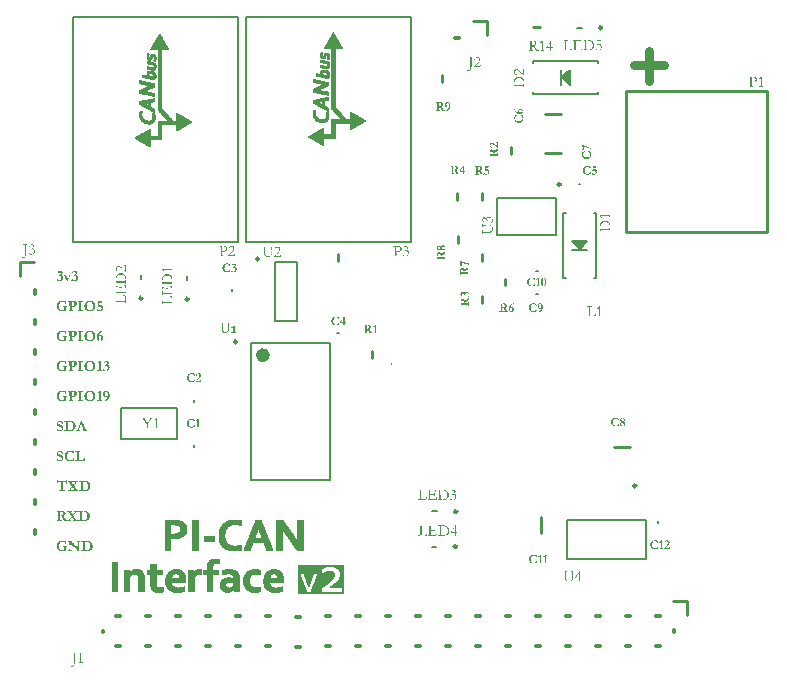
<source format=gto>
G04*
G04 #@! TF.GenerationSoftware,Altium Limited,Altium Designer,18.0.12 (696)*
G04*
G04 Layer_Color=61183*
%FSLAX44Y44*%
%MOMM*%
G71*
G01*
G75*
%ADD10C,0.2500*%
%ADD11C,0.6000*%
%ADD12C,0.2540*%
%ADD13C,0.2000*%
%ADD14C,0.2032*%
%ADD15C,0.3048*%
%ADD16C,0.0254*%
%ADD17C,0.7620*%
G36*
X706479Y357581D02*
X706567D01*
X706761Y357573D01*
X706981Y357564D01*
X707202Y357546D01*
X707431Y357520D01*
X707457D01*
X707493Y357511D01*
X707537D01*
X707589Y357502D01*
X707651Y357493D01*
X707801Y357467D01*
X707977Y357440D01*
X708171Y357405D01*
X708568Y357308D01*
Y357299D01*
X708585Y357273D01*
X708603Y357211D01*
X708612Y357176D01*
X708630Y357132D01*
X708647Y357070D01*
X708674Y357009D01*
X708691Y356929D01*
X708718Y356841D01*
X708753Y356744D01*
X708779Y356630D01*
X708823Y356506D01*
X708859Y356365D01*
X708867Y356348D01*
X708876Y356303D01*
X708894Y356233D01*
X708912Y356145D01*
X708929Y356030D01*
X708947Y355907D01*
X708956Y355766D01*
X708964Y355625D01*
X708462D01*
X708453Y355634D01*
X708436Y355660D01*
X708409Y355695D01*
X708374Y355748D01*
X708321Y355810D01*
X708268Y355880D01*
X708127Y356039D01*
X707960Y356207D01*
X707775Y356392D01*
X707581Y356550D01*
X707475Y356630D01*
X707369Y356691D01*
X707360D01*
X707343Y356709D01*
X707316Y356726D01*
X707272Y356744D01*
X707219Y356771D01*
X707158Y356797D01*
X707078Y356824D01*
X706999Y356859D01*
X706814Y356920D01*
X706602Y356973D01*
X706364Y357009D01*
X706109Y357026D01*
X706029D01*
X705968Y357017D01*
X705897Y357009D01*
X705809Y356991D01*
X705721Y356973D01*
X705624Y356947D01*
X705509Y356912D01*
X705404Y356859D01*
X705289Y356806D01*
X705174Y356744D01*
X705060Y356665D01*
X704945Y356577D01*
X704840Y356471D01*
X704734Y356356D01*
X704725Y356348D01*
X704707Y356312D01*
X704672Y356259D01*
X704628Y356189D01*
X704566Y356101D01*
X704513Y355986D01*
X704443Y355854D01*
X704381Y355704D01*
X704320Y355537D01*
X704249Y355352D01*
X704196Y355140D01*
X704143Y354920D01*
X704090Y354673D01*
X704055Y354417D01*
X704037Y354135D01*
X704029Y353844D01*
Y353836D01*
Y353800D01*
Y353756D01*
Y353695D01*
Y353615D01*
X704037Y353527D01*
Y353430D01*
X704046Y353324D01*
X704055Y353104D01*
X704082Y352884D01*
X704108Y352672D01*
X704126Y352584D01*
X704143Y352505D01*
Y352496D01*
X704152Y352478D01*
X704161Y352443D01*
X704178Y352399D01*
X704196Y352346D01*
X704223Y352284D01*
X704284Y352135D01*
X704355Y351967D01*
X704443Y351791D01*
X704540Y351614D01*
X704646Y351456D01*
X704654Y351438D01*
X704690Y351403D01*
X704743Y351350D01*
X704804Y351280D01*
X704892Y351200D01*
X704998Y351121D01*
X705122Y351042D01*
X705254Y350971D01*
X705263D01*
X705280Y350962D01*
X705307Y350945D01*
X705342Y350936D01*
X705386Y350918D01*
X705439Y350892D01*
X705562Y350848D01*
X705721Y350804D01*
X705897Y350760D01*
X706082Y350733D01*
X706285Y350724D01*
X706347D01*
X706391Y350733D01*
X706444D01*
X706505Y350742D01*
X706664Y350768D01*
X706840Y350812D01*
X707034Y350883D01*
X707246Y350971D01*
X707457Y351095D01*
X707466Y351103D01*
X707484Y351112D01*
X707510Y351139D01*
X707554Y351165D01*
X707607Y351209D01*
X707660Y351253D01*
X707801Y351376D01*
X707969Y351535D01*
X708154Y351729D01*
X708347Y351958D01*
X708541Y352223D01*
X708550D01*
X708577Y352231D01*
X708621D01*
X708682Y352240D01*
X708762Y352249D01*
X708850Y352258D01*
X708964Y352267D01*
X709079D01*
Y352258D01*
X709070Y352231D01*
Y352187D01*
X709061Y352135D01*
X709053Y352064D01*
X709035Y351993D01*
X709000Y351826D01*
Y351817D01*
Y351800D01*
X708991Y351764D01*
X708982Y351703D01*
X708964Y351614D01*
X708956Y351562D01*
X708947Y351491D01*
X708929Y351421D01*
X708912Y351333D01*
X708894Y351236D01*
X708876Y351130D01*
X708823Y350971D01*
X708753Y350707D01*
X708735Y350698D01*
X708691Y350663D01*
X708612Y350619D01*
X708506Y350566D01*
X708374Y350504D01*
X708215Y350434D01*
X708021Y350372D01*
X707810Y350319D01*
X707801D01*
X707783Y350310D01*
X707748D01*
X707704Y350301D01*
X707642Y350292D01*
X707572Y350284D01*
X707493Y350266D01*
X707396Y350257D01*
X707290Y350248D01*
X707175Y350231D01*
X707052Y350222D01*
X706920Y350213D01*
X706629Y350204D01*
X706311Y350196D01*
X706135D01*
X706065Y350204D01*
X705985D01*
X705897Y350213D01*
X705703Y350222D01*
X705483Y350248D01*
X705254Y350275D01*
X705025Y350319D01*
X705016D01*
X704998Y350328D01*
X704963Y350336D01*
X704928Y350345D01*
X704875Y350354D01*
X704813Y350372D01*
X704672Y350416D01*
X704513Y350469D01*
X704337Y350539D01*
X704161Y350619D01*
X703993Y350715D01*
X703985Y350724D01*
X703967Y350733D01*
X703932Y350760D01*
X703888Y350786D01*
X703835Y350821D01*
X703773Y350865D01*
X703632Y350971D01*
X703473Y351095D01*
X703315Y351244D01*
X703156Y351403D01*
X703006Y351570D01*
Y351579D01*
X702989Y351588D01*
X702971Y351614D01*
X702945Y351650D01*
X702883Y351747D01*
X702812Y351870D01*
X702724Y352020D01*
X702636Y352196D01*
X702548Y352381D01*
X702477Y352584D01*
Y352593D01*
X702469Y352611D01*
X702460Y352637D01*
X702451Y352681D01*
X702442Y352734D01*
X702425Y352796D01*
X702407Y352866D01*
X702398Y352945D01*
X702363Y353122D01*
X702336Y353333D01*
X702319Y353562D01*
X702310Y353809D01*
Y353818D01*
Y353827D01*
Y353880D01*
X702319Y353968D01*
X702328Y354082D01*
X702345Y354223D01*
X702363Y354382D01*
X702398Y354567D01*
X702442Y354761D01*
X702504Y354973D01*
X702574Y355193D01*
X702663Y355413D01*
X702768Y355642D01*
X702883Y355872D01*
X703033Y356092D01*
X703200Y356312D01*
X703385Y356515D01*
X703394Y356524D01*
X703438Y356559D01*
X703500Y356612D01*
X703579Y356682D01*
X703685Y356762D01*
X703817Y356859D01*
X703967Y356956D01*
X704135Y357053D01*
X704328Y357150D01*
X704540Y357247D01*
X704769Y357343D01*
X705007Y357423D01*
X705271Y357493D01*
X705554Y357546D01*
X705844Y357581D01*
X706153Y357590D01*
X706400D01*
X706479Y357581D01*
D02*
G37*
G36*
X717073Y357529D02*
Y357520D01*
X717082Y357502D01*
Y357467D01*
X717091Y357423D01*
X717100Y357343D01*
Y357299D01*
Y357264D01*
Y357255D01*
Y357238D01*
Y357185D01*
X717091Y357141D01*
Y357097D01*
Y357079D01*
Y357044D01*
Y356991D01*
X717082Y356920D01*
Y356815D01*
Y356753D01*
Y356682D01*
Y356594D01*
Y356506D01*
X717064Y355669D01*
X717073Y355149D01*
X717038Y351421D01*
Y351103D01*
Y351095D01*
Y351077D01*
Y351050D01*
X717047Y351015D01*
X717064Y350936D01*
X717082Y350892D01*
X717108Y350865D01*
X717126Y350857D01*
X717152Y350839D01*
X717188Y350821D01*
X717241Y350804D01*
X717320Y350786D01*
X717408Y350768D01*
X717523Y350751D01*
X717549D01*
X717584Y350742D01*
X717637Y350733D01*
X717708Y350724D01*
X717805Y350707D01*
X717919Y350689D01*
X718051Y350663D01*
Y350654D01*
X718060Y350627D01*
X718069Y350557D01*
Y350548D01*
Y350530D01*
Y350504D01*
Y350469D01*
X718060Y350416D01*
Y350363D01*
X718051Y350292D01*
X717637D01*
X717540Y350301D01*
X717417D01*
X717276Y350310D01*
X717108Y350319D01*
X717100D01*
X717064Y350328D01*
X717011D01*
X716958Y350336D01*
X716826Y350345D01*
X716597D01*
X716553Y350336D01*
X716430D01*
X716350Y350328D01*
X716253D01*
X716148Y350319D01*
X716033D01*
X715901Y350310D01*
X715751Y350301D01*
X715698D01*
X715645Y350292D01*
X715495D01*
X715337Y350310D01*
X715187Y350292D01*
X714905Y350310D01*
X714826D01*
X714790Y350301D01*
X714746D01*
X714685Y350292D01*
Y350301D01*
Y350310D01*
Y350363D01*
X714676Y350416D01*
Y350477D01*
Y350486D01*
Y350522D01*
Y350583D01*
X714685Y350663D01*
X714693D01*
X714720Y350671D01*
X714773Y350680D01*
X714834Y350698D01*
X714905Y350715D01*
X714993Y350733D01*
X715090Y350751D01*
X715196Y350777D01*
X715213D01*
X715257Y350795D01*
X715328Y350812D01*
X715407Y350830D01*
X715495Y350857D01*
X715575Y350883D01*
X715645Y350918D01*
X715689Y350945D01*
X715698D01*
X715707Y350962D01*
X715742Y350998D01*
X715769Y351068D01*
X715786Y351112D01*
Y351156D01*
X715778Y351526D01*
X715804Y351941D01*
Y352778D01*
Y352990D01*
Y352998D01*
Y353025D01*
Y353051D01*
Y353095D01*
Y353157D01*
Y353227D01*
Y353324D01*
Y353333D01*
Y353351D01*
Y353377D01*
X715813Y353413D01*
Y353501D01*
Y353589D01*
Y353606D01*
Y353633D01*
Y353668D01*
Y353730D01*
X715804Y353809D01*
Y353906D01*
X715795Y354038D01*
X715822Y354356D01*
Y354373D01*
Y354408D01*
X715813Y354470D01*
Y354541D01*
X715804Y354611D01*
Y354682D01*
X715795Y354743D01*
Y354779D01*
Y354796D01*
Y354832D01*
Y354884D01*
Y354946D01*
X715813Y355078D01*
X715795Y355457D01*
X715813Y355625D01*
Y355634D01*
Y355642D01*
Y355669D01*
X715822Y355704D01*
Y355748D01*
Y355801D01*
Y355933D01*
Y355942D01*
Y355969D01*
Y356013D01*
Y356065D01*
Y356127D01*
Y356207D01*
X715813Y356295D01*
Y356392D01*
X715795Y356383D01*
X715742Y356339D01*
X715663Y356286D01*
X715548Y356207D01*
X715416Y356118D01*
X715266Y356021D01*
X715099Y355916D01*
X714914Y355810D01*
X714896Y355801D01*
X714870Y355792D01*
X714834Y355766D01*
X714773Y355739D01*
X714685Y355704D01*
X714570Y355651D01*
X714500Y355625D01*
X714420Y355589D01*
X714411Y355598D01*
X714394Y355634D01*
X714359Y355678D01*
X714323Y355739D01*
X714253Y355872D01*
X714226Y355933D01*
X714200Y355986D01*
X714209D01*
X714226Y356004D01*
X714253Y356013D01*
X714297Y356039D01*
X714394Y356092D01*
X714517Y356154D01*
X714649Y356224D01*
X714781Y356295D01*
X714896Y356365D01*
X714993Y356427D01*
X715011Y356436D01*
X715055Y356471D01*
X715125Y356524D01*
X715213Y356594D01*
X715328Y356682D01*
X715451Y356788D01*
X715592Y356903D01*
X715742Y357035D01*
X715751Y357044D01*
X715769Y357061D01*
X715813Y357105D01*
X715857Y357158D01*
X715919Y357229D01*
X715998Y357308D01*
X716077Y357414D01*
X716174Y357529D01*
X716342D01*
X716439Y357537D01*
X716729D01*
X717073Y357529D01*
D02*
G37*
G36*
X712605D02*
Y357520D01*
X712613Y357502D01*
Y357467D01*
X712622Y357423D01*
X712631Y357343D01*
Y357299D01*
Y357264D01*
Y357255D01*
Y357238D01*
Y357185D01*
X712622Y357141D01*
Y357097D01*
Y357079D01*
Y357044D01*
Y356991D01*
X712613Y356920D01*
Y356815D01*
Y356753D01*
Y356682D01*
Y356594D01*
Y356506D01*
X712596Y355669D01*
X712605Y355149D01*
X712569Y351421D01*
Y351103D01*
Y351095D01*
Y351077D01*
Y351050D01*
X712578Y351015D01*
X712596Y350936D01*
X712613Y350892D01*
X712640Y350865D01*
X712657Y350857D01*
X712684Y350839D01*
X712719Y350821D01*
X712772Y350804D01*
X712851Y350786D01*
X712939Y350768D01*
X713054Y350751D01*
X713081D01*
X713116Y350742D01*
X713169Y350733D01*
X713239Y350724D01*
X713336Y350707D01*
X713451Y350689D01*
X713583Y350663D01*
Y350654D01*
X713592Y350627D01*
X713600Y350557D01*
Y350548D01*
Y350530D01*
Y350504D01*
Y350469D01*
X713592Y350416D01*
Y350363D01*
X713583Y350292D01*
X713169D01*
X713072Y350301D01*
X712948D01*
X712807Y350310D01*
X712640Y350319D01*
X712631D01*
X712596Y350328D01*
X712543D01*
X712490Y350336D01*
X712358Y350345D01*
X712129D01*
X712085Y350336D01*
X711961D01*
X711882Y350328D01*
X711785D01*
X711679Y350319D01*
X711564D01*
X711432Y350310D01*
X711282Y350301D01*
X711230D01*
X711177Y350292D01*
X711027D01*
X710868Y350310D01*
X710718Y350292D01*
X710436Y350310D01*
X710357D01*
X710322Y350301D01*
X710278D01*
X710216Y350292D01*
Y350301D01*
Y350310D01*
Y350363D01*
X710207Y350416D01*
Y350477D01*
Y350486D01*
Y350522D01*
Y350583D01*
X710216Y350663D01*
X710225D01*
X710251Y350671D01*
X710304Y350680D01*
X710366Y350698D01*
X710436Y350715D01*
X710525Y350733D01*
X710621Y350751D01*
X710727Y350777D01*
X710745D01*
X710789Y350795D01*
X710859Y350812D01*
X710939Y350830D01*
X711027Y350857D01*
X711106Y350883D01*
X711177Y350918D01*
X711221Y350945D01*
X711230D01*
X711238Y350962D01*
X711274Y350998D01*
X711300Y351068D01*
X711318Y351112D01*
Y351156D01*
X711309Y351526D01*
X711335Y351941D01*
Y352778D01*
Y352990D01*
Y352998D01*
Y353025D01*
Y353051D01*
Y353095D01*
Y353157D01*
Y353227D01*
Y353324D01*
Y353333D01*
Y353351D01*
Y353377D01*
X711344Y353413D01*
Y353501D01*
Y353589D01*
Y353606D01*
Y353633D01*
Y353668D01*
Y353730D01*
X711335Y353809D01*
Y353906D01*
X711327Y354038D01*
X711353Y354356D01*
Y354373D01*
Y354408D01*
X711344Y354470D01*
Y354541D01*
X711335Y354611D01*
Y354682D01*
X711327Y354743D01*
Y354779D01*
Y354796D01*
Y354832D01*
Y354884D01*
Y354946D01*
X711344Y355078D01*
X711327Y355457D01*
X711344Y355625D01*
Y355634D01*
Y355642D01*
Y355669D01*
X711353Y355704D01*
Y355748D01*
Y355801D01*
Y355933D01*
Y355942D01*
Y355969D01*
Y356013D01*
Y356065D01*
Y356127D01*
Y356207D01*
X711344Y356295D01*
Y356392D01*
X711327Y356383D01*
X711274Y356339D01*
X711194Y356286D01*
X711080Y356207D01*
X710947Y356118D01*
X710798Y356021D01*
X710630Y355916D01*
X710445Y355810D01*
X710427Y355801D01*
X710401Y355792D01*
X710366Y355766D01*
X710304Y355739D01*
X710216Y355704D01*
X710101Y355651D01*
X710031Y355625D01*
X709952Y355589D01*
X709943Y355598D01*
X709925Y355634D01*
X709890Y355678D01*
X709855Y355739D01*
X709784Y355872D01*
X709758Y355933D01*
X709731Y355986D01*
X709740D01*
X709758Y356004D01*
X709784Y356013D01*
X709828Y356039D01*
X709925Y356092D01*
X710049Y356154D01*
X710181Y356224D01*
X710313Y356295D01*
X710427Y356365D01*
X710525Y356427D01*
X710542Y356436D01*
X710586Y356471D01*
X710657Y356524D01*
X710745Y356594D01*
X710859Y356682D01*
X710983Y356788D01*
X711124Y356903D01*
X711274Y357035D01*
X711282Y357044D01*
X711300Y357061D01*
X711344Y357105D01*
X711388Y357158D01*
X711450Y357229D01*
X711529Y357308D01*
X711609Y357414D01*
X711705Y357529D01*
X711873D01*
X711970Y357537D01*
X712261D01*
X712605Y357529D01*
D02*
G37*
G36*
X738473Y343765D02*
X738673Y343754D01*
X738747D01*
X738811Y343744D01*
X738895D01*
X738980Y343733D01*
X739064D01*
X739117Y343723D01*
X739149D01*
X740195Y343754D01*
X740406Y343744D01*
X740396Y343511D01*
X740364D01*
X740322Y343501D01*
X740269Y343490D01*
X740132Y343469D01*
X739973Y343437D01*
X739804Y343395D01*
X739646Y343353D01*
X739572Y343332D01*
X739508Y343311D01*
X739466Y343279D01*
X739424Y343258D01*
X739413Y343247D01*
X739402Y343226D01*
X739371Y343194D01*
X739350Y343141D01*
X739318Y343067D01*
X739286Y342972D01*
X739276Y342867D01*
X739265Y342729D01*
Y342719D01*
Y342687D01*
Y342634D01*
Y342539D01*
X739276Y342423D01*
Y342275D01*
X739286Y342074D01*
X739297Y341968D01*
Y341842D01*
X739339Y340468D01*
Y339929D01*
X739360Y339242D01*
Y339232D01*
Y339190D01*
Y339116D01*
Y339031D01*
Y338925D01*
Y338809D01*
X739350Y338672D01*
Y338535D01*
X739339Y338239D01*
X739329Y337953D01*
X739318Y337816D01*
X739307Y337689D01*
X739297Y337573D01*
X739286Y337478D01*
Y337467D01*
Y337446D01*
X739276Y337414D01*
X739265Y337372D01*
X739244Y337245D01*
X739212Y337097D01*
X739170Y336939D01*
X739117Y336759D01*
X739054Y336590D01*
X738980Y336432D01*
X738969Y336411D01*
X738948Y336368D01*
X738895Y336294D01*
X738842Y336199D01*
X738758Y336094D01*
X738663Y335977D01*
X738547Y335861D01*
X738420Y335745D01*
X738399Y335734D01*
X738356Y335692D01*
X738272Y335639D01*
X738156Y335565D01*
X738018Y335491D01*
X737849Y335407D01*
X737648Y335322D01*
X737427Y335248D01*
X737416D01*
X737395Y335238D01*
X737363Y335227D01*
X737321Y335217D01*
X737268Y335206D01*
X737205Y335185D01*
X737046Y335153D01*
X736856Y335111D01*
X736655Y335079D01*
X736433Y335058D01*
X736211Y335047D01*
X735979D01*
X735894Y335058D01*
X735694Y335069D01*
X735461Y335079D01*
X735239Y335111D01*
X735028Y335143D01*
X734933Y335164D01*
X734848Y335185D01*
X734838D01*
X734817Y335196D01*
X734774Y335206D01*
X734722Y335227D01*
X734658Y335248D01*
X734584Y335280D01*
X734415Y335343D01*
X734214Y335428D01*
X734014Y335534D01*
X733813Y335650D01*
X733633Y335777D01*
X733612Y335798D01*
X733559Y335840D01*
X733485Y335914D01*
X733390Y336009D01*
X733285Y336125D01*
X733189Y336241D01*
X733094Y336379D01*
X733020Y336516D01*
Y336527D01*
X733010Y336537D01*
X732999Y336569D01*
X732989Y336611D01*
X732968Y336654D01*
X732946Y336717D01*
X732925Y336791D01*
X732904Y336875D01*
X732883Y336971D01*
X732862Y337076D01*
X732841Y337192D01*
X732820Y337319D01*
X732809Y337467D01*
X732798Y337615D01*
X732788Y337774D01*
Y337943D01*
Y338408D01*
X732777Y340257D01*
X732788Y341747D01*
Y342750D01*
Y342772D01*
Y342814D01*
Y342877D01*
X732777Y342962D01*
X732746Y343141D01*
X732714Y343226D01*
X732682Y343289D01*
X732672Y343311D01*
X732629Y343342D01*
X732566Y343374D01*
X732471Y343395D01*
X731943D01*
X731858Y343406D01*
X731763Y343416D01*
X731668Y343427D01*
X731594Y343448D01*
X731531Y343479D01*
Y343490D01*
Y343522D01*
X731520Y343585D01*
Y343596D01*
Y343617D01*
X731531Y343649D01*
X731552Y343680D01*
X731562Y343691D01*
X731605Y343712D01*
X731657Y343723D01*
X731731Y343733D01*
X731900D01*
X732344Y343744D01*
X733380D01*
X735113Y343754D01*
X735123Y343733D01*
X735134Y343691D01*
X735144Y343638D01*
X735155Y343585D01*
Y343575D01*
Y343554D01*
X735144Y343522D01*
X735134Y343469D01*
X735123D01*
X735102Y343458D01*
X735070D01*
X735028Y343448D01*
X734933Y343437D01*
X734848Y343427D01*
X734669D01*
X734626Y343437D01*
X734468D01*
X734415Y343427D01*
X734352D01*
X734193Y343384D01*
X734119Y343363D01*
X734045Y343321D01*
X734024Y343311D01*
X733982Y343268D01*
X733929Y343205D01*
X733897Y343131D01*
X733834Y342381D01*
X733855Y339105D01*
Y339084D01*
Y339031D01*
Y338936D01*
Y338820D01*
Y338672D01*
X733866Y338513D01*
Y338334D01*
Y338154D01*
X733876Y337774D01*
X733887Y337584D01*
X733897Y337404D01*
X733908Y337235D01*
X733929Y337087D01*
X733940Y336960D01*
X733961Y336865D01*
X733971Y336844D01*
X733982Y336791D01*
X734014Y336707D01*
X734056Y336611D01*
X734109Y336495D01*
X734172Y336368D01*
X734246Y336252D01*
X734341Y336136D01*
X734352Y336125D01*
X734394Y336094D01*
X734457Y336041D01*
X734542Y335977D01*
X734648Y335903D01*
X734785Y335830D01*
X734943Y335745D01*
X735134Y335671D01*
X735144D01*
X735155Y335660D01*
X735186Y335650D01*
X735229Y335639D01*
X735334Y335618D01*
X735472Y335586D01*
X735630Y335544D01*
X735799Y335523D01*
X735990Y335502D01*
X736180Y335491D01*
X736285D01*
X736359Y335502D01*
X736454D01*
X736571Y335513D01*
X736687Y335523D01*
X736814Y335534D01*
X737088Y335565D01*
X737374Y335629D01*
X737648Y335703D01*
X737775Y335756D01*
X737891Y335808D01*
X737902D01*
X737923Y335819D01*
X737944Y335840D01*
X737987Y335872D01*
X738092Y335946D01*
X738230Y336041D01*
X738367Y336168D01*
X738515Y336326D01*
X738642Y336506D01*
X738758Y336707D01*
Y336717D01*
X738769Y336738D01*
X738779Y336770D01*
X738800Y336812D01*
X738821Y336875D01*
X738842Y336950D01*
X738864Y337034D01*
X738895Y337140D01*
X738916Y337256D01*
X738938Y337383D01*
X738959Y337520D01*
X738980Y337679D01*
X739001Y337848D01*
X739012Y338027D01*
X739022Y338228D01*
Y338439D01*
Y338450D01*
Y338471D01*
Y338513D01*
Y338587D01*
X739012Y338672D01*
Y338799D01*
X739001Y338883D01*
Y338968D01*
Y339158D01*
Y339168D01*
Y339179D01*
Y339211D01*
Y339253D01*
Y339306D01*
Y339380D01*
X739012Y339464D01*
Y339570D01*
Y339580D01*
Y339623D01*
Y339665D01*
X739022Y339729D01*
Y339792D01*
Y339855D01*
Y339897D01*
Y339929D01*
X738927Y341831D01*
Y341842D01*
Y341873D01*
Y341926D01*
X738916Y341990D01*
Y342064D01*
X738906Y342148D01*
X738895Y342338D01*
X738874Y342529D01*
X738853Y342719D01*
X738842Y342793D01*
X738832Y342867D01*
X738821Y342920D01*
X738811Y342962D01*
Y342972D01*
X738800Y342994D01*
X738769Y343057D01*
X738705Y343141D01*
X738631Y343215D01*
X738621Y343226D01*
X738578Y343247D01*
X738515Y343279D01*
X738409Y343332D01*
X738282Y343384D01*
X738113Y343437D01*
X737902Y343501D01*
X737775Y343522D01*
X737648Y343554D01*
Y343564D01*
X737638Y343606D01*
X737627Y343670D01*
X737617Y343744D01*
X737627D01*
X737659Y343754D01*
X737712D01*
X737775Y343765D01*
X737849D01*
X737934Y343775D01*
X738378D01*
X738473Y343765D01*
D02*
G37*
G36*
X745584Y343881D02*
Y343860D01*
Y343818D01*
Y343786D01*
X745573Y343691D01*
Y343659D01*
Y343638D01*
X745594Y342677D01*
X745552Y341800D01*
X745584Y340827D01*
Y340067D01*
X745594Y339021D01*
Y339010D01*
Y338978D01*
Y338915D01*
Y338841D01*
Y338735D01*
Y338608D01*
X745584Y338461D01*
Y338281D01*
X746186D01*
X746630Y338270D01*
X747000Y338281D01*
Y338270D01*
Y338249D01*
X747010Y338207D01*
Y338165D01*
X747021Y338069D01*
Y337974D01*
Y337953D01*
Y337901D01*
X747010Y337805D01*
X747000Y337679D01*
X746936D01*
X746873Y337668D01*
X746714D01*
X746640Y337657D01*
X746556D01*
X746228Y337668D01*
X745763D01*
X745679Y337679D01*
X745584D01*
Y337668D01*
Y337636D01*
Y337584D01*
Y337509D01*
Y337414D01*
Y337298D01*
X745573Y337171D01*
Y337013D01*
Y336844D01*
Y336664D01*
Y336453D01*
Y336231D01*
Y335998D01*
Y335745D01*
X745584Y335481D01*
Y335196D01*
X745573Y335185D01*
X745552Y335174D01*
X745531Y335153D01*
X745489Y335143D01*
X745087Y335121D01*
X744992D01*
X744939Y335132D01*
X744791D01*
X744696Y335143D01*
Y335153D01*
Y335174D01*
Y335217D01*
Y335269D01*
Y335333D01*
Y335407D01*
Y335576D01*
Y335756D01*
Y335935D01*
Y336104D01*
Y336252D01*
Y336263D01*
Y336305D01*
Y336358D01*
Y336432D01*
Y336516D01*
X744686Y336601D01*
X744675Y336791D01*
Y336802D01*
Y336812D01*
Y336865D01*
Y336939D01*
Y337024D01*
X744665Y337119D01*
Y337203D01*
Y337267D01*
Y337309D01*
Y337319D01*
Y337330D01*
Y337362D01*
Y337404D01*
X744675Y337446D01*
Y337509D01*
X744686Y337594D01*
X744696Y337679D01*
X744654D01*
X744601Y337668D01*
X744538D01*
X744390Y337657D01*
X744326Y337647D01*
X744009D01*
X743967Y337657D01*
X743862D01*
X743735Y337668D01*
X743597Y337679D01*
X743481D01*
X743375Y337689D01*
X743270D01*
X743238Y337679D01*
X743175D01*
X743101Y337668D01*
X743006Y337657D01*
X742889Y337636D01*
X742213Y337679D01*
X741843Y337657D01*
X741590Y337689D01*
X741273Y337626D01*
X741220Y337668D01*
Y337679D01*
Y337689D01*
Y337752D01*
X741209Y337826D01*
Y337890D01*
Y337901D01*
Y337943D01*
Y338006D01*
X741220Y338101D01*
X741230Y338112D01*
X741252Y338154D01*
X741304Y338218D01*
X741368Y338323D01*
X741463Y338461D01*
X741579Y338629D01*
X741653Y338725D01*
X741727Y338841D01*
X741812Y338957D01*
X741896Y339095D01*
X743185Y340965D01*
X743196Y340975D01*
X743206Y340996D01*
X743228Y341028D01*
X743270Y341081D01*
X743301Y341144D01*
X743354Y341208D01*
X743460Y341366D01*
X743587Y341546D01*
X743724Y341736D01*
X743851Y341916D01*
X743978Y342085D01*
X743988Y342106D01*
X744031Y342159D01*
X744094Y342243D01*
X744178Y342360D01*
X744284Y342486D01*
X744390Y342645D01*
X744506Y342803D01*
X744622Y342983D01*
Y342994D01*
X744633Y343004D01*
X744675Y343067D01*
X744739Y343152D01*
X744823Y343279D01*
X744918Y343416D01*
X745024Y343564D01*
X745267Y343892D01*
X745584D01*
Y343881D01*
D02*
G37*
G36*
X483711Y618339D02*
X483912Y618328D01*
X483985D01*
X484049Y618318D01*
X484133D01*
X484218Y618307D01*
X484302D01*
X484355Y618297D01*
X484387D01*
X485433Y618328D01*
X485644Y618318D01*
X485634Y618085D01*
X485602D01*
X485560Y618075D01*
X485507Y618064D01*
X485370Y618043D01*
X485211Y618011D01*
X485042Y617969D01*
X484884Y617927D01*
X484810Y617906D01*
X484746Y617884D01*
X484704Y617853D01*
X484662Y617832D01*
X484651Y617821D01*
X484641Y617800D01*
X484609Y617768D01*
X484588Y617715D01*
X484556Y617641D01*
X484524Y617546D01*
X484514Y617441D01*
X484503Y617303D01*
Y617293D01*
Y617261D01*
Y617208D01*
Y617113D01*
X484514Y616997D01*
Y616849D01*
X484524Y616648D01*
X484535Y616543D01*
Y616416D01*
X484577Y615042D01*
Y614503D01*
X484598Y613816D01*
Y613806D01*
Y613764D01*
Y613690D01*
Y613605D01*
Y613499D01*
Y613383D01*
X484588Y613246D01*
Y613108D01*
X484577Y612813D01*
X484567Y612527D01*
X484556Y612390D01*
X484545Y612263D01*
X484535Y612147D01*
X484524Y612052D01*
Y612041D01*
Y612020D01*
X484514Y611988D01*
X484503Y611946D01*
X484482Y611819D01*
X484450Y611671D01*
X484408Y611513D01*
X484355Y611333D01*
X484292Y611164D01*
X484218Y611006D01*
X484207Y610985D01*
X484186Y610942D01*
X484133Y610868D01*
X484081Y610773D01*
X483996Y610668D01*
X483901Y610551D01*
X483785Y610435D01*
X483658Y610319D01*
X483637Y610308D01*
X483595Y610266D01*
X483510Y610213D01*
X483394Y610139D01*
X483256Y610065D01*
X483087Y609981D01*
X482887Y609896D01*
X482665Y609822D01*
X482654D01*
X482633Y609812D01*
X482601Y609801D01*
X482559Y609791D01*
X482506Y609780D01*
X482443Y609759D01*
X482284Y609727D01*
X482094Y609685D01*
X481893Y609653D01*
X481671Y609632D01*
X481450Y609622D01*
X481217D01*
X481133Y609632D01*
X480932Y609643D01*
X480699Y609653D01*
X480477Y609685D01*
X480266Y609717D01*
X480171Y609738D01*
X480086Y609759D01*
X480076D01*
X480055Y609770D01*
X480013Y609780D01*
X479960Y609801D01*
X479896Y609822D01*
X479822Y609854D01*
X479653Y609917D01*
X479452Y610002D01*
X479252Y610108D01*
X479051Y610224D01*
X478871Y610351D01*
X478850Y610372D01*
X478797Y610414D01*
X478723Y610488D01*
X478628Y610583D01*
X478523Y610699D01*
X478428Y610816D01*
X478332Y610953D01*
X478258Y611090D01*
Y611101D01*
X478248Y611111D01*
X478237Y611143D01*
X478227Y611185D01*
X478206Y611228D01*
X478185Y611291D01*
X478163Y611365D01*
X478142Y611450D01*
X478121Y611545D01*
X478100Y611650D01*
X478079Y611767D01*
X478058Y611893D01*
X478047Y612041D01*
X478036Y612189D01*
X478026Y612348D01*
Y612517D01*
Y612982D01*
X478015Y614831D01*
X478026Y616321D01*
Y617324D01*
Y617346D01*
Y617388D01*
Y617451D01*
X478015Y617536D01*
X477984Y617715D01*
X477952Y617800D01*
X477920Y617863D01*
X477910Y617884D01*
X477868Y617916D01*
X477804Y617948D01*
X477709Y617969D01*
X477181D01*
X477096Y617980D01*
X477001Y617990D01*
X476906Y618001D01*
X476832Y618022D01*
X476769Y618054D01*
Y618064D01*
Y618096D01*
X476758Y618159D01*
Y618170D01*
Y618191D01*
X476769Y618223D01*
X476790Y618254D01*
X476800Y618265D01*
X476842Y618286D01*
X476895Y618297D01*
X476969Y618307D01*
X477138D01*
X477582Y618318D01*
X478618D01*
X480351Y618328D01*
X480361Y618307D01*
X480372Y618265D01*
X480382Y618212D01*
X480393Y618159D01*
Y618149D01*
Y618128D01*
X480382Y618096D01*
X480372Y618043D01*
X480361D01*
X480340Y618032D01*
X480308D01*
X480266Y618022D01*
X480171Y618011D01*
X480086Y618001D01*
X479907D01*
X479865Y618011D01*
X479706D01*
X479653Y618001D01*
X479590D01*
X479431Y617958D01*
X479357Y617937D01*
X479283Y617895D01*
X479262Y617884D01*
X479220Y617842D01*
X479167Y617779D01*
X479135Y617705D01*
X479072Y616955D01*
X479093Y613679D01*
Y613658D01*
Y613605D01*
Y613510D01*
Y613394D01*
Y613246D01*
X479104Y613087D01*
Y612908D01*
Y612728D01*
X479114Y612348D01*
X479125Y612158D01*
X479135Y611978D01*
X479146Y611809D01*
X479167Y611661D01*
X479178Y611534D01*
X479199Y611439D01*
X479209Y611418D01*
X479220Y611365D01*
X479252Y611281D01*
X479294Y611185D01*
X479347Y611069D01*
X479410Y610942D01*
X479484Y610826D01*
X479579Y610710D01*
X479590Y610699D01*
X479632Y610668D01*
X479696Y610615D01*
X479780Y610551D01*
X479886Y610477D01*
X480023Y610404D01*
X480182Y610319D01*
X480372Y610245D01*
X480382D01*
X480393Y610234D01*
X480424Y610224D01*
X480467Y610213D01*
X480573Y610192D01*
X480710Y610160D01*
X480868Y610118D01*
X481037Y610097D01*
X481228Y610076D01*
X481418Y610065D01*
X481523D01*
X481597Y610076D01*
X481693D01*
X481809Y610087D01*
X481925Y610097D01*
X482052Y610108D01*
X482327Y610139D01*
X482612Y610203D01*
X482887Y610277D01*
X483013Y610330D01*
X483130Y610382D01*
X483140D01*
X483161Y610393D01*
X483182Y610414D01*
X483225Y610446D01*
X483330Y610520D01*
X483468Y610615D01*
X483605Y610742D01*
X483753Y610900D01*
X483880Y611080D01*
X483996Y611281D01*
Y611291D01*
X484007Y611312D01*
X484017Y611344D01*
X484038Y611386D01*
X484059Y611450D01*
X484081Y611524D01*
X484102Y611608D01*
X484133Y611714D01*
X484155Y611830D01*
X484176Y611957D01*
X484197Y612094D01*
X484218Y612253D01*
X484239Y612422D01*
X484250Y612601D01*
X484260Y612802D01*
Y613013D01*
Y613024D01*
Y613045D01*
Y613087D01*
Y613161D01*
X484250Y613246D01*
Y613373D01*
X484239Y613457D01*
Y613542D01*
Y613732D01*
Y613742D01*
Y613753D01*
Y613785D01*
Y613827D01*
Y613880D01*
Y613954D01*
X484250Y614038D01*
Y614144D01*
Y614155D01*
Y614197D01*
Y614239D01*
X484260Y614302D01*
Y614366D01*
Y614429D01*
Y614472D01*
Y614503D01*
X484165Y616405D01*
Y616416D01*
Y616447D01*
Y616500D01*
X484155Y616564D01*
Y616638D01*
X484144Y616722D01*
X484133Y616912D01*
X484112Y617103D01*
X484091Y617293D01*
X484081Y617367D01*
X484070Y617441D01*
X484059Y617494D01*
X484049Y617536D01*
Y617546D01*
X484038Y617567D01*
X484007Y617631D01*
X483943Y617715D01*
X483869Y617789D01*
X483859Y617800D01*
X483816Y617821D01*
X483753Y617853D01*
X483647Y617906D01*
X483521Y617958D01*
X483351Y618011D01*
X483140Y618075D01*
X483013Y618096D01*
X482887Y618128D01*
Y618138D01*
X482876Y618180D01*
X482865Y618244D01*
X482855Y618318D01*
X482865D01*
X482897Y618328D01*
X482950D01*
X483013Y618339D01*
X483087D01*
X483172Y618349D01*
X483616D01*
X483711Y618339D01*
D02*
G37*
G36*
X489522Y618413D02*
X489607Y618402D01*
X489702Y618392D01*
X489818Y618371D01*
X489945Y618339D01*
X490209Y618265D01*
X490346Y618212D01*
X490484Y618138D01*
X490632Y618064D01*
X490769Y617980D01*
X490906Y617874D01*
X491033Y617758D01*
X491044Y617747D01*
X491065Y617726D01*
X491097Y617694D01*
X491139Y617641D01*
X491192Y617578D01*
X491255Y617504D01*
X491308Y617420D01*
X491382Y617314D01*
X491445Y617208D01*
X491498Y617092D01*
X491614Y616817D01*
X491657Y616680D01*
X491688Y616521D01*
X491710Y616363D01*
X491720Y616194D01*
Y616183D01*
Y616162D01*
Y616120D01*
X491710Y616067D01*
Y616004D01*
X491699Y615930D01*
X491678Y615835D01*
X491667Y615740D01*
X491604Y615518D01*
X491519Y615275D01*
X491414Y615000D01*
X491340Y614863D01*
X491255Y614725D01*
X491245Y614715D01*
X491234Y614693D01*
X491202Y614651D01*
X491160Y614588D01*
X491097Y614503D01*
X491023Y614408D01*
X490928Y614292D01*
X490811Y614165D01*
X490685Y614017D01*
X490537Y613848D01*
X490357Y613658D01*
X490167Y613457D01*
X489945Y613235D01*
X489702Y612992D01*
X489427Y612728D01*
X489131Y612453D01*
X489121Y612443D01*
X489110Y612432D01*
X489047Y612369D01*
X488941Y612284D01*
X488825Y612168D01*
X488698Y612052D01*
X488571Y611925D01*
X488455Y611809D01*
X488349Y611703D01*
X488339Y611693D01*
X488307Y611650D01*
X488244Y611587D01*
X488149Y611492D01*
X488022Y611354D01*
X487948Y611270D01*
X487863Y611175D01*
X487768Y611069D01*
X487663Y610953D01*
X487546Y610816D01*
X487420Y610678D01*
X487515D01*
X487589Y610668D01*
X487789D01*
X487906Y610657D01*
X488032D01*
X488318Y610647D01*
X488624D01*
X488941Y610636D01*
X489374D01*
X489501Y610647D01*
X489649Y610657D01*
X489776D01*
X489850Y610668D01*
X490103D01*
X491023Y610647D01*
X491044D01*
X491076Y610657D01*
X491118Y610668D01*
X491213Y610710D01*
X491266Y610742D01*
X491329Y610784D01*
X491340Y610794D01*
X491361Y610816D01*
X491393Y610868D01*
X491445Y610942D01*
X491509Y611048D01*
X491583Y611196D01*
X491625Y611291D01*
X491667Y611386D01*
X491710Y611492D01*
X491762Y611619D01*
X492016D01*
X492026Y611608D01*
X492037Y611576D01*
X492048Y611545D01*
X492058Y611513D01*
X492037Y611460D01*
Y611450D01*
X492026Y611418D01*
X492016Y611376D01*
X492005Y611302D01*
X491995Y611207D01*
X491974Y611090D01*
X491963Y610942D01*
X491942Y610763D01*
Y610752D01*
Y610710D01*
X491931Y610636D01*
X491921Y610530D01*
X491910Y610404D01*
X491889Y610256D01*
X491868Y610065D01*
X491847Y609854D01*
X491741D01*
X491667Y609865D01*
X491562D01*
X491445Y609875D01*
X491308D01*
X491139Y609886D01*
X490759D01*
X490547Y609896D01*
X490304D01*
X490051Y609907D01*
X489195D01*
X487758Y609854D01*
X487113Y609875D01*
X486606Y609854D01*
X486595D01*
X486553Y609865D01*
X486479Y609875D01*
X486384Y609896D01*
Y609907D01*
X486405Y609939D01*
X486426Y609991D01*
X486458Y610065D01*
X486553Y610224D01*
X486669Y610393D01*
X486680Y610404D01*
X486690Y610425D01*
X486722Y610467D01*
X486775Y610520D01*
X486828Y610583D01*
X486902Y610668D01*
X486986Y610763D01*
X487081Y610868D01*
X487187Y610985D01*
X487303Y611111D01*
X487430Y611259D01*
X487578Y611418D01*
X487737Y611576D01*
X487906Y611756D01*
X488085Y611946D01*
X488275Y612136D01*
X488297Y612158D01*
X488339Y612200D01*
X488413Y612284D01*
X488518Y612379D01*
X488635Y612506D01*
X488772Y612654D01*
X488920Y612813D01*
X489078Y612992D01*
X489406Y613362D01*
X489723Y613753D01*
X489871Y613943D01*
X490008Y614133D01*
X490135Y614302D01*
X490230Y614472D01*
X490241Y614482D01*
X490251Y614514D01*
X490272Y614556D01*
X490304Y614619D01*
X490336Y614693D01*
X490378Y614778D01*
X490420Y614884D01*
X490473Y614989D01*
X490558Y615232D01*
X490632Y615496D01*
X490685Y615782D01*
X490706Y615930D01*
Y616067D01*
Y616078D01*
Y616099D01*
Y616130D01*
X490695Y616183D01*
Y616247D01*
X490685Y616310D01*
X490642Y616479D01*
X490589Y616659D01*
X490505Y616860D01*
X490389Y617050D01*
X490315Y617145D01*
X490230Y617240D01*
Y617251D01*
X490209Y617261D01*
X490146Y617314D01*
X490040Y617398D01*
X489903Y617483D01*
X489734Y617567D01*
X489533Y617652D01*
X489311Y617705D01*
X489184Y617726D01*
X488983D01*
X488909Y617715D01*
X488804Y617705D01*
X488677Y617673D01*
X488550Y617641D01*
X488402Y617589D01*
X488254Y617525D01*
X488233Y617515D01*
X488191Y617494D01*
X488117Y617451D01*
X488032Y617388D01*
X487927Y617324D01*
X487821Y617240D01*
X487715Y617134D01*
X487620Y617029D01*
X487610Y617018D01*
X487589Y616986D01*
X487557Y616934D01*
X487515Y616860D01*
X487462Y616764D01*
X487388Y616627D01*
X487314Y616469D01*
X487219Y616268D01*
X487208Y616257D01*
X487198Y616215D01*
X487177Y616162D01*
X487145Y616099D01*
X487124Y616035D01*
X487092Y615983D01*
X487071Y615940D01*
X487060Y615919D01*
X487050Y615909D01*
X487029Y615898D01*
X487007Y615887D01*
X486965Y615877D01*
X486955D01*
X486933Y615887D01*
X486902Y615898D01*
X486860Y615930D01*
X486849Y615940D01*
X486838Y615972D01*
X486828Y616014D01*
X486817Y616067D01*
Y616078D01*
Y616120D01*
X486838Y616194D01*
X486860Y616300D01*
X486891Y616426D01*
X486944Y616595D01*
X487018Y616786D01*
X487113Y617018D01*
Y617029D01*
X487124Y617050D01*
X487145Y617081D01*
X487166Y617124D01*
X487240Y617240D01*
X487335Y617388D01*
X487462Y617557D01*
X487610Y617726D01*
X487789Y617895D01*
X487990Y618043D01*
X488001D01*
X488022Y618064D01*
X488054Y618075D01*
X488096Y618106D01*
X488149Y618128D01*
X488223Y618159D01*
X488381Y618233D01*
X488582Y618307D01*
X488814Y618360D01*
X489078Y618402D01*
X489353Y618423D01*
X489448D01*
X489522Y618413D01*
D02*
G37*
G36*
X448321Y548709D02*
Y548699D01*
Y548656D01*
Y548603D01*
Y548530D01*
X448310Y548434D01*
Y548339D01*
X448289Y548107D01*
Y548096D01*
X448279Y548054D01*
Y548001D01*
X448268Y547917D01*
X448247Y547832D01*
X448236Y547737D01*
X448184Y547536D01*
Y547515D01*
X448162Y547462D01*
X448131Y547367D01*
X448099Y547262D01*
X448046Y547135D01*
X447983Y546987D01*
X447919Y546839D01*
X447835Y546691D01*
X447824Y546670D01*
X447793Y546628D01*
X447740Y546553D01*
X447676Y546469D01*
X447592Y546363D01*
X447486Y546247D01*
X447370Y546131D01*
X447233Y546025D01*
X447211Y546015D01*
X447169Y545983D01*
X447085Y545930D01*
X446979Y545867D01*
X446852Y545803D01*
X446704Y545729D01*
X446535Y545655D01*
X446345Y545592D01*
X446334D01*
X446324Y545581D01*
X446292D01*
X446250Y545571D01*
X446144Y545550D01*
X445996Y545518D01*
X445817Y545486D01*
X445605Y545465D01*
X445373Y545455D01*
X445119Y545444D01*
X444950D01*
X444887Y545455D01*
X444728Y545465D01*
X444538Y545476D01*
X444348Y545508D01*
X444147Y545539D01*
X443946Y545592D01*
X443936D01*
X443925Y545603D01*
X443862Y545613D01*
X443767Y545645D01*
X443651Y545698D01*
X443513Y545751D01*
X443365Y545814D01*
X443217Y545898D01*
X443080Y545983D01*
X443069Y545993D01*
X443017Y546025D01*
X442953Y546089D01*
X442869Y546163D01*
X442774Y546247D01*
X442678Y546353D01*
X442583Y546469D01*
X442488Y546596D01*
X442478Y546617D01*
X442446Y546659D01*
X442404Y546733D01*
X442361Y546828D01*
X442298Y546945D01*
X442235Y547082D01*
X442182Y547219D01*
X442129Y547378D01*
Y547388D01*
X442118Y547431D01*
X442097Y547494D01*
X442076Y547579D01*
X442055Y547674D01*
X442034Y547779D01*
X441992Y548033D01*
Y548054D01*
Y548096D01*
X441981Y548160D01*
Y548244D01*
X441971Y548350D01*
Y548466D01*
X441960Y548709D01*
Y553739D01*
X442953D01*
Y548688D01*
Y548677D01*
Y548646D01*
Y548582D01*
Y548519D01*
X442964Y548424D01*
Y548329D01*
X442985Y548117D01*
Y548107D01*
X442995Y548064D01*
X443006Y548012D01*
X443017Y547948D01*
X443038Y547864D01*
X443059Y547779D01*
X443112Y547600D01*
Y547589D01*
X443122Y547579D01*
X443133Y547547D01*
X443154Y547505D01*
X443207Y547399D01*
X443281Y547262D01*
X443376Y547114D01*
X443503Y546955D01*
X443651Y546807D01*
X443820Y546670D01*
X443830D01*
X443841Y546659D01*
X443872Y546638D01*
X443915Y546617D01*
X443957Y546596D01*
X444020Y546564D01*
X444168Y546501D01*
X444359Y546437D01*
X444591Y546385D01*
X444845Y546342D01*
X445140Y546332D01*
X445215D01*
X445299Y546342D01*
X445405D01*
X445531Y546353D01*
X445658Y546374D01*
X445922Y546427D01*
X445933D01*
X445986Y546448D01*
X446049Y546469D01*
X446134Y546501D01*
X446218Y546543D01*
X446324Y546596D01*
X446525Y546723D01*
X446535Y546733D01*
X446567Y546754D01*
X446609Y546797D01*
X446673Y546849D01*
X446736Y546913D01*
X446810Y546997D01*
X446947Y547177D01*
X446958Y547188D01*
X446979Y547219D01*
X447011Y547283D01*
X447042Y547346D01*
X447085Y547431D01*
X447127Y547536D01*
X447211Y547758D01*
Y547769D01*
X447222Y547790D01*
X447233Y547832D01*
X447243Y547885D01*
X447264Y547959D01*
X447275Y548033D01*
X447296Y548202D01*
Y548213D01*
X447307Y548244D01*
Y548297D01*
X447317Y548360D01*
Y548434D01*
X447328Y548519D01*
Y548688D01*
Y553739D01*
X448321D01*
Y548709D01*
D02*
G37*
G36*
X453013Y546458D02*
X454597D01*
Y545592D01*
X450128D01*
Y546458D01*
X452072D01*
Y550368D01*
X449874Y549681D01*
Y550558D01*
X452199Y551372D01*
X453013D01*
Y546458D01*
D02*
G37*
G36*
X591824Y618889D02*
X591919D01*
X592035Y618879D01*
X592151Y618868D01*
X592415Y618826D01*
X592690Y618773D01*
X592965Y618699D01*
X593208Y618604D01*
X593218D01*
X593240Y618593D01*
X593271Y618572D01*
X593313Y618551D01*
X593419Y618477D01*
X593557Y618382D01*
X593704Y618255D01*
X593863Y618097D01*
X594021Y617906D01*
X594159Y617685D01*
Y617674D01*
X594169Y617653D01*
X594190Y617621D01*
X594212Y617579D01*
X594233Y617526D01*
X594264Y617452D01*
X594328Y617294D01*
X594391Y617103D01*
X594444Y616892D01*
X594486Y616670D01*
X594497Y616438D01*
Y616427D01*
Y616395D01*
Y616343D01*
X594486Y616269D01*
X594476Y616174D01*
X594455Y616068D01*
X594434Y615952D01*
X594402Y615825D01*
X594370Y615687D01*
X594317Y615550D01*
X594264Y615402D01*
X594190Y615244D01*
X594106Y615096D01*
X594011Y614948D01*
X593895Y614800D01*
X593768Y614652D01*
X593757Y614641D01*
X593736Y614620D01*
X593694Y614578D01*
X593630Y614536D01*
X593557Y614483D01*
X593472Y614420D01*
X593366Y614346D01*
X593250Y614282D01*
X593113Y614208D01*
X592975Y614134D01*
X592806Y614071D01*
X592637Y614018D01*
X592447Y613976D01*
X592246Y613933D01*
X592035Y613912D01*
X591813Y613902D01*
X591697D01*
X591612Y613912D01*
X591528D01*
X591433Y613933D01*
X591242Y613965D01*
X591232D01*
X591200Y613976D01*
X591158Y613997D01*
X591095Y614029D01*
X591010Y614060D01*
X590925Y614113D01*
X590820Y614166D01*
X590714Y614229D01*
X590693Y614250D01*
X590651Y614293D01*
X590598Y614346D01*
X590566Y614409D01*
Y614420D01*
X590587Y614441D01*
X590598Y614462D01*
X590630Y614483D01*
X590693D01*
X590746Y614462D01*
X590820Y614441D01*
X590830D01*
X590862Y614430D01*
X590915Y614420D01*
X590978Y614409D01*
X591063Y614388D01*
X591158Y614377D01*
X591274Y614367D01*
X591485D01*
X591581Y614377D01*
X591718Y614398D01*
X591866Y614430D01*
X592035Y614472D01*
X592204Y614536D01*
X592384Y614620D01*
X592394D01*
X592405Y614631D01*
X592458Y614663D01*
X592542Y614726D01*
X592648Y614810D01*
X592753Y614906D01*
X592870Y615032D01*
X592986Y615180D01*
X593081Y615349D01*
Y615360D01*
X593092Y615370D01*
X593123Y615434D01*
X593155Y615529D01*
X593208Y615656D01*
X593250Y615804D01*
X593282Y615973D01*
X593313Y616163D01*
X593324Y616353D01*
Y616364D01*
Y616374D01*
Y616438D01*
X593313Y616543D01*
X593292Y616670D01*
X593261Y616829D01*
X593218Y616987D01*
X593155Y617167D01*
X593070Y617346D01*
Y617357D01*
X593060Y617368D01*
X593028Y617431D01*
X592965Y617515D01*
X592891Y617632D01*
X592796Y617748D01*
X592679Y617885D01*
X592553Y618012D01*
X592405Y618128D01*
X592394Y618139D01*
X592363Y618160D01*
X592310Y618181D01*
X592225Y618223D01*
X592130Y618266D01*
X592003Y618308D01*
X591866Y618361D01*
X591697Y618403D01*
X591676Y618414D01*
X591623Y618424D01*
X591528Y618445D01*
X591422Y618466D01*
X591306Y618488D01*
X591190Y618498D01*
X591063Y618519D01*
X590830D01*
X590693Y618509D01*
X590524D01*
X590355Y618488D01*
X590196Y618466D01*
X590133Y618456D01*
X590070Y618435D01*
X590017Y618414D01*
X589985Y618392D01*
Y618308D01*
X589996Y617558D01*
Y617431D01*
Y617420D01*
Y617399D01*
Y617357D01*
Y617294D01*
X589985Y617220D01*
Y617124D01*
Y617008D01*
Y616881D01*
Y616871D01*
Y616818D01*
Y616755D01*
Y616670D01*
Y616554D01*
Y616438D01*
Y616300D01*
Y616163D01*
X589996Y615878D01*
Y615603D01*
X590006Y615476D01*
Y615370D01*
X590017Y615275D01*
Y615201D01*
Y614832D01*
X590112Y611820D01*
Y611810D01*
Y611767D01*
X590101Y611693D01*
Y611641D01*
X590091Y611577D01*
Y611567D01*
Y611545D01*
X590080Y611514D01*
Y611471D01*
X590070Y611376D01*
Y611271D01*
Y611260D01*
Y611218D01*
Y611165D01*
X590080Y611091D01*
X590091Y610933D01*
X590101Y610859D01*
X590122Y610785D01*
X590133D01*
X590165Y610774D01*
X590218Y610764D01*
X590302Y610742D01*
X590418Y610711D01*
X590492Y610700D01*
X590577Y610679D01*
X590682Y610658D01*
X590788Y610626D01*
X590915Y610605D01*
X591052Y610573D01*
X591063D01*
X591105Y610563D01*
X591169Y610542D01*
X591232Y610521D01*
X591306Y610510D01*
X591369Y610489D01*
X591422Y610478D01*
X591443Y610468D01*
X591454D01*
X591475Y610447D01*
X591507Y610425D01*
X591538Y610383D01*
Y610373D01*
X591517Y610330D01*
X591496Y610288D01*
X591464Y610256D01*
X591454D01*
X591433Y610246D01*
X591380Y610235D01*
X591295Y610225D01*
X591253D01*
X591221Y610235D01*
X591169D01*
X591105Y610246D01*
X591031Y610256D01*
X590925Y610267D01*
X590873D01*
X590830Y610277D01*
X590725Y610288D01*
X590598Y610299D01*
X590461D01*
X590313Y610309D01*
X590165Y610320D01*
X590038D01*
X588876Y610267D01*
X588178Y610288D01*
X588062D01*
X587988Y610277D01*
X587904D01*
X587798Y610267D01*
Y610436D01*
X588654Y610594D01*
X588664D01*
X588685Y610605D01*
X588728Y610616D01*
X588770Y610637D01*
X588854Y610668D01*
X588886Y610690D01*
X588907Y610711D01*
X588918Y610732D01*
X588928Y610753D01*
X588939Y610795D01*
X588950Y610848D01*
X588960Y610911D01*
X588971Y610985D01*
Y611081D01*
Y611091D01*
Y611133D01*
Y611165D01*
Y611207D01*
X588981Y611271D01*
Y611334D01*
Y611345D01*
Y611355D01*
Y611387D01*
X588992Y611440D01*
Y611493D01*
Y611556D01*
Y611641D01*
Y611725D01*
Y611736D01*
Y611767D01*
Y611810D01*
Y611884D01*
Y611979D01*
Y612105D01*
Y612253D01*
X588981Y612433D01*
Y612634D01*
Y612877D01*
X588971Y613141D01*
Y613447D01*
X588960Y613796D01*
X588950Y614166D01*
X588939Y614589D01*
X588928Y615043D01*
Y615053D01*
Y615096D01*
Y615159D01*
Y615254D01*
Y615360D01*
X588918Y615487D01*
Y615635D01*
Y615793D01*
Y615973D01*
Y616163D01*
X588907Y616364D01*
Y616564D01*
Y617008D01*
Y617463D01*
Y617579D01*
Y617589D01*
Y617600D01*
Y617653D01*
X588897Y617737D01*
X588886Y617832D01*
X588876Y617938D01*
X588844Y618033D01*
X588812Y618118D01*
X588759Y618181D01*
X588749Y618192D01*
X588707Y618213D01*
X588633Y618255D01*
X588580Y618276D01*
X588516Y618308D01*
X588432Y618329D01*
X588347Y618361D01*
X588252Y618392D01*
X588136Y618424D01*
X588009Y618456D01*
X587861Y618488D01*
X587703Y618509D01*
X587534Y618540D01*
Y618551D01*
X587523Y618583D01*
X587513Y618614D01*
X587502Y618657D01*
Y618667D01*
Y618688D01*
X587513Y618731D01*
X587534Y618783D01*
X587555D01*
X587597Y618794D01*
X587650Y618805D01*
X587872D01*
X587967Y618794D01*
X588094D01*
X588252Y618783D01*
X588432Y618773D01*
X588928D01*
X589013Y618783D01*
X589256D01*
X589414Y618794D01*
X590535Y618868D01*
X590556D01*
X590608Y618879D01*
X590704D01*
X590830Y618889D01*
X590978D01*
X591158Y618900D01*
X591729D01*
X591824Y618889D01*
D02*
G37*
G36*
X598269Y618963D02*
X598333Y618952D01*
X598502Y618931D01*
X598681Y618900D01*
X598871Y618836D01*
X599062Y618762D01*
X599231Y618657D01*
X599241D01*
X599262Y618635D01*
X599294Y618614D01*
X599336Y618572D01*
X599431Y618477D01*
X599558Y618340D01*
X599674Y618181D01*
X599780Y618002D01*
X599812Y617906D01*
X599844Y617801D01*
X599865Y617695D01*
X599875Y617579D01*
Y617558D01*
Y617494D01*
X599854Y617399D01*
X599833Y617283D01*
X599791Y617135D01*
X599738Y616966D01*
X599653Y616786D01*
X599548Y616607D01*
X599537Y616586D01*
X599484Y616522D01*
X599400Y616417D01*
X599283Y616290D01*
X599125Y616131D01*
X599030Y616036D01*
X598924Y615941D01*
X598808Y615846D01*
X598681Y615740D01*
X598544Y615635D01*
X598396Y615518D01*
X598554Y615529D01*
X598639D01*
X598745Y615518D01*
X598871Y615497D01*
X599030Y615466D01*
X599188Y615413D01*
X599368Y615349D01*
X599548Y615265D01*
X599558D01*
X599569Y615254D01*
X599632Y615212D01*
X599717Y615149D01*
X599822Y615064D01*
X599949Y614948D01*
X600076Y614810D01*
X600192Y614641D01*
X600308Y614451D01*
Y614441D01*
X600319Y614430D01*
X600340Y614398D01*
X600351Y614356D01*
X600404Y614240D01*
X600456Y614092D01*
X600499Y613923D01*
X600551Y613712D01*
X600583Y613490D01*
X600594Y613257D01*
Y613247D01*
Y613204D01*
X600583Y613130D01*
Y613046D01*
X600562Y612940D01*
X600541Y612813D01*
X600520Y612665D01*
X600477Y612507D01*
X600425Y612349D01*
X600361Y612169D01*
X600287Y611989D01*
X600192Y611810D01*
X600087Y611619D01*
X599960Y611440D01*
X599822Y611260D01*
X599653Y611081D01*
X599643Y611070D01*
X599611Y611038D01*
X599558Y610996D01*
X599484Y610943D01*
X599389Y610869D01*
X599283Y610795D01*
X599157Y610711D01*
X599009Y610626D01*
X598840Y610542D01*
X598660Y610457D01*
X598470Y610383D01*
X598259Y610309D01*
X598037Y610256D01*
X597794Y610214D01*
X597540Y610182D01*
X597276Y610172D01*
X597170D01*
X597096Y610182D01*
X597001D01*
X596895Y610193D01*
X596790Y610204D01*
X596663Y610214D01*
X596399Y610246D01*
X596124Y610309D01*
X595871Y610383D01*
X595754Y610436D01*
X595649Y610489D01*
X595638Y610499D01*
X595606Y610521D01*
X595564Y610552D01*
X595511Y610605D01*
X595458Y610658D01*
X595416Y610732D01*
X595384Y610806D01*
X595374Y610901D01*
Y610911D01*
Y610922D01*
X595384Y610985D01*
X595416Y611070D01*
X595480Y611155D01*
X595490Y611165D01*
X595501Y611176D01*
X595564Y611218D01*
X595649Y611250D01*
X595712Y611271D01*
X595818D01*
X595860Y611260D01*
X595923Y611239D01*
X595997Y611207D01*
X596092Y611165D01*
X596188Y611112D01*
X596304Y611028D01*
X596314Y611017D01*
X596335Y611007D01*
X596378Y610975D01*
X596431Y610943D01*
X596494Y610901D01*
X596568Y610848D01*
X596737Y610753D01*
X596938Y610647D01*
X597149Y610552D01*
X597360Y610489D01*
X597466Y610478D01*
X597572Y610468D01*
X597656D01*
X597709Y610478D01*
X597783Y610489D01*
X597868Y610499D01*
X598068Y610552D01*
X598290Y610637D01*
X598406Y610690D01*
X598533Y610753D01*
X598660Y610838D01*
X598787Y610933D01*
X598914Y611038D01*
X599030Y611155D01*
X599040Y611165D01*
X599062Y611186D01*
X599093Y611228D01*
X599125Y611281D01*
X599178Y611345D01*
X599231Y611429D01*
X599283Y611524D01*
X599347Y611630D01*
X599410Y611746D01*
X599463Y611884D01*
X599516Y612021D01*
X599569Y612179D01*
X599600Y612349D01*
X599632Y612518D01*
X599653Y612708D01*
X599664Y612898D01*
Y612909D01*
Y612940D01*
Y612982D01*
X599653Y613046D01*
Y613120D01*
X599643Y613204D01*
X599611Y613405D01*
X599558Y613638D01*
X599484Y613870D01*
X599379Y614113D01*
X599231Y614335D01*
Y614346D01*
X599210Y614356D01*
X599157Y614420D01*
X599062Y614515D01*
X598935Y614620D01*
X598787Y614715D01*
X598597Y614810D01*
X598385Y614874D01*
X598269Y614884D01*
X598153Y614895D01*
X598132D01*
X598068Y614884D01*
X597973Y614874D01*
X597846Y614842D01*
X597688Y614779D01*
X597519Y614694D01*
X597339Y614589D01*
X597234Y614515D01*
X597139Y614430D01*
X596980Y614694D01*
X596991Y614705D01*
X597033Y614747D01*
X597096Y614800D01*
X597181Y614863D01*
X597265Y614937D01*
X597371Y615011D01*
X597572Y615170D01*
X597582Y615180D01*
X597603Y615201D01*
X597646Y615233D01*
X597709Y615275D01*
X597772Y615328D01*
X597846Y615392D01*
X598026Y615540D01*
X598216Y615709D01*
X598417Y615909D01*
X598607Y616121D01*
X598776Y616332D01*
X598787Y616353D01*
X598819Y616406D01*
X598871Y616480D01*
X598924Y616575D01*
X598966Y616691D01*
X599019Y616808D01*
X599051Y616934D01*
X599062Y617051D01*
Y617061D01*
Y617072D01*
X599051Y617135D01*
X599040Y617230D01*
X599019Y617357D01*
X598966Y617494D01*
X598903Y617642D01*
X598819Y617790D01*
X598692Y617928D01*
X598671Y617949D01*
X598628Y617991D01*
X598544Y618044D01*
X598428Y618118D01*
X598290Y618181D01*
X598121Y618245D01*
X597931Y618287D01*
X597720Y618297D01*
X597677D01*
X597625Y618287D01*
X597551Y618276D01*
X597466Y618255D01*
X597371Y618234D01*
X597255Y618192D01*
X597128Y618139D01*
X597001Y618065D01*
X596853Y617980D01*
X596716Y617885D01*
X596568Y617758D01*
X596420Y617611D01*
X596272Y617441D01*
X596124Y617241D01*
X595976Y617019D01*
X595765Y617135D01*
Y617146D01*
X595786Y617177D01*
X595807Y617230D01*
X595839Y617294D01*
X595881Y617378D01*
X595923Y617473D01*
X596040Y617685D01*
X596188Y617917D01*
X596357Y618160D01*
X596547Y618371D01*
X596642Y618466D01*
X596748Y618551D01*
X596758D01*
X596769Y618572D01*
X596800Y618593D01*
X596853Y618614D01*
X596906Y618646D01*
X596969Y618688D01*
X597128Y618762D01*
X597329Y618836D01*
X597551Y618910D01*
X597815Y618952D01*
X598089Y618974D01*
X598206D01*
X598269Y618963D01*
D02*
G37*
G36*
X892560Y762399D02*
X892655D01*
X892771Y762389D01*
X892887Y762378D01*
X893151Y762336D01*
X893426Y762283D01*
X893701Y762209D01*
X893944Y762114D01*
X893954D01*
X893976Y762103D01*
X894007Y762082D01*
X894050Y762061D01*
X894155Y761987D01*
X894293Y761892D01*
X894441Y761765D01*
X894599Y761607D01*
X894758Y761416D01*
X894895Y761195D01*
Y761184D01*
X894905Y761163D01*
X894927Y761131D01*
X894948Y761089D01*
X894969Y761036D01*
X895001Y760962D01*
X895064Y760804D01*
X895127Y760613D01*
X895180Y760402D01*
X895222Y760180D01*
X895233Y759948D01*
Y759937D01*
Y759905D01*
Y759853D01*
X895222Y759779D01*
X895212Y759684D01*
X895191Y759578D01*
X895170Y759462D01*
X895138Y759335D01*
X895106Y759197D01*
X895053Y759060D01*
X895001Y758912D01*
X894927Y758754D01*
X894842Y758606D01*
X894747Y758458D01*
X894631Y758310D01*
X894504Y758162D01*
X894493Y758151D01*
X894472Y758130D01*
X894430Y758088D01*
X894367Y758046D01*
X894293Y757993D01*
X894208Y757930D01*
X894102Y757856D01*
X893986Y757792D01*
X893849Y757718D01*
X893711Y757644D01*
X893542Y757581D01*
X893373Y757528D01*
X893183Y757486D01*
X892982Y757443D01*
X892771Y757422D01*
X892549Y757412D01*
X892433D01*
X892348Y757422D01*
X892264D01*
X892169Y757443D01*
X891979Y757475D01*
X891968D01*
X891936Y757486D01*
X891894Y757507D01*
X891831Y757539D01*
X891746Y757570D01*
X891662Y757623D01*
X891556Y757676D01*
X891450Y757739D01*
X891429Y757760D01*
X891387Y757803D01*
X891334Y757856D01*
X891302Y757919D01*
Y757930D01*
X891323Y757951D01*
X891334Y757972D01*
X891366Y757993D01*
X891429D01*
X891482Y757972D01*
X891556Y757951D01*
X891566D01*
X891598Y757940D01*
X891651Y757930D01*
X891714Y757919D01*
X891799Y757898D01*
X891894Y757887D01*
X892010Y757877D01*
X892222D01*
X892317Y757887D01*
X892454Y757908D01*
X892602Y757940D01*
X892771Y757982D01*
X892940Y758046D01*
X893120Y758130D01*
X893130D01*
X893141Y758141D01*
X893194Y758173D01*
X893278Y758236D01*
X893384Y758320D01*
X893490Y758416D01*
X893606Y758542D01*
X893722Y758690D01*
X893817Y758859D01*
Y758870D01*
X893828Y758880D01*
X893859Y758944D01*
X893891Y759039D01*
X893944Y759166D01*
X893986Y759314D01*
X894018Y759483D01*
X894050Y759673D01*
X894060Y759863D01*
Y759874D01*
Y759884D01*
Y759948D01*
X894050Y760053D01*
X894028Y760180D01*
X893997Y760339D01*
X893954Y760497D01*
X893891Y760677D01*
X893807Y760856D01*
Y760867D01*
X893796Y760878D01*
X893764Y760941D01*
X893701Y761025D01*
X893627Y761142D01*
X893532Y761258D01*
X893416Y761395D01*
X893289Y761522D01*
X893141Y761638D01*
X893130Y761649D01*
X893099Y761670D01*
X893046Y761691D01*
X892961Y761733D01*
X892866Y761776D01*
X892739Y761818D01*
X892602Y761871D01*
X892433Y761913D01*
X892412Y761924D01*
X892359Y761934D01*
X892264Y761955D01*
X892158Y761976D01*
X892042Y761998D01*
X891926Y762008D01*
X891799Y762029D01*
X891566D01*
X891429Y762019D01*
X891260D01*
X891091Y761998D01*
X890932Y761976D01*
X890869Y761966D01*
X890806Y761945D01*
X890753Y761924D01*
X890721Y761902D01*
Y761818D01*
X890732Y761068D01*
Y760941D01*
Y760930D01*
Y760909D01*
Y760867D01*
Y760804D01*
X890721Y760730D01*
Y760635D01*
Y760518D01*
Y760391D01*
Y760381D01*
Y760328D01*
Y760265D01*
Y760180D01*
Y760064D01*
Y759948D01*
Y759810D01*
Y759673D01*
X890732Y759388D01*
Y759113D01*
X890742Y758986D01*
Y758880D01*
X890753Y758785D01*
Y758711D01*
Y758342D01*
X890848Y755330D01*
Y755320D01*
Y755277D01*
X890837Y755203D01*
Y755151D01*
X890827Y755087D01*
Y755077D01*
Y755055D01*
X890816Y755024D01*
Y754982D01*
X890806Y754886D01*
Y754781D01*
Y754770D01*
Y754728D01*
Y754675D01*
X890816Y754601D01*
X890827Y754443D01*
X890837Y754369D01*
X890859Y754295D01*
X890869D01*
X890901Y754284D01*
X890954Y754274D01*
X891038Y754252D01*
X891154Y754221D01*
X891228Y754210D01*
X891313Y754189D01*
X891419Y754168D01*
X891524Y754136D01*
X891651Y754115D01*
X891788Y754083D01*
X891799D01*
X891841Y754073D01*
X891905Y754052D01*
X891968Y754031D01*
X892042Y754020D01*
X892105Y753999D01*
X892158Y753988D01*
X892179Y753978D01*
X892190D01*
X892211Y753957D01*
X892243Y753935D01*
X892274Y753893D01*
Y753883D01*
X892253Y753840D01*
X892232Y753798D01*
X892200Y753766D01*
X892190D01*
X892169Y753756D01*
X892116Y753745D01*
X892031Y753735D01*
X891989D01*
X891957Y753745D01*
X891905D01*
X891841Y753756D01*
X891767Y753766D01*
X891662Y753777D01*
X891609D01*
X891566Y753788D01*
X891461Y753798D01*
X891334Y753809D01*
X891197D01*
X891049Y753819D01*
X890901Y753830D01*
X890774D01*
X889612Y753777D01*
X888914Y753798D01*
X888798D01*
X888724Y753788D01*
X888640D01*
X888534Y753777D01*
Y753946D01*
X889390Y754105D01*
X889400D01*
X889421Y754115D01*
X889464Y754126D01*
X889506Y754147D01*
X889591Y754178D01*
X889622Y754200D01*
X889643Y754221D01*
X889654Y754242D01*
X889665Y754263D01*
X889675Y754305D01*
X889686Y754358D01*
X889696Y754421D01*
X889707Y754495D01*
Y754591D01*
Y754601D01*
Y754643D01*
Y754675D01*
Y754717D01*
X889717Y754781D01*
Y754844D01*
Y754855D01*
Y754865D01*
Y754897D01*
X889728Y754950D01*
Y755003D01*
Y755066D01*
Y755151D01*
Y755235D01*
Y755246D01*
Y755277D01*
Y755320D01*
Y755394D01*
Y755489D01*
Y755615D01*
Y755763D01*
X889717Y755943D01*
Y756144D01*
Y756387D01*
X889707Y756651D01*
Y756957D01*
X889696Y757306D01*
X889686Y757676D01*
X889675Y758099D01*
X889665Y758553D01*
Y758564D01*
Y758606D01*
Y758669D01*
Y758764D01*
Y758870D01*
X889654Y758997D01*
Y759145D01*
Y759303D01*
Y759483D01*
Y759673D01*
X889643Y759874D01*
Y760074D01*
Y760518D01*
Y760973D01*
Y761089D01*
Y761099D01*
Y761110D01*
Y761163D01*
X889633Y761247D01*
X889622Y761342D01*
X889612Y761448D01*
X889580Y761543D01*
X889548Y761628D01*
X889495Y761691D01*
X889485Y761702D01*
X889443Y761723D01*
X889369Y761765D01*
X889316Y761786D01*
X889252Y761818D01*
X889168Y761839D01*
X889083Y761871D01*
X888988Y761902D01*
X888872Y761934D01*
X888745Y761966D01*
X888597Y761998D01*
X888439Y762019D01*
X888270Y762050D01*
Y762061D01*
X888259Y762093D01*
X888249Y762124D01*
X888238Y762167D01*
Y762177D01*
Y762198D01*
X888249Y762241D01*
X888270Y762293D01*
X888291D01*
X888333Y762304D01*
X888386Y762315D01*
X888608D01*
X888703Y762304D01*
X888830D01*
X888988Y762293D01*
X889168Y762283D01*
X889665D01*
X889749Y762293D01*
X889992D01*
X890151Y762304D01*
X891271Y762378D01*
X891292D01*
X891345Y762389D01*
X891440D01*
X891566Y762399D01*
X891714D01*
X891894Y762410D01*
X892465D01*
X892560Y762399D01*
D02*
G37*
G36*
X899153Y762431D02*
X899217Y762420D01*
X899248Y762399D01*
X899269Y762378D01*
X899280Y762367D01*
X899290Y762346D01*
X899301Y762304D01*
Y762262D01*
X899312Y762188D01*
X899322Y762093D01*
Y761976D01*
X899269Y756080D01*
Y755499D01*
Y755489D01*
Y755457D01*
Y755415D01*
Y755362D01*
Y755225D01*
X899259Y755066D01*
Y755055D01*
Y755034D01*
Y754992D01*
Y754950D01*
Y754844D01*
Y754749D01*
Y754738D01*
Y754707D01*
Y754675D01*
X899269Y754622D01*
X899290Y754527D01*
X899301Y754474D01*
X899322Y754443D01*
X899333Y754432D01*
X899364Y754411D01*
X899396Y754400D01*
X899438Y754379D01*
X899491Y754358D01*
X899565Y754326D01*
X900009Y754231D01*
X900020D01*
X900051Y754221D01*
X900104Y754210D01*
X900157Y754189D01*
X900220Y754178D01*
X900273Y754157D01*
X900305Y754147D01*
X900326Y754136D01*
X900337Y754126D01*
X900368Y754094D01*
X900389Y754031D01*
X900400Y753946D01*
X900389Y753872D01*
X897357D01*
Y753883D01*
Y753904D01*
Y753967D01*
Y753988D01*
X897367Y754031D01*
X897378Y754073D01*
X897399Y754115D01*
X897410Y754126D01*
X897431Y754136D01*
X897452Y754147D01*
X897484Y754157D01*
X897536Y754178D01*
X897600Y754189D01*
X897684Y754210D01*
X897706D01*
X897748Y754221D01*
X897822Y754242D01*
X897906Y754263D01*
X898012Y754295D01*
X898118Y754326D01*
X898213Y754358D01*
X898308Y754400D01*
Y754411D01*
X898318Y754421D01*
X898350Y754495D01*
X898371Y754580D01*
X898382Y754675D01*
Y755087D01*
Y755108D01*
Y755140D01*
Y755193D01*
X898392Y755277D01*
Y755394D01*
Y755468D01*
Y755552D01*
X898403Y755647D01*
Y755753D01*
Y755763D01*
Y755785D01*
Y755816D01*
Y755859D01*
Y755911D01*
Y755985D01*
Y756080D01*
Y756197D01*
Y756323D01*
Y756482D01*
Y756672D01*
X898413Y756883D01*
Y757116D01*
Y757391D01*
Y757697D01*
X898424Y759250D01*
X898413Y760159D01*
Y760170D01*
Y760201D01*
Y760275D01*
Y760328D01*
Y760391D01*
Y760465D01*
Y760550D01*
Y760645D01*
Y760761D01*
X898424Y760899D01*
Y761047D01*
Y761216D01*
Y761406D01*
X898403Y761395D01*
X898361Y761364D01*
X898287Y761311D01*
X898192Y761237D01*
X898075Y761163D01*
X897938Y761068D01*
X897653Y760878D01*
X897367Y760677D01*
X897219Y760582D01*
X897093Y760508D01*
X896987Y760434D01*
X896892Y760381D01*
X896818Y760349D01*
X896776Y760339D01*
X896765D01*
X896744Y760349D01*
X896702Y760360D01*
X896659Y760391D01*
X896649Y760402D01*
X896638Y760423D01*
X896617Y760455D01*
X896607Y760497D01*
Y760508D01*
X896617Y760539D01*
X896628Y760571D01*
X896649Y760603D01*
X896670Y760624D01*
X896702Y760645D01*
X896744Y760666D01*
X896797Y760708D01*
X896881Y760761D01*
X896976Y760814D01*
X897093Y760888D01*
X897103Y760899D01*
X897135Y760920D01*
X897167Y760941D01*
X897230Y760994D01*
X897304Y761057D01*
X897410Y761142D01*
X897547Y761247D01*
X897558Y761258D01*
X897579Y761268D01*
X897610Y761300D01*
X897653Y761332D01*
X897769Y761438D01*
X897906Y761554D01*
X898065Y761691D01*
X898213Y761829D01*
X898361Y761966D01*
X898487Y762082D01*
X898498Y762093D01*
X898540Y762135D01*
X898583Y762177D01*
X898646Y762241D01*
X898709Y762304D01*
X898773Y762357D01*
X898826Y762399D01*
X898857Y762431D01*
X898878D01*
X898931Y762441D01*
X899090D01*
X899153Y762431D01*
D02*
G37*
G36*
X382247Y473305D02*
X383240Y473315D01*
X383525D01*
X383504Y473083D01*
X383494D01*
X383462Y473072D01*
X383420Y473062D01*
X383356D01*
X383198Y473041D01*
X383166D01*
X383124Y473030D01*
X383060D01*
X383050Y473019D01*
X382997Y472998D01*
X382923Y472956D01*
X382849Y472914D01*
X382839Y472903D01*
X382807Y472872D01*
X382754Y472819D01*
X382691Y472745D01*
X382606Y472650D01*
X382511Y472544D01*
X382405Y472428D01*
X382279Y472290D01*
X382152Y472153D01*
X382025Y471995D01*
X381750Y471667D01*
X381465Y471329D01*
X381201Y470980D01*
X381190Y470970D01*
X381169Y470938D01*
X381137Y470896D01*
X381085Y470822D01*
X381032Y470748D01*
X380958Y470653D01*
X380884Y470547D01*
X380799Y470431D01*
X380620Y470177D01*
X380429Y469902D01*
X380239Y469607D01*
X380049Y469321D01*
X380038Y469311D01*
X380028Y469279D01*
X379996Y469237D01*
X379964Y469184D01*
X379880Y469068D01*
X379848Y469015D01*
X379806Y468962D01*
X379795Y468951D01*
X379774Y468930D01*
X379753Y468888D01*
X379721Y468835D01*
X379647Y468730D01*
X379616Y468677D01*
X379595Y468634D01*
Y468624D01*
X379584Y468582D01*
X379574Y468529D01*
X379563Y468434D01*
X379552Y468328D01*
X379542Y468191D01*
X379531Y468032D01*
Y467853D01*
Y467842D01*
Y467831D01*
Y467800D01*
Y467768D01*
Y467662D01*
Y467525D01*
Y467366D01*
Y467176D01*
X379542Y466986D01*
Y466775D01*
Y466352D01*
X379552Y466151D01*
X379563Y465961D01*
Y465782D01*
X379574Y465634D01*
X379584Y465507D01*
X379595Y465422D01*
Y465412D01*
X379605Y465391D01*
X379626Y465327D01*
X379658Y465253D01*
X379679Y465221D01*
X379700Y465200D01*
X379711D01*
X379743Y465190D01*
X379774Y465179D01*
X379817Y465169D01*
X379869Y465158D01*
X379943Y465148D01*
X380017Y465126D01*
X380112Y465116D01*
X380229Y465095D01*
X380355Y465084D01*
X380503Y465063D01*
X380672Y465042D01*
X380863Y465021D01*
X381074Y465000D01*
Y464915D01*
Y464905D01*
X381063Y464862D01*
X381053Y464809D01*
X381021Y464735D01*
X379330Y464809D01*
X378200Y464757D01*
X376985D01*
Y464767D01*
X376974Y464788D01*
X376964Y464820D01*
Y464852D01*
Y464862D01*
Y464883D01*
X376974Y464947D01*
X376985Y464957D01*
X377006Y464968D01*
X377038Y464989D01*
X377069Y465000D01*
X377925Y465126D01*
X377946Y465137D01*
X377999Y465148D01*
X378073Y465179D01*
X378158Y465211D01*
X378242Y465243D01*
X378327Y465274D01*
X378390Y465306D01*
X378422Y465327D01*
X378432Y465338D01*
X378464Y465391D01*
X378506Y465465D01*
X378527Y465570D01*
Y465581D01*
Y465591D01*
Y465612D01*
Y465655D01*
Y465697D01*
Y465760D01*
Y465845D01*
Y465951D01*
Y466067D01*
Y466215D01*
Y466394D01*
Y466595D01*
Y466838D01*
Y467102D01*
Y467409D01*
Y467419D01*
Y467440D01*
Y467472D01*
Y467514D01*
Y467620D01*
Y467747D01*
X378517Y467874D01*
X378506Y468000D01*
X378496Y468106D01*
Y468148D01*
X378485Y468180D01*
Y468191D01*
X378475Y468212D01*
X378464Y468243D01*
X378432Y468296D01*
X378401Y468370D01*
X378348Y468455D01*
X378284Y468560D01*
X378200Y468687D01*
X377333Y469997D01*
X375865Y472142D01*
Y472153D01*
X375844Y472164D01*
X375801Y472238D01*
X375727Y472333D01*
X375643Y472449D01*
X375537Y472576D01*
X375421Y472692D01*
X375305Y472808D01*
X375199Y472893D01*
X375188D01*
X375167Y472903D01*
X375136Y472924D01*
X375072Y472946D01*
X374988Y472956D01*
X374882Y472977D01*
X374734Y472998D01*
X374565Y473019D01*
X374533D01*
X374481Y473030D01*
X374417Y473041D01*
X374396Y473326D01*
X374967D01*
X375104Y473315D01*
X375262D01*
X375463Y473305D01*
X375611D01*
X375685Y473294D01*
X375992D01*
X376224Y473284D01*
X376467D01*
X376721Y473273D01*
X376953D01*
X377724Y473284D01*
X377830D01*
X377925Y473273D01*
X378041Y473252D01*
X378052Y473241D01*
X378073Y473220D01*
X378084Y473178D01*
X378094Y473136D01*
Y473062D01*
X377925Y472988D01*
X377851D01*
X377471Y472977D01*
X377281Y472988D01*
X377196D01*
X377143Y472977D01*
X377027Y472946D01*
X376911Y472882D01*
X376890Y472872D01*
X376858Y472840D01*
X376826Y472798D01*
X376805Y472734D01*
Y472724D01*
X376816Y472681D01*
X376847Y472607D01*
X376900Y472523D01*
X376911Y472512D01*
X376921Y472481D01*
X376964Y472438D01*
X377006Y472364D01*
X377016Y472354D01*
X377027Y472322D01*
X377059Y472280D01*
X377101Y472216D01*
X377143Y472142D01*
X377207Y472058D01*
X377355Y471847D01*
X377365Y471825D01*
X377407Y471773D01*
X377471Y471678D01*
X377555Y471551D01*
X377650Y471403D01*
X377756Y471223D01*
X377883Y471022D01*
X378010Y470811D01*
X378020Y470801D01*
X378031Y470769D01*
X378063Y470727D01*
X378094Y470663D01*
X378189Y470526D01*
X378306Y470357D01*
X379309Y468846D01*
Y468856D01*
X379330Y468867D01*
X379352Y468899D01*
X379383Y468941D01*
X379415Y468983D01*
X379468Y469047D01*
X379521Y469131D01*
X379584Y469216D01*
X380535Y470579D01*
X381634Y472216D01*
X381645Y472227D01*
X381655Y472248D01*
X381687Y472290D01*
X381708Y472343D01*
X381771Y472449D01*
X381792Y472502D01*
X381803Y472544D01*
Y472555D01*
X381814Y472576D01*
X381824Y472618D01*
Y472660D01*
Y472671D01*
Y472681D01*
X381814Y472745D01*
X381771Y472808D01*
X381740Y472850D01*
X381697Y472882D01*
X381687Y472893D01*
X381655Y472903D01*
X381602Y472935D01*
X381518Y472956D01*
X381391Y472998D01*
X381243Y473030D01*
X381053Y473062D01*
X380947Y473083D01*
X380820Y473093D01*
X380789D01*
X380757Y473104D01*
X380704Y473115D01*
X380694Y473125D01*
X380683Y473157D01*
X380672Y473199D01*
X380662Y473241D01*
Y473252D01*
Y473273D01*
Y473326D01*
X381011Y473336D01*
X382247Y473305D01*
D02*
G37*
G36*
X386970Y473379D02*
X387033Y473368D01*
X387065Y473347D01*
X387086Y473326D01*
X387097Y473315D01*
X387107Y473294D01*
X387118Y473252D01*
Y473210D01*
X387128Y473136D01*
X387139Y473041D01*
Y472924D01*
X387086Y467028D01*
Y466447D01*
Y466437D01*
Y466405D01*
Y466363D01*
Y466310D01*
Y466172D01*
X387076Y466014D01*
Y466003D01*
Y465982D01*
Y465940D01*
Y465898D01*
Y465792D01*
Y465697D01*
Y465686D01*
Y465655D01*
Y465623D01*
X387086Y465570D01*
X387107Y465475D01*
X387118Y465422D01*
X387139Y465391D01*
X387150Y465380D01*
X387181Y465359D01*
X387213Y465348D01*
X387255Y465327D01*
X387308Y465306D01*
X387382Y465274D01*
X387826Y465179D01*
X387836D01*
X387868Y465169D01*
X387921Y465158D01*
X387974Y465137D01*
X388037Y465126D01*
X388090Y465105D01*
X388122Y465095D01*
X388143Y465084D01*
X388153Y465074D01*
X388185Y465042D01*
X388206Y464978D01*
X388217Y464894D01*
X388206Y464820D01*
X385174D01*
Y464831D01*
Y464852D01*
Y464915D01*
Y464936D01*
X385184Y464978D01*
X385195Y465021D01*
X385216Y465063D01*
X385227Y465074D01*
X385248Y465084D01*
X385269Y465095D01*
X385300Y465105D01*
X385353Y465126D01*
X385417Y465137D01*
X385501Y465158D01*
X385522D01*
X385565Y465169D01*
X385639Y465190D01*
X385723Y465211D01*
X385829Y465243D01*
X385934Y465274D01*
X386030Y465306D01*
X386125Y465348D01*
Y465359D01*
X386135Y465369D01*
X386167Y465443D01*
X386188Y465528D01*
X386199Y465623D01*
Y466035D01*
Y466056D01*
Y466088D01*
Y466141D01*
X386209Y466225D01*
Y466342D01*
Y466415D01*
Y466500D01*
X386220Y466595D01*
Y466701D01*
Y466711D01*
Y466732D01*
Y466764D01*
Y466806D01*
Y466859D01*
Y466933D01*
Y467028D01*
Y467145D01*
Y467271D01*
Y467430D01*
Y467620D01*
X386230Y467831D01*
Y468064D01*
Y468339D01*
Y468645D01*
X386241Y470198D01*
X386230Y471107D01*
Y471118D01*
Y471149D01*
Y471223D01*
Y471276D01*
Y471339D01*
Y471413D01*
Y471498D01*
Y471593D01*
Y471709D01*
X386241Y471847D01*
Y471995D01*
Y472164D01*
Y472354D01*
X386220Y472343D01*
X386177Y472312D01*
X386104Y472259D01*
X386008Y472185D01*
X385892Y472111D01*
X385755Y472016D01*
X385470Y471825D01*
X385184Y471625D01*
X385036Y471530D01*
X384910Y471456D01*
X384804Y471382D01*
X384709Y471329D01*
X384635Y471297D01*
X384593Y471287D01*
X384582D01*
X384561Y471297D01*
X384519Y471308D01*
X384476Y471339D01*
X384466Y471350D01*
X384455Y471371D01*
X384434Y471403D01*
X384423Y471445D01*
Y471456D01*
X384434Y471487D01*
X384445Y471519D01*
X384466Y471551D01*
X384487Y471572D01*
X384519Y471593D01*
X384561Y471614D01*
X384614Y471656D01*
X384698Y471709D01*
X384793Y471762D01*
X384910Y471836D01*
X384920Y471847D01*
X384952Y471868D01*
X384983Y471889D01*
X385047Y471942D01*
X385121Y472005D01*
X385227Y472090D01*
X385364Y472195D01*
X385374Y472206D01*
X385396Y472216D01*
X385427Y472248D01*
X385470Y472280D01*
X385586Y472385D01*
X385723Y472502D01*
X385882Y472639D01*
X386030Y472776D01*
X386177Y472914D01*
X386304Y473030D01*
X386315Y473041D01*
X386357Y473083D01*
X386399Y473125D01*
X386463Y473189D01*
X386526Y473252D01*
X386590Y473305D01*
X386642Y473347D01*
X386674Y473379D01*
X386695D01*
X386748Y473389D01*
X386907D01*
X386970Y473379D01*
D02*
G37*
G36*
X763314Y793482D02*
X763377Y793472D01*
X763398Y793398D01*
X763346Y793123D01*
X763303Y792679D01*
Y792669D01*
X763293Y792637D01*
X763282Y792573D01*
X763251Y792478D01*
X763176D01*
X763124Y792468D01*
X763060D01*
X762997Y792457D01*
X762828D01*
X762638Y792447D01*
X762437Y792436D01*
X762236Y792426D01*
X761613D01*
X761348Y792436D01*
X761317D01*
X761285Y792447D01*
X761243D01*
X761158Y792457D01*
X760693D01*
X760546Y792447D01*
X760398D01*
X760345Y792436D01*
X760260D01*
X760239Y792426D01*
X760229Y792415D01*
X760207Y792362D01*
Y792352D01*
Y792341D01*
X760197Y792309D01*
Y792267D01*
Y792214D01*
X760186Y792130D01*
X760176Y792024D01*
X760165Y791897D01*
X760154Y791739D01*
X760144Y791548D01*
X760123Y791316D01*
X760102Y791052D01*
X760091Y790904D01*
X760081Y790745D01*
X760070Y790576D01*
X760059Y790397D01*
X760038Y790207D01*
X760028Y789995D01*
X760038Y790006D01*
X760081Y790016D01*
X760144Y790048D01*
X760218Y790080D01*
X760303Y790122D01*
X760398Y790154D01*
X760609Y790217D01*
X760620D01*
X760662Y790228D01*
X760725Y790238D01*
X760799Y790249D01*
X760905Y790259D01*
X761031Y790270D01*
X761180Y790281D01*
X761518D01*
X761655Y790259D01*
X761729Y790249D01*
X761782Y790238D01*
X761792D01*
X761814Y790228D01*
X761845Y790217D01*
X761887Y790207D01*
X761993Y790164D01*
X762131Y790111D01*
X762278Y790059D01*
X762437Y789995D01*
X762574Y789932D01*
X762691Y789868D01*
X762712Y789858D01*
X762754Y789826D01*
X762828Y789773D01*
X762912Y789710D01*
X763008Y789625D01*
X763113Y789530D01*
X763208Y789435D01*
X763303Y789319D01*
X763314Y789308D01*
X763346Y789266D01*
X763388Y789192D01*
X763451Y789097D01*
X763525Y788970D01*
X763599Y788812D01*
X763673Y788632D01*
X763758Y788431D01*
X763768Y788410D01*
X763779Y788357D01*
X763800Y788273D01*
X763832Y788167D01*
X763863Y788030D01*
X763885Y787882D01*
X763895Y787713D01*
X763906Y787544D01*
Y787533D01*
Y787523D01*
Y787459D01*
X763895Y787364D01*
X763885Y787237D01*
X763874Y787089D01*
X763842Y786931D01*
X763811Y786773D01*
X763758Y786603D01*
X763747Y786582D01*
X763736Y786529D01*
X763705Y786456D01*
X763663Y786350D01*
X763610Y786234D01*
X763557Y786117D01*
X763483Y785991D01*
X763409Y785874D01*
X763398Y785864D01*
X763367Y785822D01*
X763325Y785769D01*
X763251Y785695D01*
X763166Y785600D01*
X763050Y785505D01*
X762923Y785388D01*
X762775Y785272D01*
X762754Y785262D01*
X762701Y785219D01*
X762617Y785166D01*
X762500Y785092D01*
X762352Y785018D01*
X762183Y784934D01*
X762004Y784860D01*
X761792Y784797D01*
X761782D01*
X761771Y784786D01*
X761697Y784775D01*
X761602Y784744D01*
X761486Y784712D01*
X761359Y784691D01*
X761243Y784659D01*
X761127Y784638D01*
X761042Y784628D01*
X760081Y784723D01*
X760059D01*
X760017Y784733D01*
X759943Y784754D01*
X759848Y784775D01*
X759742Y784797D01*
X759626Y784839D01*
X759394Y784923D01*
X759383Y784934D01*
X759352Y784945D01*
X759299Y784976D01*
X759235Y785018D01*
X759098Y785103D01*
X759045Y785156D01*
X758992Y785209D01*
X758982Y785230D01*
X758971Y785272D01*
X758950Y785346D01*
X758939Y785441D01*
Y785462D01*
X758960Y785515D01*
X759003Y785589D01*
X759035Y785631D01*
X759087Y785674D01*
X759098Y785684D01*
X759119Y785695D01*
X759151Y785716D01*
X759193Y785737D01*
X759299Y785779D01*
X759373Y785800D01*
X759468D01*
X759510Y785790D01*
X759584Y785779D01*
X759669Y785737D01*
X760186Y785399D01*
X760197Y785388D01*
X760218Y785367D01*
X760260Y785346D01*
X760313Y785304D01*
X760376Y785262D01*
X760450Y785209D01*
X760630Y785103D01*
X760641D01*
X760672Y785092D01*
X760736Y785082D01*
X760778Y785071D01*
X760831Y785061D01*
X760852D01*
X760894Y785050D01*
X760958Y785040D01*
X761021D01*
X761095Y785029D01*
X761169Y785018D01*
X761211Y785008D01*
X761275D01*
X761306Y785018D01*
X761359D01*
X761433Y785040D01*
X761518Y785061D01*
X761623Y785082D01*
X761740Y785124D01*
X761761Y785135D01*
X761803Y785145D01*
X761866Y785177D01*
X761961Y785219D01*
X762057Y785272D01*
X762173Y785346D01*
X762278Y785431D01*
X762395Y785526D01*
X762405Y785536D01*
X762447Y785579D01*
X762500Y785642D01*
X762574Y785726D01*
X762648Y785832D01*
X762733Y785959D01*
X762817Y786096D01*
X762902Y786255D01*
X762912Y786276D01*
X762934Y786329D01*
X762976Y786424D01*
X763018Y786540D01*
X763050Y786688D01*
X763092Y786857D01*
X763113Y787037D01*
X763124Y787237D01*
Y787248D01*
Y787280D01*
Y787333D01*
X763113Y787396D01*
X763103Y787480D01*
X763092Y787576D01*
X763071Y787681D01*
X763050Y787797D01*
X762976Y788051D01*
X762934Y788178D01*
X762870Y788315D01*
X762796Y788442D01*
X762722Y788579D01*
X762627Y788706D01*
X762521Y788822D01*
X762511Y788833D01*
X762490Y788854D01*
X762458Y788875D01*
X762416Y788917D01*
X762352Y788970D01*
X762289Y789023D01*
X762204Y789076D01*
X762120Y789139D01*
X761909Y789245D01*
X761655Y789351D01*
X761518Y789393D01*
X761380Y789414D01*
X761232Y789435D01*
X761074Y789446D01*
X761010D01*
X760937Y789435D01*
X760841D01*
X760736Y789414D01*
X760620Y789393D01*
X760493Y789361D01*
X760366Y789319D01*
X760355Y789308D01*
X760313Y789298D01*
X760260Y789266D01*
X760197Y789234D01*
X760059Y789150D01*
X759996Y789087D01*
X759943Y789034D01*
X759837Y789002D01*
X759827D01*
X759795Y788991D01*
X759764Y788981D01*
X759732Y788970D01*
X759637Y788981D01*
Y788991D01*
Y789002D01*
Y789055D01*
X759626Y789108D01*
Y789161D01*
Y789171D01*
Y789203D01*
Y789266D01*
X759637Y789351D01*
Y789361D01*
X759647Y789404D01*
Y789467D01*
X759658Y789551D01*
X759669Y789657D01*
Y789763D01*
X759679Y790016D01*
Y790038D01*
Y790080D01*
X759690Y790143D01*
Y790228D01*
X759700Y790323D01*
X759711Y790428D01*
X759753Y790640D01*
X759742Y790957D01*
Y790967D01*
X759753Y790999D01*
Y791041D01*
X759764Y791105D01*
X759774Y791253D01*
X759785Y791422D01*
Y791443D01*
Y791485D01*
Y791559D01*
X759795Y791665D01*
Y791781D01*
Y791918D01*
X759806Y792056D01*
Y792214D01*
X759827Y792521D01*
X759837Y792669D01*
X759848Y792806D01*
X759869Y792933D01*
X759880Y793038D01*
X759901Y793123D01*
X759922Y793176D01*
X759933Y793197D01*
X759954Y793229D01*
X760007Y793260D01*
X760081Y793281D01*
X760165D01*
X760229Y793271D01*
X760271Y793260D01*
X761105Y793271D01*
X761158D01*
X761201Y793260D01*
X761296D01*
X761423Y793250D01*
X761560Y793239D01*
X761708D01*
X761835Y793229D01*
X762162D01*
X762310Y793239D01*
X762458Y793250D01*
X762627Y793260D01*
X762796Y793281D01*
X762944Y793313D01*
X762955Y793324D01*
X762976Y793345D01*
X763008Y793366D01*
X763050Y793408D01*
X763145Y793461D01*
X763187Y793482D01*
X763229Y793493D01*
X763261D01*
X763314Y793482D01*
D02*
G37*
G36*
X744368Y793260D02*
X744506Y793250D01*
X744675Y793239D01*
X744875Y793229D01*
X745805Y793239D01*
X745922Y793218D01*
X746471Y793239D01*
X746534Y793197D01*
X746545Y793186D01*
X746556Y793165D01*
X746587Y793091D01*
Y793070D01*
Y793017D01*
X746577Y792933D01*
X746556Y792806D01*
Y792795D01*
Y792774D01*
X746545Y792700D01*
X746534Y792626D01*
X746524Y792584D01*
Y792563D01*
Y792552D01*
Y792531D01*
Y792499D01*
Y792447D01*
Y792394D01*
Y792320D01*
X746534Y792161D01*
Y791982D01*
X746545Y791792D01*
X746556Y791591D01*
X746577Y791411D01*
Y791401D01*
X746566Y791390D01*
X746556Y791369D01*
X746534Y791358D01*
X746492D01*
X746408Y791369D01*
Y791379D01*
X746397Y791390D01*
X746376Y791422D01*
X746355Y791475D01*
X746323Y791538D01*
X746291Y791612D01*
X746249Y791707D01*
X746207Y791813D01*
Y791823D01*
X746186Y791865D01*
X746154Y791939D01*
X746122Y792024D01*
X746069Y792130D01*
X746006Y792256D01*
X745932Y792394D01*
X745848Y792542D01*
X745837Y792552D01*
X745816Y792584D01*
X745784Y792637D01*
X745752Y792690D01*
X745668Y792806D01*
X745626Y792848D01*
X745583Y792880D01*
X745562Y792890D01*
X745541Y792901D01*
X745499Y792912D01*
X745446D01*
X745383Y792922D01*
X745298Y792933D01*
X744918D01*
X744780Y792943D01*
X744580D01*
X744506Y792954D01*
X744315D01*
X742424Y792912D01*
X742139D01*
X742065Y792901D01*
X741991Y792890D01*
X741917Y792869D01*
X741864Y792848D01*
X741822Y792816D01*
Y792806D01*
X741801Y792785D01*
X741790Y792721D01*
X741769Y792637D01*
X741748Y792521D01*
X741737Y792447D01*
X741727Y792362D01*
X741716Y792256D01*
Y792151D01*
X741706Y792024D01*
Y791887D01*
Y791876D01*
Y791855D01*
Y791823D01*
Y791781D01*
Y791728D01*
X741716Y791654D01*
Y791570D01*
Y791464D01*
Y791337D01*
X741727Y791179D01*
Y791010D01*
X741737Y790798D01*
Y790566D01*
X741748Y790302D01*
Y789382D01*
X741758D01*
X741790Y789372D01*
X741843Y789361D01*
X742202D01*
X742340Y789351D01*
X742530D01*
X742688Y789340D01*
X742900D01*
X742942Y789351D01*
X743143D01*
X743227Y789361D01*
X743703D01*
X743861Y789372D01*
X744791D01*
X744833Y789382D01*
X744897Y789393D01*
X744960Y789414D01*
X745034Y789435D01*
X745097Y789456D01*
X745161Y789477D01*
X745192Y789509D01*
Y789520D01*
X745214Y789530D01*
X745224Y789573D01*
X745256Y789625D01*
X745277Y789710D01*
X745298Y789816D01*
X745319Y789953D01*
X745340Y790122D01*
Y790133D01*
Y790143D01*
X745351Y790207D01*
X745362Y790291D01*
X745393Y790386D01*
X745414Y790492D01*
X745457Y790576D01*
X745509Y790661D01*
X745562Y790703D01*
X745615D01*
X745679Y790682D01*
X745731Y790661D01*
Y790650D01*
X745742Y790629D01*
Y790566D01*
Y790555D01*
Y790534D01*
Y790481D01*
X745731Y790418D01*
Y790407D01*
Y790365D01*
X745721Y790323D01*
Y790270D01*
Y790207D01*
Y790133D01*
X745710Y790048D01*
Y789942D01*
Y789816D01*
Y789668D01*
X745700Y789509D01*
Y789319D01*
Y789118D01*
Y788886D01*
Y788875D01*
Y788822D01*
Y788748D01*
Y788664D01*
X745710Y788548D01*
Y788410D01*
X745721Y788273D01*
X745731Y788114D01*
Y788093D01*
X745742Y788051D01*
Y787977D01*
X745752Y787903D01*
X745763Y787819D01*
Y787745D01*
X745774Y787692D01*
Y787660D01*
Y787650D01*
Y787618D01*
X745763Y787576D01*
X745752Y787512D01*
X745742D01*
X745721Y787502D01*
X745700Y787491D01*
X745668Y787480D01*
X745615D01*
Y787491D01*
X745594Y787512D01*
X745583Y787565D01*
X745552Y787628D01*
X745520Y787702D01*
X745488Y787797D01*
X745457Y787914D01*
X745414Y788051D01*
Y788062D01*
X745404Y788083D01*
X745393Y788114D01*
X745383Y788157D01*
X745351Y788273D01*
X745309Y788410D01*
X745256Y788548D01*
X745192Y788685D01*
X745129Y788801D01*
X745087Y788854D01*
X745055Y788886D01*
X745045Y788896D01*
X745023Y788917D01*
X744971Y788939D01*
X744907Y788970D01*
X744823Y789002D01*
X744717Y789034D01*
X744590Y789044D01*
X744442Y789055D01*
X744263D01*
X744189Y789044D01*
X742445D01*
X742244Y789034D01*
X742044Y789023D01*
X741875Y789013D01*
X741801D01*
X741737Y789002D01*
Y788780D01*
Y787565D01*
Y786794D01*
Y786043D01*
Y786033D01*
Y786012D01*
Y785980D01*
Y785938D01*
X741748Y785832D01*
Y785695D01*
X741758Y785568D01*
X741780Y785441D01*
X741801Y785335D01*
X741811Y785293D01*
X741822Y785272D01*
X741832Y785262D01*
X741843Y785251D01*
X741875Y785230D01*
X741927Y785198D01*
X741991Y785166D01*
X742086Y785145D01*
X742192Y785135D01*
X742318Y785124D01*
X742921D01*
X743016Y785114D01*
X744326D01*
X744442Y785124D01*
X744717D01*
X745002Y785135D01*
X745277Y785156D01*
X745404Y785166D01*
X745531Y785188D01*
X745636Y785198D01*
X745721Y785219D01*
X745742Y785230D01*
X745795Y785240D01*
X745869Y785272D01*
X745964Y785304D01*
X746080Y785357D01*
X746196Y785420D01*
X746313Y785505D01*
X746418Y785600D01*
X746429Y785610D01*
X746471Y785663D01*
X746524Y785737D01*
X746566Y785790D01*
X746608Y785853D01*
X746661Y785938D01*
X746714Y786022D01*
X746767Y786117D01*
X746830Y786234D01*
X746894Y786350D01*
X746968Y786487D01*
X747042Y786635D01*
X747116Y786804D01*
X747126Y786815D01*
X747137Y786846D01*
X747158Y786889D01*
X747190Y786942D01*
X747221Y786994D01*
X747263Y787037D01*
X747316Y787068D01*
X747359Y787079D01*
X747369D01*
X747401Y787068D01*
X747443Y787058D01*
X747496Y787016D01*
Y787005D01*
X747485Y786984D01*
X747475Y786952D01*
X747464Y786910D01*
X747433Y786794D01*
X747390Y786667D01*
X747359Y786519D01*
X747316Y786382D01*
X747295Y786255D01*
X747285Y786202D01*
X747274Y786160D01*
Y786139D01*
X747263Y786075D01*
X747253Y785991D01*
X747232Y785864D01*
X747221Y785726D01*
X747211Y785568D01*
X747200Y785388D01*
X747190Y785209D01*
Y785198D01*
Y785177D01*
Y785135D01*
X747179Y785082D01*
X747147Y784966D01*
X747084Y784849D01*
X746936D01*
X745076Y784828D01*
X744241Y784849D01*
X742266Y784828D01*
X741272D01*
X741177Y784818D01*
X741061D01*
X740987Y784807D01*
X740881D01*
X740765Y784797D01*
X740512D01*
X740226Y784786D01*
X739930Y784775D01*
X739656Y784765D01*
X739413D01*
X739370Y784775D01*
X739328Y784786D01*
X739286Y784807D01*
Y784818D01*
X739275Y784828D01*
X739265Y784860D01*
X739254Y784892D01*
X739265Y784955D01*
X739275Y784966D01*
X739307Y784987D01*
X739339Y785008D01*
X739370Y785029D01*
X739381D01*
X739392Y785040D01*
X739423D01*
X739465Y785050D01*
X739518Y785061D01*
X739582D01*
X739656Y785071D01*
X739751Y785082D01*
X739814D01*
X739856Y785092D01*
X739962D01*
X740089Y785114D01*
X740226Y785124D01*
X740353Y785145D01*
X740469Y785166D01*
X740512Y785188D01*
X740543Y785198D01*
Y785209D01*
X740554Y785219D01*
X740575Y785251D01*
X740596Y785293D01*
X740607Y785346D01*
X740628Y785409D01*
X740638Y785483D01*
Y785568D01*
Y786033D01*
Y787713D01*
X740628Y788505D01*
X740638Y790164D01*
X740596Y792056D01*
Y792066D01*
Y792087D01*
Y792119D01*
Y792161D01*
Y792278D01*
X740586Y792404D01*
X740575Y792542D01*
X740564Y792658D01*
X740543Y792764D01*
X740522Y792795D01*
X740512Y792816D01*
X740501Y792827D01*
X740480Y792838D01*
X740448Y792859D01*
X740385Y792880D01*
X740290Y792912D01*
X740163Y792933D01*
X740004Y792954D01*
X739909Y792964D01*
X739656D01*
X739518Y792975D01*
X739370Y792996D01*
X739360Y793007D01*
X739328Y793028D01*
X739296Y793070D01*
X739286Y793112D01*
Y793123D01*
Y793144D01*
X739296Y793186D01*
X739318Y793239D01*
X739328Y793250D01*
X739349Y793260D01*
X739381Y793271D01*
X739666D01*
X739709Y793260D01*
X739793D01*
X739888Y793250D01*
X740015Y793239D01*
X740152D01*
X740300Y793229D01*
X740448D01*
X740934Y793250D01*
X742097Y793218D01*
X742593D01*
X742815Y793229D01*
X743259D01*
X743460Y793239D01*
X743481D01*
X743534Y793250D01*
X743618D01*
X743724Y793260D01*
X743829D01*
X743946Y793271D01*
X744273D01*
X744368Y793260D01*
D02*
G37*
G36*
X731689Y793271D02*
X731773D01*
X731868Y793260D01*
X732883Y793229D01*
X733464Y793207D01*
X733633Y793218D01*
X733728D01*
X733770Y793207D01*
X734277D01*
X734806Y793260D01*
X735102D01*
X735355Y793250D01*
X735471D01*
X735566Y793239D01*
Y793218D01*
X735556Y793165D01*
X735545Y793091D01*
X735524Y792996D01*
X735503D01*
X735471Y792986D01*
X735408D01*
X735323Y792975D01*
X735197D01*
X735123Y792964D01*
X735038D01*
X734932Y792954D01*
X734732D01*
X734626Y792943D01*
X734510Y792933D01*
X734383Y792922D01*
X734267Y792912D01*
X734172Y792901D01*
X734140Y792890D01*
X734119Y792880D01*
X734108D01*
X734098Y792859D01*
X734077Y792827D01*
X734045Y792785D01*
X734013Y792711D01*
X733992Y792626D01*
X733982Y792499D01*
X733971Y792352D01*
Y792330D01*
Y792299D01*
Y792256D01*
Y792204D01*
Y792130D01*
X733960Y792035D01*
Y791918D01*
Y791517D01*
Y790291D01*
Y789879D01*
X733982Y787692D01*
X733960Y785822D01*
Y785409D01*
Y785399D01*
Y785378D01*
X733971Y785304D01*
X733992Y785219D01*
X734013Y785188D01*
X734034Y785166D01*
X734214D01*
X734267Y785156D01*
X735450D01*
X736591Y785188D01*
X736665D01*
X736739Y785198D01*
X736834Y785209D01*
X737046Y785240D01*
X737141Y785262D01*
X737225Y785283D01*
X737236D01*
X737268Y785304D01*
X737310Y785325D01*
X737384Y785367D01*
X737468Y785420D01*
X737585Y785505D01*
X737711Y785600D01*
X737870Y785726D01*
X737881Y785737D01*
X737912Y785769D01*
X737965Y785822D01*
X738028Y785874D01*
X738092Y785948D01*
X738166Y786033D01*
X738229Y786117D01*
X738293Y786212D01*
X738303Y786223D01*
X738324Y786255D01*
X738356Y786297D01*
X738409Y786371D01*
X738419Y786382D01*
X738430Y786403D01*
X738462Y786456D01*
X738504Y786529D01*
X738546Y786625D01*
X738610Y786741D01*
X738673Y786889D01*
X738747Y787068D01*
X738969D01*
Y787058D01*
X738958Y787026D01*
Y786984D01*
X738937Y786920D01*
X738916Y786773D01*
X738874Y786614D01*
Y786603D01*
X738863Y786572D01*
X738853Y786529D01*
X738842Y786456D01*
X738831Y786382D01*
X738810Y786286D01*
X738789Y786181D01*
X738768Y786075D01*
X738726Y785822D01*
X738684Y785568D01*
X738641Y785304D01*
X738610Y785061D01*
Y785050D01*
Y785040D01*
X738599Y784976D01*
Y784902D01*
X738588Y784828D01*
X736116Y784892D01*
X734774D01*
X734446Y784881D01*
X733791D01*
X733474Y784871D01*
X733178D01*
X732904Y784860D01*
X732671D01*
X732566Y784849D01*
X732471D01*
X732397Y784839D01*
X732301D01*
X732270Y784828D01*
X732217D01*
X732090Y784818D01*
X731266D01*
Y784839D01*
X731277Y784881D01*
X731287Y784934D01*
X731308Y784997D01*
X731319D01*
X731329Y785008D01*
X731393Y785018D01*
X731498Y785040D01*
X731625Y785071D01*
X731784Y785103D01*
X731953Y785135D01*
X732312Y785177D01*
X732323D01*
X732365Y785188D01*
X732418Y785198D01*
X732492Y785209D01*
X732629Y785251D01*
X732692Y785283D01*
X732735Y785325D01*
X732745Y785346D01*
X732756Y785378D01*
X732766Y785441D01*
X732777Y785515D01*
X732798Y785631D01*
Y785779D01*
X732809Y785864D01*
Y785959D01*
X732861Y787702D01*
X732851Y788886D01*
X732861Y790428D01*
Y790841D01*
Y790862D01*
Y790904D01*
Y790967D01*
Y791062D01*
Y791179D01*
Y791305D01*
Y791432D01*
Y791580D01*
Y791876D01*
X732851Y792161D01*
Y792299D01*
Y792404D01*
X732840Y792510D01*
Y792584D01*
Y792595D01*
X732830Y792626D01*
X732819Y792690D01*
X732788Y792764D01*
X732777D01*
X732756Y792774D01*
X732724Y792795D01*
X732692Y792806D01*
X732597Y792848D01*
X732502Y792869D01*
X732492D01*
X732471Y792880D01*
X732418Y792890D01*
X732375Y792901D01*
X732333Y792912D01*
X732270Y792922D01*
X732196Y792933D01*
X732111Y792954D01*
X732016Y792964D01*
X731900Y792986D01*
X731773Y793017D01*
X731625Y793038D01*
X731456Y793070D01*
Y793081D01*
Y793112D01*
Y793176D01*
Y793186D01*
Y793197D01*
Y793239D01*
Y793281D01*
X731615D01*
X731689Y793271D01*
D02*
G37*
G36*
X749176Y793440D02*
X749261D01*
X749345Y793429D01*
X749556Y793387D01*
X749662D01*
X749715Y793376D01*
X749947D01*
X750138Y793366D01*
X750349D01*
X750571Y793355D01*
X751110D01*
X751215Y793366D01*
X751384D01*
X751427Y793376D01*
X751564D01*
X751649Y793387D01*
X751849Y793398D01*
X752061Y793408D01*
X752272Y793419D01*
X752473Y793429D01*
X752853D01*
X752938Y793419D01*
X753033D01*
X753128Y793408D01*
X753360Y793387D01*
X753614Y793366D01*
X753889Y793324D01*
X754153Y793271D01*
X754163D01*
X754184Y793260D01*
X754227Y793250D01*
X754280Y793239D01*
X754343Y793218D01*
X754417Y793197D01*
X754501Y793165D01*
X754607Y793133D01*
X754818Y793059D01*
X755072Y792954D01*
X755336Y792827D01*
X755622Y792679D01*
X755632D01*
X755643Y792669D01*
X755706Y792626D01*
X755791Y792563D01*
X755917Y792468D01*
X756055Y792352D01*
X756224Y792204D01*
X756393Y792024D01*
X756572Y791823D01*
X756583Y791813D01*
X756594Y791802D01*
X756625Y791770D01*
X756657Y791718D01*
X756699Y791665D01*
X756742Y791601D01*
X756858Y791443D01*
X756974Y791263D01*
X757101Y791041D01*
X757217Y790809D01*
X757323Y790555D01*
Y790545D01*
X757333Y790524D01*
X757344Y790481D01*
X757365Y790439D01*
X757386Y790365D01*
X757407Y790291D01*
X757428Y790207D01*
X757460Y790101D01*
X757502Y789879D01*
X757545Y789615D01*
X757576Y789319D01*
X757587Y789002D01*
Y788991D01*
Y788970D01*
Y788928D01*
Y788875D01*
X757576Y788801D01*
Y788717D01*
X757566Y788622D01*
X757555Y788527D01*
X757513Y788294D01*
X757471Y788030D01*
X757397Y787755D01*
X757302Y787470D01*
Y787459D01*
X757291Y787438D01*
X757270Y787396D01*
X757249Y787343D01*
X757217Y787280D01*
X757185Y787206D01*
X757101Y787026D01*
X756985Y786825D01*
X756847Y786603D01*
X756689Y786382D01*
X756509Y786160D01*
X756499Y786149D01*
X756488Y786139D01*
X756456Y786107D01*
X756425Y786065D01*
X756329Y785969D01*
X756192Y785843D01*
X756044Y785705D01*
X755875Y785568D01*
X755685Y785431D01*
X755495Y785314D01*
X755484D01*
X755474Y785304D01*
X755442Y785293D01*
X755400Y785272D01*
X755347Y785240D01*
X755283Y785219D01*
X755199Y785188D01*
X755114Y785156D01*
X755009Y785114D01*
X754893Y785082D01*
X754766Y785040D01*
X754618Y785008D01*
X754470Y784966D01*
X754301Y784923D01*
X754121Y784881D01*
X753931Y784849D01*
X753910D01*
X753878Y784839D01*
X753846D01*
X753794Y784828D01*
X753730D01*
X753656Y784818D01*
X753572Y784807D01*
X753466Y784797D01*
X753350D01*
X753223Y784786D01*
X753075Y784775D01*
X752927D01*
X752747Y784765D01*
X752103D01*
X751923Y784775D01*
X751733D01*
X751532Y784786D01*
X751332Y784797D01*
X751141Y784807D01*
X751110D01*
X751078Y784818D01*
X751025D01*
X750898Y784828D01*
X750729D01*
X750676Y784818D01*
X747982Y784765D01*
X747971Y784818D01*
Y784828D01*
X747961Y784839D01*
X747950Y784881D01*
X747971Y784987D01*
X747982D01*
X748014Y785008D01*
X748067Y785018D01*
X748130Y785040D01*
X748214Y785071D01*
X748310Y785092D01*
X748415Y785114D01*
X748531Y785124D01*
X748553D01*
X748605Y785135D01*
X748690Y785145D01*
X748796Y785177D01*
X748912Y785198D01*
X749028Y785240D01*
X749144Y785293D01*
X749239Y785346D01*
X749250Y785367D01*
X749261Y785388D01*
X749271Y785431D01*
X749282Y785473D01*
X749292Y785536D01*
X749313Y785621D01*
X749334Y785716D01*
X749345Y785822D01*
X749366Y785959D01*
X749377Y786107D01*
X749387Y786276D01*
X749398Y786477D01*
X749408Y786688D01*
X749419Y786931D01*
Y787195D01*
Y788241D01*
X749430Y788875D01*
X749419Y789340D01*
X749430Y790185D01*
X749408Y792341D01*
Y792362D01*
Y792404D01*
Y792457D01*
X749398Y792531D01*
X749366Y792690D01*
X749334Y792764D01*
X749303Y792816D01*
X749292Y792827D01*
X749271Y792848D01*
X749218Y792880D01*
X749144Y792922D01*
X749039Y792964D01*
X748901Y793017D01*
X748817Y793049D01*
X748722Y793070D01*
X748616Y793102D01*
X748500Y793123D01*
X748489D01*
X748457Y793133D01*
X748405Y793144D01*
X748352Y793165D01*
X748246Y793197D01*
X748193Y793207D01*
X748162Y793229D01*
X748151Y793239D01*
X748130Y793271D01*
X748109Y793324D01*
X748098Y793408D01*
X748109D01*
X748119Y793419D01*
X748183Y793429D01*
X748246Y793440D01*
X748774D01*
X749018Y793450D01*
X749113D01*
X749176Y793440D01*
D02*
G37*
G36*
X400050Y600733D02*
Y597701D01*
X400039D01*
X400018D01*
X399955D01*
X399934D01*
X399892Y597711D01*
X399849Y597722D01*
X399807Y597743D01*
X399796Y597753D01*
X399786Y597775D01*
X399775Y597796D01*
X399765Y597827D01*
X399744Y597880D01*
X399733Y597944D01*
X399712Y598028D01*
Y598049D01*
X399701Y598092D01*
X399680Y598166D01*
X399659Y598250D01*
X399627Y598356D01*
X399596Y598461D01*
X399564Y598557D01*
X399522Y598652D01*
X399511D01*
X399501Y598662D01*
X399427Y598694D01*
X399342Y598715D01*
X399247Y598726D01*
X398835D01*
X398814D01*
X398782D01*
X398729D01*
X398645Y598736D01*
X398528D01*
X398455D01*
X398370D01*
X398275Y598747D01*
X398169D01*
X398159D01*
X398138D01*
X398106D01*
X398064D01*
X398011D01*
X397937D01*
X397842D01*
X397725D01*
X397599D01*
X397440D01*
X397250D01*
X397039Y598757D01*
X396806D01*
X396531D01*
X396225D01*
X394672Y598768D01*
X393763Y598757D01*
X393752D01*
X393721D01*
X393647D01*
X393594D01*
X393531D01*
X393457D01*
X393372D01*
X393277D01*
X393161D01*
X393023Y598768D01*
X392875D01*
X392706D01*
X392516D01*
X392527Y598747D01*
X392558Y598704D01*
X392611Y598630D01*
X392685Y598535D01*
X392759Y598419D01*
X392854Y598282D01*
X393045Y597996D01*
X393245Y597711D01*
X393340Y597563D01*
X393414Y597436D01*
X393488Y597331D01*
X393541Y597236D01*
X393573Y597162D01*
X393583Y597119D01*
Y597109D01*
X393573Y597088D01*
X393562Y597046D01*
X393531Y597003D01*
X393520Y596993D01*
X393499Y596982D01*
X393467Y596961D01*
X393425Y596950D01*
X393414D01*
X393383Y596961D01*
X393351Y596972D01*
X393319Y596993D01*
X393298Y597014D01*
X393277Y597046D01*
X393256Y597088D01*
X393214Y597141D01*
X393161Y597225D01*
X393108Y597320D01*
X393034Y597436D01*
X393023Y597447D01*
X393002Y597479D01*
X392981Y597510D01*
X392928Y597574D01*
X392865Y597648D01*
X392780Y597753D01*
X392675Y597891D01*
X392664Y597901D01*
X392654Y597923D01*
X392622Y597954D01*
X392590Y597996D01*
X392485Y598113D01*
X392368Y598250D01*
X392231Y598409D01*
X392094Y598557D01*
X391956Y598704D01*
X391840Y598831D01*
X391829Y598842D01*
X391787Y598884D01*
X391745Y598926D01*
X391681Y598990D01*
X391618Y599053D01*
X391565Y599117D01*
X391523Y599169D01*
X391491Y599201D01*
Y599222D01*
X391481Y599275D01*
Y599434D01*
X391491Y599497D01*
X391502Y599560D01*
X391523Y599592D01*
X391544Y599613D01*
X391555Y599624D01*
X391576Y599634D01*
X391618Y599645D01*
X391660D01*
X391734Y599655D01*
X391829Y599666D01*
X391946D01*
X397842Y599613D01*
X398423D01*
X398433D01*
X398465D01*
X398507D01*
X398560D01*
X398698D01*
X398856Y599603D01*
X398867D01*
X398888D01*
X398930D01*
X398972D01*
X399078D01*
X399173D01*
X399184D01*
X399215D01*
X399247D01*
X399300Y599613D01*
X399395Y599634D01*
X399448Y599645D01*
X399479Y599666D01*
X399490Y599677D01*
X399511Y599708D01*
X399522Y599740D01*
X399543Y599782D01*
X399564Y599835D01*
X399596Y599909D01*
X399691Y600353D01*
Y600363D01*
X399701Y600395D01*
X399712Y600448D01*
X399733Y600501D01*
X399744Y600564D01*
X399765Y600617D01*
X399775Y600649D01*
X399786Y600670D01*
X399796Y600680D01*
X399828Y600712D01*
X399892Y600733D01*
X399976Y600744D01*
X400050Y600733D01*
D02*
G37*
G36*
X396109Y595270D02*
X396193D01*
X396288Y595260D01*
X396384Y595249D01*
X396616Y595207D01*
X396880Y595165D01*
X397155Y595091D01*
X397440Y594996D01*
X397451D01*
X397472Y594985D01*
X397514Y594964D01*
X397567Y594943D01*
X397630Y594911D01*
X397704Y594879D01*
X397884Y594795D01*
X398085Y594679D01*
X398307Y594541D01*
X398528Y594383D01*
X398750Y594203D01*
X398761Y594193D01*
X398772Y594182D01*
X398803Y594150D01*
X398845Y594119D01*
X398941Y594024D01*
X399067Y593886D01*
X399205Y593738D01*
X399342Y593569D01*
X399479Y593379D01*
X399596Y593189D01*
Y593178D01*
X399606Y593168D01*
X399617Y593136D01*
X399638Y593094D01*
X399670Y593041D01*
X399691Y592977D01*
X399722Y592893D01*
X399754Y592808D01*
X399796Y592703D01*
X399828Y592587D01*
X399870Y592460D01*
X399902Y592312D01*
X399944Y592164D01*
X399987Y591995D01*
X400029Y591815D01*
X400061Y591625D01*
Y591604D01*
X400071Y591572D01*
Y591540D01*
X400082Y591488D01*
Y591424D01*
X400092Y591350D01*
X400103Y591266D01*
X400113Y591160D01*
Y591044D01*
X400124Y590917D01*
X400135Y590769D01*
Y590621D01*
X400145Y590442D01*
Y589797D01*
X400135Y589617D01*
Y589427D01*
X400124Y589226D01*
X400113Y589026D01*
X400103Y588835D01*
Y588804D01*
X400092Y588772D01*
Y588719D01*
X400082Y588592D01*
Y588423D01*
X400092Y588371D01*
X400145Y585676D01*
X400092Y585666D01*
X400082D01*
X400071Y585655D01*
X400029Y585644D01*
X399923Y585666D01*
Y585676D01*
X399902Y585708D01*
X399892Y585761D01*
X399870Y585824D01*
X399839Y585909D01*
X399818Y586004D01*
X399796Y586109D01*
X399786Y586226D01*
Y586247D01*
X399775Y586300D01*
X399765Y586384D01*
X399733Y586490D01*
X399712Y586606D01*
X399670Y586722D01*
X399617Y586838D01*
X399564Y586933D01*
X399543Y586944D01*
X399522Y586955D01*
X399479Y586965D01*
X399437Y586976D01*
X399374Y586986D01*
X399289Y587007D01*
X399194Y587029D01*
X399089Y587039D01*
X398951Y587060D01*
X398803Y587071D01*
X398634Y587081D01*
X398433Y587092D01*
X398222Y587103D01*
X397979Y587113D01*
X397715D01*
X396669D01*
X396035Y587124D01*
X395570Y587113D01*
X394725Y587124D01*
X392569Y587103D01*
X392548D01*
X392506D01*
X392453D01*
X392379Y587092D01*
X392220Y587060D01*
X392146Y587029D01*
X392094Y586997D01*
X392083Y586986D01*
X392062Y586965D01*
X392030Y586912D01*
X391988Y586838D01*
X391946Y586733D01*
X391893Y586595D01*
X391861Y586511D01*
X391840Y586416D01*
X391808Y586310D01*
X391787Y586194D01*
Y586183D01*
X391777Y586152D01*
X391766Y586099D01*
X391745Y586046D01*
X391713Y585940D01*
X391702Y585887D01*
X391681Y585856D01*
X391671Y585845D01*
X391639Y585824D01*
X391586Y585803D01*
X391502Y585792D01*
Y585803D01*
X391491Y585813D01*
X391481Y585877D01*
X391470Y585940D01*
Y586469D01*
X391460Y586712D01*
Y586807D01*
X391470Y586870D01*
Y586955D01*
X391481Y587039D01*
X391523Y587250D01*
Y587356D01*
X391534Y587409D01*
Y587641D01*
X391544Y587832D01*
Y588043D01*
X391555Y588265D01*
Y588804D01*
X391544Y588909D01*
Y589078D01*
X391534Y589121D01*
Y589258D01*
X391523Y589343D01*
X391512Y589543D01*
X391502Y589755D01*
X391491Y589966D01*
X391481Y590167D01*
Y590547D01*
X391491Y590632D01*
Y590727D01*
X391502Y590822D01*
X391523Y591054D01*
X391544Y591308D01*
X391586Y591583D01*
X391639Y591847D01*
Y591857D01*
X391650Y591879D01*
X391660Y591921D01*
X391671Y591974D01*
X391692Y592037D01*
X391713Y592111D01*
X391745Y592196D01*
X391777Y592301D01*
X391851Y592513D01*
X391956Y592766D01*
X392083Y593030D01*
X392231Y593316D01*
Y593326D01*
X392241Y593337D01*
X392284Y593400D01*
X392347Y593485D01*
X392442Y593611D01*
X392558Y593749D01*
X392706Y593918D01*
X392886Y594087D01*
X393087Y594267D01*
X393097Y594277D01*
X393108Y594288D01*
X393140Y594319D01*
X393192Y594351D01*
X393245Y594393D01*
X393309Y594436D01*
X393467Y594552D01*
X393647Y594668D01*
X393869Y594795D01*
X394101Y594911D01*
X394355Y595017D01*
X394365D01*
X394386Y595027D01*
X394429Y595038D01*
X394471Y595059D01*
X394545Y595080D01*
X394619Y595101D01*
X394703Y595122D01*
X394809Y595154D01*
X395031Y595196D01*
X395295Y595239D01*
X395591Y595270D01*
X395908Y595281D01*
X395919D01*
X395940D01*
X395982D01*
X396035D01*
X396109Y595270D01*
D02*
G37*
G36*
X397926Y585179D02*
X397958Y585169D01*
X398000Y585158D01*
X398116Y585127D01*
X398243Y585084D01*
X398391Y585053D01*
X398528Y585010D01*
X398655Y584989D01*
X398708Y584979D01*
X398750Y584968D01*
X398772D01*
X398835Y584958D01*
X398919Y584947D01*
X399046Y584926D01*
X399184Y584915D01*
X399342Y584905D01*
X399522Y584894D01*
X399701Y584884D01*
X399712D01*
X399733D01*
X399775D01*
X399828Y584873D01*
X399944Y584841D01*
X400061Y584778D01*
Y584630D01*
X400082Y582770D01*
X400061Y581936D01*
X400082Y579960D01*
Y578966D01*
X400092Y578871D01*
Y578755D01*
X400103Y578681D01*
Y578575D01*
X400113Y578459D01*
Y578206D01*
X400124Y577920D01*
X400135Y577624D01*
X400145Y577350D01*
Y577107D01*
X400135Y577064D01*
X400124Y577022D01*
X400103Y576980D01*
X400092D01*
X400082Y576969D01*
X400050Y576959D01*
X400018Y576948D01*
X399955Y576959D01*
X399944Y576969D01*
X399923Y577001D01*
X399902Y577033D01*
X399881Y577064D01*
Y577075D01*
X399870Y577086D01*
Y577117D01*
X399860Y577160D01*
X399849Y577212D01*
Y577276D01*
X399839Y577350D01*
X399828Y577445D01*
Y577508D01*
X399818Y577551D01*
Y577656D01*
X399796Y577783D01*
X399786Y577920D01*
X399765Y578047D01*
X399744Y578163D01*
X399722Y578206D01*
X399712Y578237D01*
X399701D01*
X399691Y578248D01*
X399659Y578269D01*
X399617Y578290D01*
X399564Y578301D01*
X399501Y578322D01*
X399427Y578332D01*
X399342D01*
X398877D01*
X397197D01*
X396405Y578322D01*
X394746Y578332D01*
X392854Y578290D01*
X392844D01*
X392823D01*
X392791D01*
X392749D01*
X392632D01*
X392506Y578280D01*
X392368Y578269D01*
X392252Y578258D01*
X392146Y578237D01*
X392115Y578216D01*
X392094Y578206D01*
X392083Y578195D01*
X392072Y578174D01*
X392051Y578142D01*
X392030Y578079D01*
X391998Y577984D01*
X391977Y577857D01*
X391956Y577698D01*
X391946Y577603D01*
Y577350D01*
X391935Y577212D01*
X391914Y577064D01*
X391903Y577054D01*
X391882Y577022D01*
X391840Y576991D01*
X391798Y576980D01*
X391787D01*
X391766D01*
X391724Y576991D01*
X391671Y577012D01*
X391660Y577022D01*
X391650Y577043D01*
X391639Y577075D01*
Y577360D01*
X391650Y577403D01*
Y577487D01*
X391660Y577582D01*
X391671Y577709D01*
Y577846D01*
X391681Y577994D01*
Y578142D01*
X391660Y578628D01*
X391692Y579791D01*
Y580287D01*
X391681Y580509D01*
Y580953D01*
X391671Y581154D01*
Y581175D01*
X391660Y581228D01*
Y581312D01*
X391650Y581418D01*
Y581523D01*
X391639Y581640D01*
Y581967D01*
X391650Y582062D01*
X391660Y582200D01*
X391671Y582369D01*
X391681Y582570D01*
X391671Y583499D01*
X391692Y583616D01*
X391671Y584165D01*
X391713Y584228D01*
X391724Y584239D01*
X391745Y584250D01*
X391819Y584281D01*
X391840D01*
X391893D01*
X391977Y584271D01*
X392104Y584250D01*
X392115D01*
X392136D01*
X392210Y584239D01*
X392284Y584228D01*
X392326Y584218D01*
X392347D01*
X392358D01*
X392379D01*
X392411D01*
X392463D01*
X392516D01*
X392590D01*
X392749Y584228D01*
X392928D01*
X393118Y584239D01*
X393319Y584250D01*
X393499Y584271D01*
X393509D01*
X393520Y584260D01*
X393541Y584250D01*
X393552Y584228D01*
Y584186D01*
X393541Y584102D01*
X393531D01*
X393520Y584091D01*
X393488Y584070D01*
X393435Y584049D01*
X393372Y584017D01*
X393298Y583985D01*
X393203Y583943D01*
X393097Y583901D01*
X393087D01*
X393045Y583880D01*
X392971Y583848D01*
X392886Y583816D01*
X392780Y583764D01*
X392654Y583700D01*
X392516Y583626D01*
X392368Y583542D01*
X392358Y583531D01*
X392326Y583510D01*
X392273Y583478D01*
X392220Y583447D01*
X392104Y583362D01*
X392062Y583320D01*
X392030Y583278D01*
X392020Y583256D01*
X392009Y583235D01*
X391998Y583193D01*
Y583140D01*
X391988Y583077D01*
X391977Y582992D01*
Y582612D01*
X391967Y582474D01*
Y582274D01*
X391956Y582200D01*
Y582010D01*
X391998Y580118D01*
Y579833D01*
X392009Y579759D01*
X392020Y579685D01*
X392041Y579611D01*
X392062Y579558D01*
X392094Y579516D01*
X392104D01*
X392125Y579495D01*
X392189Y579484D01*
X392273Y579463D01*
X392389Y579442D01*
X392463Y579431D01*
X392548Y579421D01*
X392654Y579410D01*
X392759D01*
X392886Y579400D01*
X393023D01*
X393034D01*
X393055D01*
X393087D01*
X393129D01*
X393182D01*
X393256Y579410D01*
X393340D01*
X393446D01*
X393573D01*
X393731Y579421D01*
X393900D01*
X394112Y579431D01*
X394344D01*
X394608Y579442D01*
X395528D01*
Y579452D01*
X395538Y579484D01*
X395549Y579537D01*
Y579896D01*
X395559Y580034D01*
Y580224D01*
X395570Y580382D01*
Y580594D01*
X395559Y580636D01*
Y580837D01*
X395549Y580921D01*
Y581397D01*
X395538Y581555D01*
Y582485D01*
X395528Y582527D01*
X395517Y582591D01*
X395496Y582654D01*
X395475Y582728D01*
X395454Y582791D01*
X395433Y582855D01*
X395401Y582887D01*
X395390D01*
X395380Y582908D01*
X395337Y582918D01*
X395285Y582950D01*
X395200Y582971D01*
X395094Y582992D01*
X394957Y583013D01*
X394788Y583034D01*
X394777D01*
X394767D01*
X394703Y583045D01*
X394619Y583056D01*
X394524Y583087D01*
X394418Y583108D01*
X394334Y583151D01*
X394249Y583204D01*
X394207Y583256D01*
Y583309D01*
X394228Y583373D01*
X394249Y583425D01*
X394260D01*
X394281Y583436D01*
X394344D01*
X394355D01*
X394376D01*
X394429D01*
X394492Y583425D01*
X394503D01*
X394545D01*
X394587Y583415D01*
X394640D01*
X394703D01*
X394777D01*
X394862Y583404D01*
X394968D01*
X395094D01*
X395242D01*
X395401Y583394D01*
X395591D01*
X395792D01*
X396024D01*
X396035D01*
X396088D01*
X396162D01*
X396246D01*
X396362Y583404D01*
X396500D01*
X396637Y583415D01*
X396796Y583425D01*
X396817D01*
X396859Y583436D01*
X396933D01*
X397007Y583447D01*
X397091Y583457D01*
X397165D01*
X397218Y583468D01*
X397250D01*
X397261D01*
X397292D01*
X397334Y583457D01*
X397398Y583447D01*
Y583436D01*
X397408Y583415D01*
X397419Y583394D01*
X397430Y583362D01*
Y583309D01*
X397419D01*
X397398Y583288D01*
X397345Y583278D01*
X397282Y583246D01*
X397208Y583214D01*
X397113Y583182D01*
X396996Y583151D01*
X396859Y583108D01*
X396848D01*
X396827Y583098D01*
X396796Y583087D01*
X396753Y583077D01*
X396637Y583045D01*
X396500Y583003D01*
X396362Y582950D01*
X396225Y582887D01*
X396109Y582823D01*
X396056Y582781D01*
X396024Y582749D01*
X396014Y582739D01*
X395993Y582718D01*
X395971Y582665D01*
X395940Y582601D01*
X395908Y582517D01*
X395876Y582411D01*
X395866Y582284D01*
X395855Y582136D01*
Y581957D01*
X395866Y581883D01*
Y580139D01*
X395876Y579939D01*
X395887Y579738D01*
X395897Y579569D01*
Y579495D01*
X395908Y579431D01*
X396130D01*
X397345D01*
X398116D01*
X398867D01*
X398877D01*
X398898D01*
X398930D01*
X398972D01*
X399078Y579442D01*
X399215D01*
X399342Y579452D01*
X399469Y579474D01*
X399575Y579495D01*
X399617Y579505D01*
X399638Y579516D01*
X399649Y579526D01*
X399659Y579537D01*
X399680Y579569D01*
X399712Y579622D01*
X399744Y579685D01*
X399765Y579780D01*
X399775Y579886D01*
X399786Y580013D01*
Y580615D01*
X399796Y580710D01*
Y582020D01*
X399786Y582136D01*
Y582411D01*
X399775Y582696D01*
X399754Y582971D01*
X399744Y583098D01*
X399722Y583225D01*
X399712Y583330D01*
X399691Y583415D01*
X399680Y583436D01*
X399670Y583489D01*
X399638Y583563D01*
X399606Y583658D01*
X399553Y583774D01*
X399490Y583890D01*
X399405Y584007D01*
X399310Y584112D01*
X399300Y584123D01*
X399247Y584165D01*
X399173Y584218D01*
X399120Y584260D01*
X399057Y584302D01*
X398972Y584355D01*
X398888Y584408D01*
X398793Y584461D01*
X398676Y584524D01*
X398560Y584588D01*
X398423Y584662D01*
X398275Y584736D01*
X398106Y584810D01*
X398095Y584820D01*
X398064Y584831D01*
X398021Y584852D01*
X397968Y584884D01*
X397916Y584915D01*
X397873Y584958D01*
X397842Y585010D01*
X397831Y585053D01*
Y585063D01*
X397842Y585095D01*
X397852Y585137D01*
X397895Y585190D01*
X397905D01*
X397926Y585179D01*
D02*
G37*
G36*
X397884Y576652D02*
X397926D01*
X397990Y576631D01*
X398138Y576610D01*
X398296Y576568D01*
X398307D01*
X398338Y576557D01*
X398381Y576547D01*
X398455Y576536D01*
X398528Y576525D01*
X398624Y576504D01*
X398729Y576483D01*
X398835Y576462D01*
X399089Y576420D01*
X399342Y576378D01*
X399606Y576335D01*
X399849Y576304D01*
X399860D01*
X399870D01*
X399934Y576293D01*
X400008D01*
X400082Y576283D01*
X400018Y573810D01*
Y572468D01*
X400029Y572141D01*
Y571485D01*
X400039Y571168D01*
Y570872D01*
X400050Y570598D01*
Y570365D01*
X400061Y570260D01*
Y570165D01*
X400071Y570091D01*
Y569995D01*
X400082Y569964D01*
Y569911D01*
X400092Y569784D01*
Y568960D01*
X400071D01*
X400029Y568971D01*
X399976Y568981D01*
X399913Y569002D01*
Y569013D01*
X399902Y569023D01*
X399892Y569087D01*
X399870Y569193D01*
X399839Y569319D01*
X399807Y569478D01*
X399775Y569647D01*
X399733Y570006D01*
Y570017D01*
X399722Y570059D01*
X399712Y570112D01*
X399701Y570186D01*
X399659Y570323D01*
X399627Y570387D01*
X399585Y570429D01*
X399564Y570439D01*
X399532Y570450D01*
X399469Y570460D01*
X399395Y570471D01*
X399279Y570492D01*
X399131D01*
X399046Y570503D01*
X398951D01*
X397208Y570555D01*
X396024Y570545D01*
X394482Y570555D01*
X394069D01*
X394048D01*
X394006D01*
X393943D01*
X393848D01*
X393731D01*
X393605D01*
X393478D01*
X393330D01*
X393034D01*
X392749Y570545D01*
X392611D01*
X392506D01*
X392400Y570534D01*
X392326D01*
X392315D01*
X392284Y570524D01*
X392220Y570513D01*
X392146Y570482D01*
Y570471D01*
X392136Y570450D01*
X392115Y570418D01*
X392104Y570387D01*
X392062Y570291D01*
X392041Y570196D01*
Y570186D01*
X392030Y570165D01*
X392020Y570112D01*
X392009Y570070D01*
X391998Y570027D01*
X391988Y569964D01*
X391977Y569890D01*
X391956Y569805D01*
X391946Y569710D01*
X391924Y569594D01*
X391893Y569467D01*
X391872Y569319D01*
X391840Y569150D01*
X391829D01*
X391798D01*
X391734D01*
X391724D01*
X391713D01*
X391671D01*
X391629D01*
Y569309D01*
X391639Y569383D01*
Y569467D01*
X391650Y569562D01*
X391681Y570577D01*
X391702Y571158D01*
X391692Y571327D01*
Y571422D01*
X391702Y571464D01*
Y571971D01*
X391650Y572500D01*
Y572796D01*
X391660Y573049D01*
Y573165D01*
X391671Y573260D01*
X391692D01*
X391745Y573250D01*
X391819Y573239D01*
X391914Y573218D01*
Y573197D01*
X391924Y573165D01*
Y573102D01*
X391935Y573018D01*
Y572891D01*
X391946Y572817D01*
Y572732D01*
X391956Y572626D01*
Y572426D01*
X391967Y572320D01*
X391977Y572204D01*
X391988Y572077D01*
X391998Y571961D01*
X392009Y571866D01*
X392020Y571834D01*
X392030Y571813D01*
Y571802D01*
X392051Y571792D01*
X392083Y571771D01*
X392125Y571739D01*
X392199Y571707D01*
X392284Y571686D01*
X392411Y571676D01*
X392558Y571665D01*
X392580D01*
X392611D01*
X392654D01*
X392706D01*
X392780D01*
X392875Y571654D01*
X392992D01*
X393393D01*
X394619D01*
X395031D01*
X397218Y571676D01*
X399089Y571654D01*
X399501D01*
X399511D01*
X399532D01*
X399606Y571665D01*
X399691Y571686D01*
X399722Y571707D01*
X399744Y571728D01*
Y571908D01*
X399754Y571961D01*
Y573144D01*
X399722Y574286D01*
Y574359D01*
X399712Y574433D01*
X399701Y574529D01*
X399670Y574740D01*
X399649Y574835D01*
X399627Y574919D01*
Y574930D01*
X399606Y574962D01*
X399585Y575004D01*
X399543Y575078D01*
X399490Y575163D01*
X399405Y575279D01*
X399310Y575406D01*
X399184Y575564D01*
X399173Y575575D01*
X399141Y575606D01*
X399089Y575659D01*
X399036Y575723D01*
X398962Y575786D01*
X398877Y575860D01*
X398793Y575923D01*
X398698Y575987D01*
X398687Y575997D01*
X398655Y576018D01*
X398613Y576050D01*
X398539Y576103D01*
X398528Y576114D01*
X398507Y576124D01*
X398455Y576156D01*
X398381Y576198D01*
X398285Y576240D01*
X398169Y576304D01*
X398021Y576367D01*
X397842Y576441D01*
Y576663D01*
X397852D01*
X397884Y576652D01*
D02*
G37*
G36*
X762564Y568121D02*
X762627Y568110D01*
X762659Y568089D01*
X762680Y568068D01*
X762691Y568057D01*
X762701Y568036D01*
X762712Y567994D01*
Y567952D01*
X762723Y567878D01*
X762733Y567783D01*
Y567666D01*
X762680Y561770D01*
Y561189D01*
Y561179D01*
Y561147D01*
Y561105D01*
Y561052D01*
Y560914D01*
X762670Y560756D01*
Y560745D01*
Y560724D01*
Y560682D01*
Y560640D01*
Y560534D01*
Y560439D01*
Y560428D01*
Y560397D01*
Y560365D01*
X762680Y560312D01*
X762701Y560217D01*
X762712Y560164D01*
X762733Y560133D01*
X762744Y560122D01*
X762775Y560101D01*
X762807Y560090D01*
X762849Y560069D01*
X762902Y560048D01*
X762976Y560016D01*
X763420Y559921D01*
X763430D01*
X763462Y559911D01*
X763515Y559900D01*
X763568Y559879D01*
X763631Y559868D01*
X763684Y559847D01*
X763716Y559837D01*
X763737Y559826D01*
X763747Y559816D01*
X763779Y559784D01*
X763800Y559720D01*
X763811Y559636D01*
X763800Y559562D01*
X760768D01*
Y559573D01*
Y559594D01*
Y559657D01*
Y559678D01*
X760778Y559720D01*
X760789Y559763D01*
X760810Y559805D01*
X760821Y559816D01*
X760842Y559826D01*
X760863Y559837D01*
X760895Y559847D01*
X760947Y559868D01*
X761011Y559879D01*
X761095Y559900D01*
X761116D01*
X761159Y559911D01*
X761233Y559932D01*
X761317Y559953D01*
X761423Y559985D01*
X761529Y560016D01*
X761624Y560048D01*
X761719Y560090D01*
Y560101D01*
X761729Y560112D01*
X761761Y560185D01*
X761782Y560270D01*
X761793Y560365D01*
Y560777D01*
Y560798D01*
Y560830D01*
Y560883D01*
X761803Y560967D01*
Y561084D01*
Y561157D01*
Y561242D01*
X761814Y561337D01*
Y561443D01*
Y561453D01*
Y561474D01*
Y561506D01*
Y561549D01*
Y561601D01*
Y561675D01*
Y561770D01*
Y561887D01*
Y562013D01*
Y562172D01*
Y562362D01*
X761824Y562573D01*
Y562806D01*
Y563081D01*
Y563387D01*
X761835Y564940D01*
X761824Y565849D01*
Y565860D01*
Y565891D01*
Y565965D01*
Y566018D01*
Y566082D01*
Y566155D01*
Y566240D01*
Y566335D01*
Y566451D01*
X761835Y566589D01*
Y566737D01*
Y566906D01*
Y567096D01*
X761814Y567085D01*
X761772Y567054D01*
X761698Y567001D01*
X761602Y566927D01*
X761486Y566853D01*
X761349Y566758D01*
X761064Y566567D01*
X760778Y566367D01*
X760630Y566272D01*
X760504Y566198D01*
X760398Y566124D01*
X760303Y566071D01*
X760229Y566039D01*
X760187Y566029D01*
X760176D01*
X760155Y566039D01*
X760113Y566050D01*
X760070Y566082D01*
X760060Y566092D01*
X760049Y566113D01*
X760028Y566145D01*
X760018Y566187D01*
Y566198D01*
X760028Y566229D01*
X760039Y566261D01*
X760060Y566293D01*
X760081Y566314D01*
X760113Y566335D01*
X760155Y566356D01*
X760208Y566399D01*
X760292Y566451D01*
X760387Y566504D01*
X760504Y566578D01*
X760514Y566589D01*
X760546Y566610D01*
X760578Y566631D01*
X760641Y566684D01*
X760715Y566747D01*
X760821Y566832D01*
X760958Y566937D01*
X760969Y566948D01*
X760990Y566959D01*
X761021Y566990D01*
X761064Y567022D01*
X761180Y567127D01*
X761317Y567244D01*
X761476Y567381D01*
X761624Y567519D01*
X761772Y567656D01*
X761898Y567772D01*
X761909Y567783D01*
X761951Y567825D01*
X761993Y567867D01*
X762057Y567931D01*
X762120Y567994D01*
X762184Y568047D01*
X762236Y568089D01*
X762268Y568121D01*
X762289D01*
X762342Y568131D01*
X762501D01*
X762564Y568121D01*
D02*
G37*
G36*
X751755Y567973D02*
X751839D01*
X751934Y567962D01*
X752949Y567931D01*
X753530Y567910D01*
X753699Y567920D01*
X753794D01*
X753836Y567910D01*
X754343D01*
X754872Y567962D01*
X755168D01*
X755421Y567952D01*
X755537D01*
X755632Y567941D01*
Y567920D01*
X755622Y567867D01*
X755611Y567793D01*
X755590Y567698D01*
X755569D01*
X755537Y567688D01*
X755474D01*
X755389Y567677D01*
X755263D01*
X755189Y567666D01*
X755104D01*
X754998Y567656D01*
X754798D01*
X754692Y567645D01*
X754576Y567635D01*
X754449Y567624D01*
X754333Y567614D01*
X754238Y567603D01*
X754206Y567593D01*
X754185Y567582D01*
X754174D01*
X754164Y567561D01*
X754143Y567529D01*
X754111Y567487D01*
X754079Y567413D01*
X754058Y567328D01*
X754048Y567201D01*
X754037Y567054D01*
Y567032D01*
Y567001D01*
Y566959D01*
Y566906D01*
Y566832D01*
X754026Y566737D01*
Y566620D01*
Y566219D01*
Y564993D01*
Y564581D01*
X754048Y562394D01*
X754026Y560523D01*
Y560112D01*
Y560101D01*
Y560080D01*
X754037Y560006D01*
X754058Y559921D01*
X754079Y559890D01*
X754100Y559868D01*
X754280D01*
X754333Y559858D01*
X755516D01*
X756657Y559890D01*
X756731D01*
X756805Y559900D01*
X756900Y559911D01*
X757112Y559942D01*
X757207Y559963D01*
X757291Y559985D01*
X757302D01*
X757334Y560006D01*
X757376Y560027D01*
X757450Y560069D01*
X757534Y560122D01*
X757651Y560207D01*
X757777Y560302D01*
X757936Y560428D01*
X757947Y560439D01*
X757978Y560471D01*
X758031Y560523D01*
X758094Y560576D01*
X758158Y560650D01*
X758232Y560735D01*
X758295Y560819D01*
X758359Y560914D01*
X758369Y560925D01*
X758390Y560957D01*
X758422Y560999D01*
X758475Y561073D01*
X758485Y561084D01*
X758496Y561105D01*
X758528Y561157D01*
X758570Y561231D01*
X758612Y561327D01*
X758676Y561443D01*
X758739Y561591D01*
X758813Y561770D01*
X759035D01*
Y561760D01*
X759024Y561728D01*
Y561686D01*
X759003Y561622D01*
X758982Y561474D01*
X758940Y561316D01*
Y561306D01*
X758929Y561274D01*
X758919Y561231D01*
X758908Y561157D01*
X758897Y561084D01*
X758876Y560989D01*
X758855Y560883D01*
X758834Y560777D01*
X758792Y560523D01*
X758750Y560270D01*
X758707Y560006D01*
X758676Y559763D01*
Y559752D01*
Y559742D01*
X758665Y559678D01*
Y559604D01*
X758654Y559530D01*
X756182Y559594D01*
X754840D01*
X754512Y559583D01*
X753857D01*
X753540Y559573D01*
X753244D01*
X752970Y559562D01*
X752737D01*
X752632Y559551D01*
X752537D01*
X752463Y559541D01*
X752367D01*
X752336Y559530D01*
X752283D01*
X752156Y559520D01*
X751332D01*
Y559541D01*
X751343Y559583D01*
X751353Y559636D01*
X751374Y559699D01*
X751385D01*
X751395Y559710D01*
X751459Y559720D01*
X751564Y559742D01*
X751691Y559773D01*
X751850Y559805D01*
X752019Y559837D01*
X752378Y559879D01*
X752389D01*
X752431Y559890D01*
X752484Y559900D01*
X752558Y559911D01*
X752695Y559953D01*
X752758Y559985D01*
X752801Y560027D01*
X752811Y560048D01*
X752822Y560080D01*
X752832Y560143D01*
X752843Y560217D01*
X752864Y560333D01*
Y560481D01*
X752875Y560566D01*
Y560661D01*
X752927Y562404D01*
X752917Y563588D01*
X752927Y565131D01*
Y565543D01*
Y565564D01*
Y565606D01*
Y565669D01*
Y565765D01*
Y565881D01*
Y566007D01*
Y566134D01*
Y566282D01*
Y566578D01*
X752917Y566863D01*
Y567001D01*
Y567106D01*
X752906Y567212D01*
Y567286D01*
Y567297D01*
X752896Y567328D01*
X752885Y567392D01*
X752854Y567466D01*
X752843D01*
X752822Y567476D01*
X752790Y567497D01*
X752758Y567508D01*
X752663Y567550D01*
X752568Y567571D01*
X752558D01*
X752537Y567582D01*
X752484Y567593D01*
X752441Y567603D01*
X752399Y567614D01*
X752336Y567624D01*
X752262Y567635D01*
X752177Y567656D01*
X752082Y567666D01*
X751966Y567688D01*
X751839Y567719D01*
X751691Y567740D01*
X751522Y567772D01*
Y567783D01*
Y567814D01*
Y567878D01*
Y567888D01*
Y567899D01*
Y567941D01*
Y567983D01*
X751681D01*
X751755Y567973D01*
D02*
G37*
G36*
X668554Y643961D02*
X668638D01*
X668744Y643940D01*
X668871Y643919D01*
X669018Y643898D01*
X669177Y643856D01*
X669335Y643803D01*
X669515Y643739D01*
X669695Y643665D01*
X669874Y643570D01*
X670065Y643465D01*
X670244Y643338D01*
X670424Y643200D01*
X670603Y643031D01*
X670614Y643021D01*
X670646Y642989D01*
X670688Y642936D01*
X670741Y642862D01*
X670815Y642767D01*
X670889Y642662D01*
X670973Y642535D01*
X671058Y642387D01*
X671142Y642218D01*
X671227Y642038D01*
X671301Y641848D01*
X671375Y641637D01*
X671428Y641415D01*
X671470Y641172D01*
X671502Y640918D01*
X671512Y640654D01*
Y640548D01*
X671502Y640474D01*
Y640379D01*
X671491Y640273D01*
X671480Y640168D01*
X671470Y640041D01*
X671438Y639777D01*
X671375Y639502D01*
X671301Y639249D01*
X671248Y639132D01*
X671195Y639027D01*
X671185Y639016D01*
X671163Y638984D01*
X671132Y638942D01*
X671079Y638889D01*
X671026Y638836D01*
X670952Y638794D01*
X670878Y638763D01*
X670783Y638752D01*
X670772D01*
X670762D01*
X670699Y638763D01*
X670614Y638794D01*
X670529Y638857D01*
X670519Y638868D01*
X670508Y638879D01*
X670466Y638942D01*
X670434Y639027D01*
X670413Y639090D01*
Y639196D01*
X670424Y639238D01*
X670445Y639301D01*
X670477Y639375D01*
X670519Y639470D01*
X670572Y639566D01*
X670656Y639682D01*
X670667Y639692D01*
X670677Y639713D01*
X670709Y639756D01*
X670741Y639809D01*
X670783Y639872D01*
X670836Y639946D01*
X670931Y640115D01*
X671037Y640316D01*
X671132Y640527D01*
X671195Y640738D01*
X671206Y640844D01*
X671216Y640950D01*
Y641034D01*
X671206Y641087D01*
X671195Y641161D01*
X671185Y641246D01*
X671132Y641446D01*
X671047Y641668D01*
X670994Y641784D01*
X670931Y641911D01*
X670846Y642038D01*
X670751Y642165D01*
X670646Y642292D01*
X670529Y642408D01*
X670519Y642418D01*
X670498Y642440D01*
X670456Y642471D01*
X670403Y642503D01*
X670339Y642556D01*
X670255Y642609D01*
X670160Y642662D01*
X670054Y642725D01*
X669938Y642788D01*
X669800Y642841D01*
X669663Y642894D01*
X669505Y642947D01*
X669335Y642978D01*
X669166Y643010D01*
X668976Y643031D01*
X668786Y643042D01*
X668775D01*
X668744D01*
X668701D01*
X668638Y643031D01*
X668564D01*
X668480Y643021D01*
X668279Y642989D01*
X668046Y642936D01*
X667814Y642862D01*
X667571Y642757D01*
X667349Y642609D01*
X667338D01*
X667328Y642588D01*
X667264Y642535D01*
X667169Y642440D01*
X667064Y642313D01*
X666969Y642165D01*
X666873Y641975D01*
X666810Y641763D01*
X666800Y641647D01*
X666789Y641531D01*
Y641510D01*
X666800Y641446D01*
X666810Y641351D01*
X666842Y641224D01*
X666905Y641066D01*
X666990Y640897D01*
X667095Y640717D01*
X667169Y640612D01*
X667254Y640517D01*
X666990Y640358D01*
X666979Y640368D01*
X666937Y640411D01*
X666884Y640474D01*
X666821Y640559D01*
X666747Y640643D01*
X666673Y640749D01*
X666514Y640950D01*
X666504Y640960D01*
X666483Y640981D01*
X666451Y641024D01*
X666409Y641087D01*
X666356Y641151D01*
X666292Y641224D01*
X666144Y641404D01*
X665975Y641594D01*
X665775Y641795D01*
X665563Y641985D01*
X665352Y642154D01*
X665331Y642165D01*
X665278Y642197D01*
X665204Y642249D01*
X665109Y642302D01*
X664993Y642345D01*
X664876Y642397D01*
X664750Y642429D01*
X664633Y642440D01*
X664623D01*
X664612D01*
X664549Y642429D01*
X664454Y642418D01*
X664327Y642397D01*
X664190Y642345D01*
X664042Y642281D01*
X663894Y642197D01*
X663756Y642070D01*
X663735Y642049D01*
X663693Y642006D01*
X663640Y641922D01*
X663566Y641806D01*
X663503Y641668D01*
X663439Y641499D01*
X663397Y641309D01*
X663387Y641098D01*
Y641055D01*
X663397Y641003D01*
X663408Y640929D01*
X663429Y640844D01*
X663450Y640749D01*
X663492Y640633D01*
X663545Y640506D01*
X663619Y640379D01*
X663704Y640231D01*
X663799Y640094D01*
X663925Y639946D01*
X664073Y639798D01*
X664242Y639650D01*
X664443Y639502D01*
X664665Y639354D01*
X664549Y639143D01*
X664538D01*
X664507Y639164D01*
X664454Y639185D01*
X664390Y639217D01*
X664306Y639259D01*
X664211Y639301D01*
X663999Y639418D01*
X663767Y639566D01*
X663524Y639735D01*
X663313Y639925D01*
X663218Y640020D01*
X663133Y640126D01*
Y640136D01*
X663112Y640147D01*
X663091Y640178D01*
X663070Y640231D01*
X663038Y640284D01*
X662996Y640347D01*
X662922Y640506D01*
X662848Y640707D01*
X662774Y640929D01*
X662731Y641193D01*
X662710Y641467D01*
Y641584D01*
X662721Y641647D01*
X662731Y641711D01*
X662753Y641880D01*
X662784Y642059D01*
X662848Y642249D01*
X662922Y642440D01*
X663027Y642609D01*
Y642619D01*
X663048Y642640D01*
X663070Y642672D01*
X663112Y642714D01*
X663207Y642809D01*
X663344Y642936D01*
X663503Y643052D01*
X663682Y643158D01*
X663778Y643190D01*
X663883Y643222D01*
X663989Y643243D01*
X664105Y643253D01*
X664126D01*
X664190D01*
X664285Y643232D01*
X664401Y643211D01*
X664549Y643169D01*
X664718Y643116D01*
X664898Y643031D01*
X665077Y642926D01*
X665098Y642915D01*
X665162Y642862D01*
X665267Y642778D01*
X665394Y642662D01*
X665553Y642503D01*
X665648Y642408D01*
X665743Y642302D01*
X665838Y642186D01*
X665944Y642059D01*
X666049Y641922D01*
X666166Y641774D01*
X666155Y641932D01*
Y642017D01*
X666166Y642123D01*
X666187Y642249D01*
X666218Y642408D01*
X666271Y642566D01*
X666335Y642746D01*
X666419Y642926D01*
Y642936D01*
X666430Y642947D01*
X666472Y643010D01*
X666535Y643095D01*
X666620Y643200D01*
X666736Y643327D01*
X666873Y643454D01*
X667043Y643570D01*
X667233Y643686D01*
X667243D01*
X667254Y643697D01*
X667286Y643718D01*
X667328Y643729D01*
X667444Y643782D01*
X667592Y643834D01*
X667761Y643877D01*
X667972Y643929D01*
X668194Y643961D01*
X668427Y643972D01*
X668437D01*
X668480D01*
X668554Y643961D01*
D02*
G37*
G36*
X663091Y637780D02*
Y637748D01*
X663101Y637706D01*
X663112Y637653D01*
X663133Y637516D01*
X663165Y637357D01*
X663207Y637188D01*
X663249Y637030D01*
X663270Y636956D01*
X663291Y636892D01*
X663323Y636850D01*
X663344Y636808D01*
X663355Y636797D01*
X663376Y636786D01*
X663408Y636755D01*
X663461Y636734D01*
X663535Y636702D01*
X663630Y636670D01*
X663735Y636660D01*
X663873Y636649D01*
X663883D01*
X663915D01*
X663968D01*
X664063D01*
X664179Y636660D01*
X664327D01*
X664528Y636670D01*
X664633Y636681D01*
X664760D01*
X666134Y636723D01*
X666673D01*
X667360Y636744D01*
X667370D01*
X667412D01*
X667486D01*
X667571D01*
X667677D01*
X667793D01*
X667930Y636734D01*
X668067D01*
X668363Y636723D01*
X668649Y636713D01*
X668786Y636702D01*
X668913Y636691D01*
X669029Y636681D01*
X669124Y636670D01*
X669135D01*
X669156D01*
X669188Y636660D01*
X669230Y636649D01*
X669357Y636628D01*
X669505Y636596D01*
X669663Y636554D01*
X669843Y636501D01*
X670012Y636438D01*
X670170Y636364D01*
X670191Y636353D01*
X670234Y636332D01*
X670308Y636279D01*
X670403Y636227D01*
X670508Y636142D01*
X670625Y636047D01*
X670741Y635931D01*
X670857Y635804D01*
X670868Y635783D01*
X670910Y635741D01*
X670963Y635656D01*
X671037Y635540D01*
X671111Y635402D01*
X671195Y635233D01*
X671280Y635033D01*
X671354Y634811D01*
Y634800D01*
X671364Y634779D01*
X671375Y634747D01*
X671385Y634705D01*
X671396Y634652D01*
X671417Y634589D01*
X671449Y634430D01*
X671491Y634240D01*
X671523Y634039D01*
X671544Y633817D01*
X671554Y633596D01*
Y633363D01*
X671544Y633279D01*
X671533Y633078D01*
X671523Y632845D01*
X671491Y632623D01*
X671459Y632412D01*
X671438Y632317D01*
X671417Y632232D01*
Y632222D01*
X671406Y632201D01*
X671396Y632159D01*
X671375Y632106D01*
X671354Y632042D01*
X671322Y631968D01*
X671259Y631799D01*
X671174Y631598D01*
X671068Y631398D01*
X670952Y631197D01*
X670825Y631017D01*
X670804Y630996D01*
X670762Y630943D01*
X670688Y630869D01*
X670593Y630774D01*
X670477Y630669D01*
X670360Y630574D01*
X670223Y630478D01*
X670086Y630404D01*
X670075D01*
X670065Y630394D01*
X670033Y630383D01*
X669991Y630373D01*
X669948Y630352D01*
X669885Y630331D01*
X669811Y630309D01*
X669726Y630288D01*
X669631Y630267D01*
X669526Y630246D01*
X669409Y630225D01*
X669283Y630204D01*
X669135Y630193D01*
X668987Y630182D01*
X668828Y630172D01*
X668659D01*
X668194D01*
X666345Y630161D01*
X664855Y630172D01*
X663852D01*
X663830D01*
X663788D01*
X663725D01*
X663640Y630161D01*
X663461Y630130D01*
X663376Y630098D01*
X663313Y630066D01*
X663291Y630056D01*
X663260Y630014D01*
X663228Y629950D01*
X663207Y629855D01*
Y629327D01*
X663196Y629242D01*
X663186Y629147D01*
X663175Y629052D01*
X663154Y628978D01*
X663122Y628915D01*
X663112D01*
X663080D01*
X663017Y628904D01*
X663006D01*
X662985D01*
X662953Y628915D01*
X662922Y628936D01*
X662911Y628946D01*
X662890Y628988D01*
X662879Y629041D01*
X662869Y629115D01*
Y629284D01*
X662858Y629728D01*
Y630764D01*
X662848Y632497D01*
X662869Y632507D01*
X662911Y632518D01*
X662964Y632528D01*
X663017Y632539D01*
X663027D01*
X663048D01*
X663080Y632528D01*
X663133Y632518D01*
Y632507D01*
X663144Y632486D01*
Y632454D01*
X663154Y632412D01*
X663165Y632317D01*
X663175Y632232D01*
Y632053D01*
X663165Y632010D01*
Y631852D01*
X663175Y631799D01*
Y631736D01*
X663218Y631577D01*
X663239Y631503D01*
X663281Y631429D01*
X663291Y631408D01*
X663334Y631366D01*
X663397Y631313D01*
X663471Y631281D01*
X664221Y631218D01*
X667497Y631239D01*
X667518D01*
X667571D01*
X667666D01*
X667782D01*
X667930D01*
X668089Y631250D01*
X668268D01*
X668448D01*
X668828Y631260D01*
X669018Y631271D01*
X669198Y631281D01*
X669367Y631292D01*
X669515Y631313D01*
X669642Y631324D01*
X669737Y631345D01*
X669758Y631355D01*
X669811Y631366D01*
X669895Y631398D01*
X669991Y631440D01*
X670107Y631493D01*
X670234Y631556D01*
X670350Y631630D01*
X670466Y631725D01*
X670477Y631736D01*
X670508Y631778D01*
X670561Y631842D01*
X670625Y631926D01*
X670699Y632032D01*
X670772Y632169D01*
X670857Y632327D01*
X670931Y632518D01*
Y632528D01*
X670942Y632539D01*
X670952Y632570D01*
X670963Y632613D01*
X670984Y632719D01*
X671016Y632856D01*
X671058Y633014D01*
X671079Y633183D01*
X671100Y633374D01*
X671111Y633564D01*
Y633669D01*
X671100Y633743D01*
Y633839D01*
X671089Y633955D01*
X671079Y634071D01*
X671068Y634198D01*
X671037Y634473D01*
X670973Y634758D01*
X670899Y635033D01*
X670846Y635159D01*
X670794Y635275D01*
Y635286D01*
X670783Y635307D01*
X670762Y635328D01*
X670730Y635371D01*
X670656Y635476D01*
X670561Y635614D01*
X670434Y635751D01*
X670276Y635899D01*
X670096Y636026D01*
X669895Y636142D01*
X669885D01*
X669864Y636153D01*
X669832Y636163D01*
X669790Y636184D01*
X669726Y636205D01*
X669652Y636227D01*
X669568Y636248D01*
X669462Y636279D01*
X669346Y636301D01*
X669219Y636322D01*
X669082Y636343D01*
X668923Y636364D01*
X668754Y636385D01*
X668575Y636396D01*
X668374Y636406D01*
X668163D01*
X668152D01*
X668131D01*
X668089D01*
X668015D01*
X667930Y636396D01*
X667803D01*
X667719Y636385D01*
X667634D01*
X667444D01*
X667434D01*
X667423D01*
X667391D01*
X667349D01*
X667296D01*
X667222D01*
X667138Y636396D01*
X667032D01*
X667021D01*
X666979D01*
X666937D01*
X666873Y636406D01*
X666810D01*
X666747D01*
X666704D01*
X666673D01*
X664771Y636311D01*
X664760D01*
X664729D01*
X664676D01*
X664612Y636301D01*
X664538D01*
X664454Y636290D01*
X664264Y636279D01*
X664073Y636258D01*
X663883Y636237D01*
X663809Y636227D01*
X663735Y636216D01*
X663682Y636205D01*
X663640Y636195D01*
X663630D01*
X663608Y636184D01*
X663545Y636153D01*
X663461Y636089D01*
X663387Y636015D01*
X663376Y636005D01*
X663355Y635962D01*
X663323Y635899D01*
X663270Y635793D01*
X663218Y635667D01*
X663165Y635497D01*
X663101Y635286D01*
X663080Y635159D01*
X663048Y635033D01*
X663038D01*
X662996Y635022D01*
X662932Y635011D01*
X662858Y635001D01*
Y635011D01*
X662848Y635043D01*
Y635096D01*
X662837Y635159D01*
Y635233D01*
X662827Y635318D01*
Y635762D01*
X662837Y635857D01*
X662848Y636058D01*
Y636131D01*
X662858Y636195D01*
Y636279D01*
X662869Y636364D01*
Y636448D01*
X662879Y636501D01*
Y636533D01*
X662848Y637579D01*
X662858Y637790D01*
X663091Y637780D01*
D02*
G37*
G36*
X323158Y274751D02*
X323221Y274740D01*
X323253Y274719D01*
X323274Y274698D01*
X323285Y274687D01*
X323295Y274666D01*
X323306Y274624D01*
Y274582D01*
X323316Y274508D01*
X323327Y274413D01*
Y274296D01*
X323274Y268400D01*
Y267819D01*
Y267809D01*
Y267777D01*
Y267735D01*
Y267682D01*
Y267544D01*
X323264Y267386D01*
Y267375D01*
Y267354D01*
Y267312D01*
Y267270D01*
Y267164D01*
Y267069D01*
Y267058D01*
Y267027D01*
Y266995D01*
X323274Y266942D01*
X323295Y266847D01*
X323306Y266794D01*
X323327Y266763D01*
X323338Y266752D01*
X323369Y266731D01*
X323401Y266720D01*
X323443Y266699D01*
X323496Y266678D01*
X323570Y266646D01*
X324014Y266551D01*
X324024D01*
X324056Y266541D01*
X324109Y266530D01*
X324162Y266509D01*
X324225Y266498D01*
X324278Y266477D01*
X324310Y266467D01*
X324331Y266456D01*
X324341Y266446D01*
X324373Y266414D01*
X324394Y266350D01*
X324405Y266266D01*
X324394Y266192D01*
X321362D01*
Y266203D01*
Y266224D01*
Y266287D01*
Y266308D01*
X321372Y266350D01*
X321383Y266393D01*
X321404Y266435D01*
X321414Y266446D01*
X321436Y266456D01*
X321457Y266467D01*
X321488Y266477D01*
X321541Y266498D01*
X321605Y266509D01*
X321689Y266530D01*
X321710D01*
X321753Y266541D01*
X321827Y266562D01*
X321911Y266583D01*
X322017Y266615D01*
X322122Y266646D01*
X322217Y266678D01*
X322313Y266720D01*
Y266731D01*
X322323Y266742D01*
X322355Y266815D01*
X322376Y266900D01*
X322387Y266995D01*
Y267407D01*
Y267428D01*
Y267460D01*
Y267513D01*
X322397Y267597D01*
Y267714D01*
Y267787D01*
Y267872D01*
X322408Y267967D01*
Y268073D01*
Y268083D01*
Y268104D01*
Y268136D01*
Y268179D01*
Y268231D01*
Y268305D01*
Y268400D01*
Y268517D01*
Y268643D01*
Y268802D01*
Y268992D01*
X322418Y269203D01*
Y269436D01*
Y269711D01*
Y270017D01*
X322429Y271570D01*
X322418Y272479D01*
Y272490D01*
Y272521D01*
Y272595D01*
Y272648D01*
Y272712D01*
Y272785D01*
Y272870D01*
Y272965D01*
Y273081D01*
X322429Y273219D01*
Y273367D01*
Y273536D01*
Y273726D01*
X322408Y273715D01*
X322365Y273684D01*
X322291Y273631D01*
X322196Y273557D01*
X322080Y273483D01*
X321943Y273388D01*
X321657Y273197D01*
X321372Y272997D01*
X321224Y272902D01*
X321097Y272828D01*
X320992Y272754D01*
X320897Y272701D01*
X320823Y272669D01*
X320780Y272659D01*
X320770D01*
X320749Y272669D01*
X320706Y272680D01*
X320664Y272712D01*
X320654Y272722D01*
X320643Y272743D01*
X320622Y272775D01*
X320611Y272817D01*
Y272828D01*
X320622Y272859D01*
X320633Y272891D01*
X320654Y272923D01*
X320675Y272944D01*
X320706Y272965D01*
X320749Y272986D01*
X320802Y273029D01*
X320886Y273081D01*
X320981Y273134D01*
X321097Y273208D01*
X321108Y273219D01*
X321140Y273240D01*
X321171Y273261D01*
X321235Y273314D01*
X321309Y273377D01*
X321414Y273462D01*
X321552Y273567D01*
X321562Y273578D01*
X321584Y273589D01*
X321615Y273620D01*
X321657Y273652D01*
X321774Y273757D01*
X321911Y273874D01*
X322070Y274011D01*
X322217Y274149D01*
X322365Y274286D01*
X322492Y274402D01*
X322503Y274413D01*
X322545Y274455D01*
X322587Y274497D01*
X322651Y274561D01*
X322714Y274624D01*
X322777Y274677D01*
X322830Y274719D01*
X322862Y274751D01*
X322883D01*
X322936Y274761D01*
X323094D01*
X323158Y274751D01*
D02*
G37*
G36*
X315666Y274624D02*
X315814Y274613D01*
X316068D01*
X316195Y274603D01*
X317146D01*
X317177Y274613D01*
X317230D01*
X317336Y274624D01*
X318604D01*
X318678Y274613D01*
X318847Y274603D01*
Y274592D01*
Y274582D01*
Y274518D01*
X318836Y274434D01*
X318826Y274360D01*
X318741D01*
X318636Y274349D01*
X318530Y274339D01*
X318403Y274328D01*
X318287Y274318D01*
X318181Y274307D01*
X318107Y274286D01*
X318097D01*
X318086Y274275D01*
X318023Y274244D01*
X317949Y274201D01*
X317885Y274138D01*
X317875Y274127D01*
X317864Y274085D01*
X317854Y274011D01*
X317843Y273906D01*
X317811Y273219D01*
X317822Y273050D01*
Y273039D01*
Y273029D01*
Y272997D01*
X317832Y272955D01*
Y272891D01*
Y272807D01*
Y272712D01*
Y272595D01*
Y272331D01*
Y272320D01*
Y272289D01*
Y272246D01*
Y272194D01*
Y272056D01*
X317843Y271919D01*
Y271908D01*
Y271877D01*
Y271835D01*
X317854Y271782D01*
Y271676D01*
Y271634D01*
Y271602D01*
Y271591D01*
Y271570D01*
Y271549D01*
Y271507D01*
Y271454D01*
X317843Y271380D01*
Y271296D01*
Y271285D01*
Y271253D01*
X317832Y271169D01*
X317917Y269330D01*
X317906Y268157D01*
Y267386D01*
Y267375D01*
Y267354D01*
Y267323D01*
Y267270D01*
X317896Y267196D01*
Y267122D01*
X317885Y267027D01*
X317875Y266910D01*
X317864Y266784D01*
X317843Y266657D01*
X317822Y266498D01*
X317801Y266340D01*
X317769Y266160D01*
X317737Y265970D01*
X317695Y265769D01*
X317653Y265558D01*
Y265547D01*
X317642Y265516D01*
X317632Y265473D01*
X317621Y265410D01*
X317589Y265336D01*
X317568Y265252D01*
X317537Y265146D01*
X317494Y265040D01*
X317399Y264797D01*
X317283Y264533D01*
X317146Y264258D01*
X316977Y263994D01*
Y263984D01*
X316955Y263962D01*
X316934Y263931D01*
X316892Y263878D01*
X316797Y263762D01*
X316681Y263614D01*
X316533Y263445D01*
X316374Y263286D01*
X316205Y263149D01*
X316110Y263085D01*
X316026Y263033D01*
X316004Y263022D01*
X315941Y262990D01*
X315835Y262948D01*
X315698Y262906D01*
X315518Y262853D01*
X315307Y262811D01*
X315064Y262779D01*
X314789Y262768D01*
X314726D01*
X314641Y262779D01*
X314557Y262790D01*
X314451Y262821D01*
X314335Y262853D01*
X314229Y262906D01*
X314124Y262969D01*
X314113Y262980D01*
X314092Y263001D01*
X314071Y263033D01*
X314039Y263075D01*
X313997Y263128D01*
X313976Y263191D01*
X313955Y263265D01*
X313944Y263350D01*
Y263360D01*
Y263392D01*
X313955Y263445D01*
X313976Y263508D01*
X314007Y263582D01*
X314050Y263656D01*
X314102Y263730D01*
X314187Y263793D01*
X314198D01*
X314208Y263804D01*
X314261Y263836D01*
X314335Y263867D01*
X314409Y263878D01*
X314462D01*
X314525Y263857D01*
X314610Y263836D01*
X314715Y263793D01*
X314832Y263730D01*
X314958Y263645D01*
X315096Y263529D01*
X315106Y263519D01*
X315127Y263498D01*
X315159Y263476D01*
X315191Y263445D01*
X315233Y263413D01*
X315244Y263403D01*
X315265Y263392D01*
X315296Y263371D01*
X315339Y263350D01*
X315434Y263297D01*
X315497Y263286D01*
X315561Y263276D01*
X315603D01*
X315656Y263286D01*
X315719Y263297D01*
X315793Y263318D01*
X315878Y263350D01*
X315962Y263392D01*
X316057Y263455D01*
X316068Y263466D01*
X316099Y263487D01*
X316142Y263529D01*
X316205Y263582D01*
X316269Y263645D01*
X316343Y263730D01*
X316406Y263825D01*
X316469Y263931D01*
X316480Y263952D01*
X316501Y264005D01*
X316543Y264089D01*
X316586Y264205D01*
X316628Y264353D01*
X316681Y264512D01*
X316723Y264692D01*
X316765Y264882D01*
Y264892D01*
Y264903D01*
X316776Y264935D01*
Y264977D01*
X316786Y265030D01*
X316797Y265093D01*
X316818Y265241D01*
X316829Y265431D01*
X316850Y265643D01*
X316860Y265886D01*
Y266160D01*
Y267175D01*
X316871Y267883D01*
Y267893D01*
Y267914D01*
Y267957D01*
Y268020D01*
Y268094D01*
Y268189D01*
Y268305D01*
X316860Y268432D01*
Y268580D01*
Y268738D01*
X316850Y268918D01*
Y269119D01*
X316839Y269341D01*
Y269573D01*
X316829Y269827D01*
X316818Y270102D01*
X316776Y272574D01*
X316786Y273842D01*
Y273853D01*
Y273874D01*
Y273906D01*
X316776Y273948D01*
X316765Y274043D01*
X316723Y274149D01*
X316712Y274159D01*
X316691Y274191D01*
X316638Y274223D01*
X316575Y274265D01*
X316554Y274275D01*
X316501Y274296D01*
X316416Y274307D01*
X316290Y274318D01*
X315793Y274360D01*
X315719D01*
X315666Y274370D01*
X315561Y274381D01*
X315518Y274391D01*
X315476Y274402D01*
Y274423D01*
X315466Y274455D01*
X315455Y274508D01*
Y274550D01*
Y274635D01*
X315561D01*
X315666Y274624D01*
D02*
G37*
G36*
X658819Y779195D02*
X658904Y779184D01*
X658999Y779174D01*
X659115Y779153D01*
X659242Y779121D01*
X659506Y779047D01*
X659643Y778994D01*
X659781Y778920D01*
X659929Y778846D01*
X660066Y778762D01*
X660203Y778656D01*
X660330Y778540D01*
X660341Y778529D01*
X660362Y778508D01*
X660394Y778476D01*
X660436Y778423D01*
X660489Y778360D01*
X660552Y778286D01*
X660605Y778202D01*
X660679Y778096D01*
X660742Y777990D01*
X660795Y777874D01*
X660911Y777599D01*
X660954Y777462D01*
X660985Y777303D01*
X661006Y777145D01*
X661017Y776976D01*
Y776965D01*
Y776944D01*
Y776902D01*
X661006Y776849D01*
Y776786D01*
X660996Y776712D01*
X660975Y776617D01*
X660964Y776522D01*
X660901Y776300D01*
X660816Y776057D01*
X660711Y775782D01*
X660637Y775645D01*
X660552Y775507D01*
X660541Y775497D01*
X660531Y775475D01*
X660499Y775433D01*
X660457Y775370D01*
X660394Y775285D01*
X660320Y775190D01*
X660224Y775074D01*
X660108Y774947D01*
X659981Y774799D01*
X659834Y774630D01*
X659654Y774440D01*
X659464Y774239D01*
X659242Y774017D01*
X658999Y773774D01*
X658724Y773510D01*
X658428Y773235D01*
X658418Y773225D01*
X658407Y773214D01*
X658344Y773151D01*
X658238Y773066D01*
X658122Y772950D01*
X657995Y772834D01*
X657868Y772707D01*
X657752Y772591D01*
X657646Y772485D01*
X657636Y772475D01*
X657604Y772432D01*
X657541Y772369D01*
X657446Y772274D01*
X657319Y772136D01*
X657245Y772052D01*
X657160Y771957D01*
X657065Y771851D01*
X656959Y771735D01*
X656843Y771598D01*
X656716Y771460D01*
X656812D01*
X656886Y771450D01*
X657086D01*
X657202Y771439D01*
X657329D01*
X657615Y771429D01*
X657921D01*
X658238Y771418D01*
X658671D01*
X658798Y771429D01*
X658946Y771439D01*
X659073D01*
X659147Y771450D01*
X659400D01*
X660320Y771429D01*
X660341D01*
X660372Y771439D01*
X660415Y771450D01*
X660510Y771492D01*
X660563Y771524D01*
X660626Y771566D01*
X660637Y771576D01*
X660658Y771598D01*
X660689Y771650D01*
X660742Y771724D01*
X660806Y771830D01*
X660880Y771978D01*
X660922Y772073D01*
X660964Y772168D01*
X661006Y772274D01*
X661059Y772401D01*
X661313D01*
X661323Y772390D01*
X661334Y772358D01*
X661345Y772327D01*
X661355Y772295D01*
X661334Y772242D01*
Y772232D01*
X661323Y772200D01*
X661313Y772158D01*
X661302Y772084D01*
X661292Y771989D01*
X661271Y771872D01*
X661260Y771724D01*
X661239Y771545D01*
Y771534D01*
Y771492D01*
X661228Y771418D01*
X661218Y771312D01*
X661207Y771186D01*
X661186Y771038D01*
X661165Y770847D01*
X661144Y770636D01*
X661038D01*
X660964Y770647D01*
X660858D01*
X660742Y770657D01*
X660605D01*
X660436Y770668D01*
X660055D01*
X659844Y770678D01*
X659601D01*
X659347Y770689D01*
X658492D01*
X657055Y770636D01*
X656410Y770657D01*
X655903Y770636D01*
X655892D01*
X655850Y770647D01*
X655776Y770657D01*
X655681Y770678D01*
Y770689D01*
X655702Y770721D01*
X655723Y770773D01*
X655755Y770847D01*
X655850Y771006D01*
X655966Y771175D01*
X655977Y771186D01*
X655987Y771207D01*
X656019Y771249D01*
X656072Y771302D01*
X656125Y771365D01*
X656199Y771450D01*
X656283Y771545D01*
X656378Y771650D01*
X656484Y771767D01*
X656600Y771893D01*
X656727Y772041D01*
X656875Y772200D01*
X657033Y772358D01*
X657202Y772538D01*
X657382Y772728D01*
X657572Y772918D01*
X657593Y772940D01*
X657636Y772982D01*
X657710Y773066D01*
X657815Y773161D01*
X657932Y773288D01*
X658069Y773436D01*
X658217Y773595D01*
X658375Y773774D01*
X658703Y774144D01*
X659020Y774535D01*
X659168Y774725D01*
X659305Y774915D01*
X659432Y775085D01*
X659527Y775254D01*
X659538Y775264D01*
X659548Y775296D01*
X659569Y775338D01*
X659601Y775401D01*
X659633Y775475D01*
X659675Y775560D01*
X659717Y775666D01*
X659770Y775771D01*
X659855Y776014D01*
X659929Y776279D01*
X659981Y776564D01*
X660003Y776712D01*
Y776849D01*
Y776860D01*
Y776881D01*
Y776912D01*
X659992Y776965D01*
Y777029D01*
X659981Y777092D01*
X659939Y777261D01*
X659886Y777441D01*
X659802Y777642D01*
X659686Y777832D01*
X659612Y777927D01*
X659527Y778022D01*
Y778033D01*
X659506Y778043D01*
X659443Y778096D01*
X659337Y778180D01*
X659200Y778265D01*
X659030Y778350D01*
X658830Y778434D01*
X658608Y778487D01*
X658481Y778508D01*
X658280D01*
X658206Y778497D01*
X658101Y778487D01*
X657974Y778455D01*
X657847Y778423D01*
X657699Y778371D01*
X657551Y778307D01*
X657530Y778297D01*
X657488Y778276D01*
X657414Y778233D01*
X657329Y778170D01*
X657224Y778106D01*
X657118Y778022D01*
X657012Y777916D01*
X656917Y777811D01*
X656907Y777800D01*
X656886Y777768D01*
X656854Y777716D01*
X656812Y777642D01*
X656759Y777546D01*
X656685Y777409D01*
X656611Y777251D01*
X656516Y777050D01*
X656505Y777039D01*
X656495Y776997D01*
X656473Y776944D01*
X656442Y776881D01*
X656421Y776817D01*
X656389Y776765D01*
X656368Y776722D01*
X656357Y776701D01*
X656347Y776691D01*
X656325Y776680D01*
X656304Y776669D01*
X656262Y776659D01*
X656252D01*
X656230Y776669D01*
X656199Y776680D01*
X656156Y776712D01*
X656146Y776722D01*
X656135Y776754D01*
X656125Y776796D01*
X656114Y776849D01*
Y776860D01*
Y776902D01*
X656135Y776976D01*
X656156Y777082D01*
X656188Y777208D01*
X656241Y777377D01*
X656315Y777568D01*
X656410Y777800D01*
Y777811D01*
X656421Y777832D01*
X656442Y777863D01*
X656463Y777906D01*
X656537Y778022D01*
X656632Y778170D01*
X656759Y778339D01*
X656907Y778508D01*
X657086Y778677D01*
X657287Y778825D01*
X657298D01*
X657319Y778846D01*
X657350Y778857D01*
X657393Y778888D01*
X657446Y778910D01*
X657519Y778941D01*
X657678Y779015D01*
X657879Y779089D01*
X658111Y779142D01*
X658375Y779184D01*
X658650Y779205D01*
X658745D01*
X658819Y779195D01*
D02*
G37*
G36*
X651454Y779068D02*
X651602Y779057D01*
X651856D01*
X651983Y779047D01*
X652934D01*
X652965Y779057D01*
X653018D01*
X653124Y779068D01*
X654392D01*
X654466Y779057D01*
X654635Y779047D01*
Y779036D01*
Y779026D01*
Y778962D01*
X654624Y778878D01*
X654614Y778804D01*
X654529D01*
X654424Y778793D01*
X654318Y778783D01*
X654191Y778772D01*
X654075Y778762D01*
X653969Y778751D01*
X653895Y778730D01*
X653885D01*
X653874Y778719D01*
X653811Y778688D01*
X653737Y778645D01*
X653673Y778582D01*
X653663Y778571D01*
X653652Y778529D01*
X653642Y778455D01*
X653631Y778350D01*
X653599Y777663D01*
X653610Y777494D01*
Y777483D01*
Y777473D01*
Y777441D01*
X653620Y777399D01*
Y777335D01*
Y777251D01*
Y777156D01*
Y777039D01*
Y776775D01*
Y776765D01*
Y776733D01*
Y776691D01*
Y776638D01*
Y776500D01*
X653631Y776363D01*
Y776352D01*
Y776321D01*
Y776279D01*
X653642Y776226D01*
Y776120D01*
Y776078D01*
Y776046D01*
Y776035D01*
Y776014D01*
Y775993D01*
Y775951D01*
Y775898D01*
X653631Y775824D01*
Y775740D01*
Y775729D01*
Y775697D01*
X653620Y775613D01*
X653705Y773774D01*
X653694Y772601D01*
Y771830D01*
Y771819D01*
Y771798D01*
Y771767D01*
Y771714D01*
X653684Y771640D01*
Y771566D01*
X653673Y771471D01*
X653663Y771355D01*
X653652Y771228D01*
X653631Y771101D01*
X653610Y770942D01*
X653589Y770784D01*
X653557Y770604D01*
X653525Y770414D01*
X653483Y770213D01*
X653441Y770002D01*
Y769991D01*
X653430Y769960D01*
X653420Y769918D01*
X653409Y769854D01*
X653377Y769780D01*
X653356Y769696D01*
X653325Y769590D01*
X653282Y769484D01*
X653187Y769241D01*
X653071Y768977D01*
X652934Y768702D01*
X652765Y768438D01*
Y768428D01*
X652743Y768407D01*
X652722Y768375D01*
X652680Y768322D01*
X652585Y768206D01*
X652469Y768058D01*
X652321Y767889D01*
X652162Y767730D01*
X651993Y767593D01*
X651898Y767530D01*
X651814Y767477D01*
X651792Y767466D01*
X651729Y767434D01*
X651623Y767392D01*
X651486Y767350D01*
X651306Y767297D01*
X651095Y767255D01*
X650852Y767223D01*
X650577Y767213D01*
X650514D01*
X650429Y767223D01*
X650345Y767234D01*
X650239Y767265D01*
X650123Y767297D01*
X650017Y767350D01*
X649912Y767413D01*
X649901Y767424D01*
X649880Y767445D01*
X649859Y767477D01*
X649827Y767519D01*
X649785Y767572D01*
X649764Y767635D01*
X649743Y767709D01*
X649732Y767794D01*
Y767804D01*
Y767836D01*
X649743Y767889D01*
X649764Y767952D01*
X649795Y768026D01*
X649838Y768100D01*
X649891Y768174D01*
X649975Y768237D01*
X649986D01*
X649996Y768248D01*
X650049Y768280D01*
X650123Y768311D01*
X650197Y768322D01*
X650250D01*
X650313Y768301D01*
X650398Y768280D01*
X650503Y768237D01*
X650620Y768174D01*
X650746Y768090D01*
X650884Y767973D01*
X650894Y767963D01*
X650915Y767942D01*
X650947Y767920D01*
X650979Y767889D01*
X651021Y767857D01*
X651032Y767847D01*
X651053Y767836D01*
X651085Y767815D01*
X651127Y767794D01*
X651222Y767741D01*
X651285Y767730D01*
X651349Y767720D01*
X651391D01*
X651444Y767730D01*
X651507Y767741D01*
X651581Y767762D01*
X651666Y767794D01*
X651750Y767836D01*
X651845Y767899D01*
X651856Y767910D01*
X651888Y767931D01*
X651930Y767973D01*
X651993Y768026D01*
X652057Y768090D01*
X652131Y768174D01*
X652194Y768269D01*
X652257Y768375D01*
X652268Y768396D01*
X652289Y768449D01*
X652331Y768533D01*
X652374Y768650D01*
X652416Y768797D01*
X652469Y768956D01*
X652511Y769136D01*
X652553Y769326D01*
Y769336D01*
Y769347D01*
X652564Y769379D01*
Y769421D01*
X652574Y769474D01*
X652585Y769537D01*
X652606Y769685D01*
X652617Y769875D01*
X652638Y770087D01*
X652648Y770330D01*
Y770604D01*
Y771619D01*
X652659Y772327D01*
Y772337D01*
Y772358D01*
Y772401D01*
Y772464D01*
Y772538D01*
Y772633D01*
Y772749D01*
X652648Y772876D01*
Y773024D01*
Y773183D01*
X652638Y773362D01*
Y773563D01*
X652627Y773785D01*
Y774017D01*
X652617Y774271D01*
X652606Y774546D01*
X652564Y777018D01*
X652574Y778286D01*
Y778297D01*
Y778318D01*
Y778350D01*
X652564Y778392D01*
X652553Y778487D01*
X652511Y778593D01*
X652500Y778603D01*
X652479Y778635D01*
X652426Y778667D01*
X652363Y778709D01*
X652342Y778719D01*
X652289Y778740D01*
X652205Y778751D01*
X652078Y778762D01*
X651581Y778804D01*
X651507D01*
X651454Y778814D01*
X651349Y778825D01*
X651306Y778836D01*
X651264Y778846D01*
Y778867D01*
X651254Y778899D01*
X651243Y778952D01*
Y778994D01*
Y779079D01*
X651349D01*
X651454Y779068D01*
D02*
G37*
G36*
X281608Y620487D02*
X281671Y620476D01*
X281840Y620455D01*
X282020Y620424D01*
X282210Y620360D01*
X282400Y620286D01*
X282570Y620181D01*
X282580D01*
X282601Y620159D01*
X282633Y620138D01*
X282675Y620096D01*
X282770Y620001D01*
X282897Y619864D01*
X283013Y619705D01*
X283119Y619525D01*
X283151Y619430D01*
X283182Y619325D01*
X283204Y619219D01*
X283214Y619103D01*
Y619082D01*
Y619018D01*
X283193Y618923D01*
X283172Y618807D01*
X283130Y618659D01*
X283077Y618490D01*
X282992Y618310D01*
X282887Y618131D01*
X282876Y618110D01*
X282823Y618046D01*
X282739Y617940D01*
X282622Y617814D01*
X282464Y617655D01*
X282369Y617560D01*
X282263Y617465D01*
X282147Y617370D01*
X282020Y617264D01*
X281883Y617159D01*
X281735Y617042D01*
X281893Y617053D01*
X281978D01*
X282083Y617042D01*
X282210Y617021D01*
X282369Y616990D01*
X282527Y616937D01*
X282707Y616873D01*
X282887Y616789D01*
X282897D01*
X282908Y616778D01*
X282971Y616736D01*
X283056Y616673D01*
X283161Y616588D01*
X283288Y616472D01*
X283415Y616334D01*
X283531Y616165D01*
X283647Y615975D01*
Y615965D01*
X283658Y615954D01*
X283679Y615922D01*
X283690Y615880D01*
X283742Y615764D01*
X283795Y615616D01*
X283838Y615447D01*
X283890Y615235D01*
X283922Y615014D01*
X283933Y614781D01*
Y614771D01*
Y614728D01*
X283922Y614654D01*
Y614570D01*
X283901Y614464D01*
X283880Y614337D01*
X283859Y614189D01*
X283816Y614031D01*
X283764Y613872D01*
X283700Y613693D01*
X283626Y613513D01*
X283531Y613334D01*
X283425Y613143D01*
X283299Y612964D01*
X283161Y612784D01*
X282992Y612604D01*
X282982Y612594D01*
X282950Y612562D01*
X282897Y612520D01*
X282823Y612467D01*
X282728Y612393D01*
X282622Y612319D01*
X282495Y612235D01*
X282348Y612150D01*
X282179Y612066D01*
X281999Y611981D01*
X281809Y611907D01*
X281597Y611833D01*
X281376Y611780D01*
X281133Y611738D01*
X280879Y611706D01*
X280615Y611696D01*
X280509D01*
X280435Y611706D01*
X280340D01*
X280234Y611717D01*
X280129Y611727D01*
X280002Y611738D01*
X279738Y611770D01*
X279463Y611833D01*
X279209Y611907D01*
X279093Y611960D01*
X278988Y612013D01*
X278977Y612023D01*
X278945Y612044D01*
X278903Y612076D01*
X278850Y612129D01*
X278797Y612182D01*
X278755Y612256D01*
X278723Y612330D01*
X278713Y612425D01*
Y612435D01*
Y612446D01*
X278723Y612509D01*
X278755Y612594D01*
X278818Y612678D01*
X278829Y612689D01*
X278840Y612700D01*
X278903Y612742D01*
X278988Y612774D01*
X279051Y612795D01*
X279157D01*
X279199Y612784D01*
X279262Y612763D01*
X279336Y612731D01*
X279431Y612689D01*
X279526Y612636D01*
X279643Y612552D01*
X279653Y612541D01*
X279674Y612531D01*
X279717Y612499D01*
X279769Y612467D01*
X279833Y612425D01*
X279907Y612372D01*
X280076Y612277D01*
X280277Y612171D01*
X280488Y612076D01*
X280699Y612013D01*
X280805Y612002D01*
X280911Y611992D01*
X280995D01*
X281048Y612002D01*
X281122Y612013D01*
X281206Y612023D01*
X281407Y612076D01*
X281629Y612161D01*
X281745Y612214D01*
X281872Y612277D01*
X281999Y612361D01*
X282126Y612457D01*
X282253Y612562D01*
X282369Y612678D01*
X282379Y612689D01*
X282400Y612710D01*
X282432Y612752D01*
X282464Y612805D01*
X282517Y612869D01*
X282570Y612953D01*
X282622Y613048D01*
X282686Y613154D01*
X282749Y613270D01*
X282802Y613408D01*
X282855Y613545D01*
X282908Y613703D01*
X282939Y613872D01*
X282971Y614041D01*
X282992Y614232D01*
X283003Y614422D01*
Y614432D01*
Y614464D01*
Y614506D01*
X282992Y614570D01*
Y614644D01*
X282982Y614728D01*
X282950Y614929D01*
X282897Y615162D01*
X282823Y615394D01*
X282717Y615637D01*
X282570Y615859D01*
Y615869D01*
X282548Y615880D01*
X282495Y615943D01*
X282400Y616039D01*
X282274Y616144D01*
X282126Y616239D01*
X281936Y616334D01*
X281724Y616398D01*
X281608Y616408D01*
X281492Y616419D01*
X281471D01*
X281407Y616408D01*
X281312Y616398D01*
X281185Y616366D01*
X281027Y616303D01*
X280858Y616218D01*
X280678Y616113D01*
X280572Y616039D01*
X280477Y615954D01*
X280319Y616218D01*
X280329Y616229D01*
X280372Y616271D01*
X280435Y616324D01*
X280520Y616387D01*
X280604Y616461D01*
X280710Y616535D01*
X280911Y616694D01*
X280921Y616704D01*
X280942Y616725D01*
X280985Y616757D01*
X281048Y616799D01*
X281111Y616852D01*
X281185Y616916D01*
X281365Y617063D01*
X281555Y617233D01*
X281756Y617433D01*
X281946Y617645D01*
X282115Y617856D01*
X282126Y617877D01*
X282157Y617930D01*
X282210Y618004D01*
X282263Y618099D01*
X282305Y618215D01*
X282358Y618331D01*
X282390Y618458D01*
X282400Y618574D01*
Y618585D01*
Y618596D01*
X282390Y618659D01*
X282379Y618754D01*
X282358Y618881D01*
X282305Y619018D01*
X282242Y619166D01*
X282157Y619314D01*
X282031Y619451D01*
X282010Y619473D01*
X281967Y619515D01*
X281883Y619568D01*
X281766Y619642D01*
X281629Y619705D01*
X281460Y619768D01*
X281270Y619811D01*
X281059Y619821D01*
X281016D01*
X280963Y619811D01*
X280889Y619800D01*
X280805Y619779D01*
X280710Y619758D01*
X280594Y619716D01*
X280467Y619663D01*
X280340Y619589D01*
X280192Y619504D01*
X280055Y619409D01*
X279907Y619282D01*
X279759Y619135D01*
X279611Y618965D01*
X279463Y618765D01*
X279315Y618543D01*
X279104Y618659D01*
Y618670D01*
X279125Y618701D01*
X279146Y618754D01*
X279178Y618818D01*
X279220Y618902D01*
X279262Y618997D01*
X279379Y619208D01*
X279526Y619441D01*
X279695Y619684D01*
X279886Y619895D01*
X279981Y619990D01*
X280086Y620075D01*
X280097D01*
X280107Y620096D01*
X280139Y620117D01*
X280192Y620138D01*
X280245Y620170D01*
X280308Y620212D01*
X280467Y620286D01*
X280668Y620360D01*
X280889Y620434D01*
X281154Y620476D01*
X281428Y620498D01*
X281545D01*
X281608Y620487D01*
D02*
G37*
G36*
X274264Y620318D02*
X274412Y620307D01*
X274666D01*
X274793Y620297D01*
X275744D01*
X275775Y620307D01*
X275828D01*
X275934Y620318D01*
X277202D01*
X277276Y620307D01*
X277445Y620297D01*
Y620286D01*
Y620276D01*
Y620212D01*
X277434Y620128D01*
X277424Y620054D01*
X277339D01*
X277234Y620043D01*
X277128Y620033D01*
X277001Y620022D01*
X276885Y620012D01*
X276779Y620001D01*
X276705Y619980D01*
X276695D01*
X276684Y619969D01*
X276621Y619938D01*
X276547Y619895D01*
X276483Y619832D01*
X276473Y619821D01*
X276462Y619779D01*
X276452Y619705D01*
X276441Y619599D01*
X276409Y618913D01*
X276420Y618744D01*
Y618733D01*
Y618722D01*
Y618691D01*
X276430Y618648D01*
Y618585D01*
Y618501D01*
Y618405D01*
Y618289D01*
Y618025D01*
Y618014D01*
Y617983D01*
Y617940D01*
Y617888D01*
Y617750D01*
X276441Y617613D01*
Y617602D01*
Y617571D01*
Y617528D01*
X276452Y617476D01*
Y617370D01*
Y617328D01*
Y617296D01*
Y617285D01*
Y617264D01*
Y617243D01*
Y617201D01*
Y617148D01*
X276441Y617074D01*
Y616990D01*
Y616979D01*
Y616947D01*
X276430Y616863D01*
X276515Y615024D01*
X276504Y613851D01*
Y613080D01*
Y613069D01*
Y613048D01*
Y613017D01*
Y612964D01*
X276494Y612890D01*
Y612816D01*
X276483Y612721D01*
X276473Y612604D01*
X276462Y612478D01*
X276441Y612351D01*
X276420Y612192D01*
X276399Y612034D01*
X276367Y611854D01*
X276335Y611664D01*
X276293Y611463D01*
X276251Y611252D01*
Y611241D01*
X276240Y611210D01*
X276230Y611167D01*
X276219Y611104D01*
X276187Y611030D01*
X276166Y610946D01*
X276135Y610840D01*
X276092Y610734D01*
X275997Y610491D01*
X275881Y610227D01*
X275744Y609952D01*
X275575Y609688D01*
Y609678D01*
X275553Y609656D01*
X275532Y609625D01*
X275490Y609572D01*
X275395Y609456D01*
X275279Y609308D01*
X275131Y609139D01*
X274972Y608980D01*
X274803Y608843D01*
X274708Y608779D01*
X274624Y608727D01*
X274602Y608716D01*
X274539Y608684D01*
X274433Y608642D01*
X274296Y608600D01*
X274116Y608547D01*
X273905Y608505D01*
X273662Y608473D01*
X273387Y608462D01*
X273324D01*
X273239Y608473D01*
X273155Y608484D01*
X273049Y608515D01*
X272933Y608547D01*
X272827Y608600D01*
X272722Y608663D01*
X272711Y608674D01*
X272690Y608695D01*
X272669Y608727D01*
X272637Y608769D01*
X272595Y608822D01*
X272574Y608885D01*
X272553Y608959D01*
X272542Y609044D01*
Y609054D01*
Y609086D01*
X272553Y609139D01*
X272574Y609202D01*
X272605Y609276D01*
X272648Y609350D01*
X272701Y609424D01*
X272785Y609487D01*
X272796D01*
X272806Y609498D01*
X272859Y609530D01*
X272933Y609561D01*
X273007Y609572D01*
X273060D01*
X273123Y609551D01*
X273208Y609530D01*
X273313Y609487D01*
X273430Y609424D01*
X273556Y609339D01*
X273694Y609223D01*
X273704Y609213D01*
X273725Y609192D01*
X273757Y609170D01*
X273789Y609139D01*
X273831Y609107D01*
X273842Y609096D01*
X273863Y609086D01*
X273895Y609065D01*
X273937Y609044D01*
X274032Y608991D01*
X274095Y608980D01*
X274159Y608970D01*
X274201D01*
X274254Y608980D01*
X274317Y608991D01*
X274391Y609012D01*
X274476Y609044D01*
X274560Y609086D01*
X274655Y609149D01*
X274666Y609160D01*
X274697Y609181D01*
X274740Y609223D01*
X274803Y609276D01*
X274867Y609339D01*
X274941Y609424D01*
X275004Y609519D01*
X275067Y609625D01*
X275078Y609646D01*
X275099Y609699D01*
X275141Y609783D01*
X275184Y609899D01*
X275226Y610047D01*
X275279Y610206D01*
X275321Y610386D01*
X275363Y610576D01*
Y610586D01*
Y610597D01*
X275374Y610629D01*
Y610671D01*
X275384Y610724D01*
X275395Y610787D01*
X275416Y610935D01*
X275427Y611125D01*
X275448Y611337D01*
X275458Y611580D01*
Y611854D01*
Y612869D01*
X275469Y613577D01*
Y613587D01*
Y613608D01*
Y613651D01*
Y613714D01*
Y613788D01*
Y613883D01*
Y613999D01*
X275458Y614126D01*
Y614274D01*
Y614432D01*
X275448Y614612D01*
Y614813D01*
X275437Y615035D01*
Y615267D01*
X275427Y615521D01*
X275416Y615796D01*
X275374Y618268D01*
X275384Y619536D01*
Y619547D01*
Y619568D01*
Y619599D01*
X275374Y619642D01*
X275363Y619737D01*
X275321Y619842D01*
X275310Y619853D01*
X275289Y619885D01*
X275236Y619916D01*
X275173Y619959D01*
X275152Y619969D01*
X275099Y619990D01*
X275014Y620001D01*
X274888Y620012D01*
X274391Y620054D01*
X274317D01*
X274264Y620064D01*
X274159Y620075D01*
X274116Y620085D01*
X274074Y620096D01*
Y620117D01*
X274064Y620149D01*
X274053Y620202D01*
Y620244D01*
Y620329D01*
X274159D01*
X274264Y620318D01*
D02*
G37*
G36*
X696386Y769086D02*
X696396D01*
X696428Y769075D01*
X696470Y769065D01*
X696544Y769054D01*
X696639Y769044D01*
X696756Y769023D01*
X696904Y769012D01*
X697083Y768991D01*
X697094D01*
X697136D01*
X697210Y768980D01*
X697316Y768970D01*
X697442Y768959D01*
X697590Y768938D01*
X697781Y768917D01*
X697992Y768896D01*
Y768790D01*
X697981Y768716D01*
Y768611D01*
X697971Y768494D01*
Y768357D01*
X697960Y768188D01*
Y767807D01*
X697950Y767596D01*
Y767353D01*
X697939Y767100D01*
Y766244D01*
X697992Y764807D01*
X697971Y764162D01*
X697992Y763655D01*
Y763644D01*
X697981Y763602D01*
X697971Y763528D01*
X697950Y763433D01*
X697939D01*
X697907Y763454D01*
X697855Y763475D01*
X697781Y763507D01*
X697622Y763602D01*
X697453Y763718D01*
X697442Y763729D01*
X697421Y763739D01*
X697379Y763771D01*
X697326Y763824D01*
X697263Y763877D01*
X697178Y763951D01*
X697083Y764035D01*
X696978Y764130D01*
X696861Y764236D01*
X696735Y764352D01*
X696587Y764479D01*
X696428Y764627D01*
X696270Y764786D01*
X696090Y764955D01*
X695900Y765134D01*
X695710Y765324D01*
X695688Y765346D01*
X695646Y765388D01*
X695562Y765462D01*
X695467Y765567D01*
X695340Y765684D01*
X695192Y765821D01*
X695033Y765969D01*
X694854Y766127D01*
X694484Y766455D01*
X694093Y766772D01*
X693903Y766920D01*
X693713Y767057D01*
X693543Y767184D01*
X693374Y767279D01*
X693364Y767290D01*
X693332Y767300D01*
X693290Y767321D01*
X693227Y767353D01*
X693153Y767385D01*
X693068Y767427D01*
X692962Y767469D01*
X692857Y767522D01*
X692614Y767607D01*
X692349Y767681D01*
X692064Y767734D01*
X691916Y767755D01*
X691779D01*
X691768D01*
X691747D01*
X691716D01*
X691663Y767744D01*
X691599D01*
X691536Y767734D01*
X691367Y767691D01*
X691187Y767638D01*
X690986Y767554D01*
X690796Y767438D01*
X690701Y767364D01*
X690606Y767279D01*
X690595D01*
X690585Y767258D01*
X690532Y767195D01*
X690448Y767089D01*
X690363Y766952D01*
X690278Y766783D01*
X690194Y766582D01*
X690141Y766360D01*
X690120Y766233D01*
Y766032D01*
X690131Y765958D01*
X690141Y765853D01*
X690173Y765726D01*
X690205Y765599D01*
X690257Y765451D01*
X690321Y765303D01*
X690331Y765282D01*
X690352Y765240D01*
X690395Y765166D01*
X690458Y765081D01*
X690522Y764976D01*
X690606Y764870D01*
X690712Y764764D01*
X690817Y764669D01*
X690828Y764659D01*
X690860Y764638D01*
X690912Y764606D01*
X690986Y764564D01*
X691082Y764511D01*
X691219Y764437D01*
X691377Y764363D01*
X691578Y764268D01*
X691589Y764257D01*
X691631Y764247D01*
X691684Y764225D01*
X691747Y764194D01*
X691811Y764173D01*
X691863Y764141D01*
X691906Y764120D01*
X691927Y764109D01*
X691937Y764099D01*
X691948Y764078D01*
X691959Y764056D01*
X691969Y764014D01*
Y764004D01*
X691959Y763982D01*
X691948Y763951D01*
X691916Y763908D01*
X691906Y763898D01*
X691874Y763887D01*
X691832Y763877D01*
X691779Y763866D01*
X691768D01*
X691726D01*
X691652Y763887D01*
X691546Y763908D01*
X691420Y763940D01*
X691251Y763993D01*
X691060Y764067D01*
X690828Y764162D01*
X690817D01*
X690796Y764173D01*
X690765Y764194D01*
X690722Y764215D01*
X690606Y764289D01*
X690458Y764384D01*
X690289Y764511D01*
X690120Y764659D01*
X689951Y764838D01*
X689803Y765039D01*
Y765050D01*
X689782Y765071D01*
X689771Y765102D01*
X689740Y765145D01*
X689718Y765198D01*
X689687Y765272D01*
X689613Y765430D01*
X689539Y765631D01*
X689486Y765863D01*
X689444Y766127D01*
X689423Y766402D01*
Y766497D01*
X689433Y766571D01*
X689444Y766656D01*
X689454Y766751D01*
X689475Y766867D01*
X689507Y766994D01*
X689581Y767258D01*
X689634Y767395D01*
X689708Y767533D01*
X689782Y767681D01*
X689866Y767818D01*
X689972Y767955D01*
X690088Y768082D01*
X690099Y768093D01*
X690120Y768114D01*
X690152Y768146D01*
X690205Y768188D01*
X690268Y768241D01*
X690342Y768304D01*
X690426Y768357D01*
X690532Y768431D01*
X690638Y768494D01*
X690754Y768547D01*
X691029Y768663D01*
X691166Y768706D01*
X691325Y768737D01*
X691483Y768758D01*
X691652Y768769D01*
X691663D01*
X691684D01*
X691726D01*
X691779Y768758D01*
X691842D01*
X691916Y768748D01*
X692011Y768727D01*
X692106Y768716D01*
X692328Y768653D01*
X692571Y768568D01*
X692846Y768463D01*
X692983Y768389D01*
X693121Y768304D01*
X693131Y768294D01*
X693153Y768283D01*
X693195Y768251D01*
X693258Y768209D01*
X693343Y768146D01*
X693438Y768072D01*
X693554Y767977D01*
X693681Y767860D01*
X693829Y767734D01*
X693998Y767586D01*
X694188Y767406D01*
X694389Y767216D01*
X694611Y766994D01*
X694854Y766751D01*
X695118Y766476D01*
X695393Y766180D01*
X695403Y766170D01*
X695414Y766159D01*
X695477Y766096D01*
X695562Y765990D01*
X695678Y765874D01*
X695794Y765747D01*
X695921Y765620D01*
X696037Y765504D01*
X696143Y765398D01*
X696153Y765388D01*
X696196Y765356D01*
X696259Y765293D01*
X696354Y765198D01*
X696492Y765071D01*
X696576Y764997D01*
X696671Y764912D01*
X696777Y764817D01*
X696893Y764712D01*
X697030Y764595D01*
X697168Y764469D01*
Y764564D01*
X697178Y764638D01*
Y764838D01*
X697189Y764955D01*
Y765081D01*
X697199Y765367D01*
Y765673D01*
X697210Y765990D01*
Y766423D01*
X697199Y766550D01*
X697189Y766698D01*
Y766825D01*
X697178Y766899D01*
Y767152D01*
X697199Y768072D01*
Y768093D01*
X697189Y768124D01*
X697178Y768167D01*
X697136Y768262D01*
X697104Y768315D01*
X697062Y768378D01*
X697052Y768389D01*
X697030Y768410D01*
X696978Y768441D01*
X696904Y768494D01*
X696798Y768558D01*
X696650Y768632D01*
X696555Y768674D01*
X696460Y768716D01*
X696354Y768758D01*
X696227Y768811D01*
Y769065D01*
X696238Y769075D01*
X696270Y769086D01*
X696301Y769097D01*
X696333Y769107D01*
X696386Y769086D01*
D02*
G37*
G36*
X694051Y762471D02*
X694135D01*
X694230Y762461D01*
X694325Y762450D01*
X694558Y762408D01*
X694822Y762366D01*
X695097Y762292D01*
X695382Y762197D01*
X695393D01*
X695414Y762186D01*
X695456Y762165D01*
X695509Y762144D01*
X695572Y762112D01*
X695646Y762081D01*
X695826Y761996D01*
X696027Y761880D01*
X696248Y761742D01*
X696470Y761584D01*
X696692Y761404D01*
X696703Y761394D01*
X696713Y761383D01*
X696745Y761351D01*
X696787Y761320D01*
X696882Y761225D01*
X697009Y761087D01*
X697147Y760939D01*
X697284Y760770D01*
X697421Y760580D01*
X697538Y760390D01*
Y760379D01*
X697548Y760369D01*
X697559Y760337D01*
X697580Y760295D01*
X697612Y760242D01*
X697633Y760179D01*
X697664Y760094D01*
X697696Y760010D01*
X697738Y759904D01*
X697770Y759788D01*
X697812Y759661D01*
X697844Y759513D01*
X697886Y759365D01*
X697929Y759196D01*
X697971Y759016D01*
X698003Y758826D01*
Y758805D01*
X698013Y758773D01*
Y758742D01*
X698024Y758689D01*
Y758625D01*
X698034Y758551D01*
X698045Y758467D01*
X698055Y758361D01*
Y758245D01*
X698066Y758118D01*
X698076Y757970D01*
Y757822D01*
X698087Y757643D01*
Y756998D01*
X698076Y756818D01*
Y756628D01*
X698066Y756427D01*
X698055Y756227D01*
X698045Y756037D01*
Y756005D01*
X698034Y755973D01*
Y755920D01*
X698024Y755794D01*
Y755624D01*
X698034Y755572D01*
X698087Y752877D01*
X698034Y752867D01*
X698024D01*
X698013Y752856D01*
X697971Y752845D01*
X697865Y752867D01*
Y752877D01*
X697844Y752909D01*
X697833Y752962D01*
X697812Y753025D01*
X697781Y753110D01*
X697759Y753205D01*
X697738Y753310D01*
X697728Y753427D01*
Y753448D01*
X697717Y753501D01*
X697707Y753585D01*
X697675Y753691D01*
X697654Y753807D01*
X697612Y753923D01*
X697559Y754039D01*
X697506Y754135D01*
X697485Y754145D01*
X697464Y754156D01*
X697421Y754166D01*
X697379Y754177D01*
X697316Y754187D01*
X697231Y754209D01*
X697136Y754230D01*
X697030Y754240D01*
X696893Y754261D01*
X696745Y754272D01*
X696576Y754283D01*
X696375Y754293D01*
X696164Y754304D01*
X695921Y754314D01*
X695657D01*
X694611D01*
X693977Y754325D01*
X693512Y754314D01*
X692666Y754325D01*
X690511Y754304D01*
X690490D01*
X690448D01*
X690395D01*
X690321Y754293D01*
X690162Y754261D01*
X690088Y754230D01*
X690035Y754198D01*
X690025Y754187D01*
X690004Y754166D01*
X689972Y754113D01*
X689930Y754039D01*
X689888Y753934D01*
X689835Y753796D01*
X689803Y753712D01*
X689782Y753617D01*
X689750Y753511D01*
X689729Y753395D01*
Y753384D01*
X689718Y753353D01*
X689708Y753300D01*
X689687Y753247D01*
X689655Y753141D01*
X689644Y753089D01*
X689623Y753057D01*
X689613Y753046D01*
X689581Y753025D01*
X689528Y753004D01*
X689444Y752993D01*
Y753004D01*
X689433Y753015D01*
X689423Y753078D01*
X689412Y753141D01*
Y753670D01*
X689401Y753913D01*
Y754008D01*
X689412Y754071D01*
Y754156D01*
X689423Y754240D01*
X689465Y754452D01*
Y754557D01*
X689475Y754610D01*
Y754843D01*
X689486Y755033D01*
Y755244D01*
X689497Y755466D01*
Y756005D01*
X689486Y756111D01*
Y756280D01*
X689475Y756322D01*
Y756459D01*
X689465Y756544D01*
X689454Y756744D01*
X689444Y756956D01*
X689433Y757167D01*
X689423Y757368D01*
Y757748D01*
X689433Y757833D01*
Y757928D01*
X689444Y758023D01*
X689465Y758255D01*
X689486Y758509D01*
X689528Y758784D01*
X689581Y759048D01*
Y759059D01*
X689592Y759080D01*
X689602Y759122D01*
X689613Y759175D01*
X689634Y759238D01*
X689655Y759312D01*
X689687Y759397D01*
X689718Y759502D01*
X689792Y759714D01*
X689898Y759967D01*
X690025Y760231D01*
X690173Y760517D01*
Y760527D01*
X690183Y760538D01*
X690226Y760601D01*
X690289Y760686D01*
X690384Y760813D01*
X690500Y760950D01*
X690648Y761119D01*
X690828Y761288D01*
X691029Y761468D01*
X691039Y761478D01*
X691050Y761489D01*
X691082Y761520D01*
X691134Y761552D01*
X691187Y761594D01*
X691251Y761637D01*
X691409Y761753D01*
X691589Y761869D01*
X691811Y761996D01*
X692043Y762112D01*
X692297Y762218D01*
X692307D01*
X692328Y762228D01*
X692371Y762239D01*
X692413Y762260D01*
X692487Y762281D01*
X692561Y762302D01*
X692645Y762324D01*
X692751Y762355D01*
X692973Y762398D01*
X693237Y762440D01*
X693533Y762471D01*
X693850Y762482D01*
X693860D01*
X693882D01*
X693924D01*
X693977D01*
X694051Y762471D01*
D02*
G37*
G36*
X695229Y735222D02*
X695317Y735213D01*
X695423Y735195D01*
X695538Y735178D01*
X695661Y735151D01*
X695793Y735116D01*
X695926Y735081D01*
X696067Y735028D01*
X696208Y734966D01*
X696349Y734896D01*
X696481Y734808D01*
X696613Y734719D01*
X696736Y734605D01*
X696745Y734596D01*
X696763Y734578D01*
X696789Y734543D01*
X696833Y734490D01*
X696877Y734428D01*
X696930Y734349D01*
X696983Y734261D01*
X697045Y734155D01*
X697098Y734041D01*
X697160Y733908D01*
X697212Y733767D01*
X697256Y733609D01*
X697300Y733450D01*
X697327Y733265D01*
X697345Y733080D01*
X697353Y732877D01*
Y732789D01*
X697345Y732701D01*
X697327Y732578D01*
X697300Y732437D01*
X697265Y732287D01*
X697221Y732137D01*
X697151Y731987D01*
X697142Y731969D01*
X697115Y731925D01*
X697063Y731855D01*
X697001Y731758D01*
X696921Y731652D01*
X696825Y731538D01*
X696710Y731423D01*
X696578Y731308D01*
X696560Y731300D01*
X696516Y731255D01*
X696437Y731203D01*
X696340Y731141D01*
X696225Y731062D01*
X696093Y730991D01*
X695952Y730912D01*
X695802Y730850D01*
X695793D01*
X695776Y730841D01*
X695732Y730824D01*
X695688Y730815D01*
X695626Y730797D01*
X695555Y730771D01*
X695467Y730753D01*
X695379Y730727D01*
X695273Y730700D01*
X695159Y730683D01*
X694921Y730639D01*
X694656Y730612D01*
X694374Y730603D01*
X694365D01*
X694348D01*
X694313D01*
X694260D01*
X694198Y730612D01*
X694128D01*
X694048Y730621D01*
X693951Y730630D01*
X693748Y730656D01*
X693511Y730700D01*
X693255Y730753D01*
X692982Y730824D01*
X692973D01*
X692946Y730832D01*
X692911Y730850D01*
X692858Y730868D01*
X692797Y730894D01*
X692717Y730921D01*
X692638Y730956D01*
X692541Y731000D01*
X692338Y731097D01*
X692127Y731211D01*
X691898Y731352D01*
X691686Y731511D01*
X691677Y731520D01*
X691660Y731529D01*
X691633Y731555D01*
X691589Y731590D01*
X691492Y731687D01*
X691360Y731811D01*
X691210Y731969D01*
X691060Y732146D01*
X690902Y732340D01*
X690761Y732551D01*
X690752Y732560D01*
X690743Y732578D01*
X690725Y732604D01*
X690699Y732648D01*
X690673Y732701D01*
X690637Y732763D01*
X690558Y732895D01*
X690470Y733062D01*
X690382Y733230D01*
X690294Y733406D01*
X690223Y733582D01*
Y733591D01*
X690205Y733618D01*
X690197Y733662D01*
X690170Y733723D01*
X690153Y733794D01*
X690126Y733882D01*
X690091Y733970D01*
X690064Y734067D01*
X690003Y734279D01*
X689959Y734499D01*
X689923Y734702D01*
X689906Y734799D01*
Y734904D01*
X689914Y734931D01*
X689932Y734975D01*
X689967Y735010D01*
X689976Y735019D01*
X690012Y735037D01*
X690064Y735054D01*
X690135Y735063D01*
X690144D01*
X690153D01*
X690205D01*
X690267Y735045D01*
X690329Y735028D01*
Y735019D01*
X690338Y735001D01*
X690346Y734975D01*
X690364Y734931D01*
X690382Y734878D01*
X690399Y734799D01*
X690426Y734710D01*
X690452Y734605D01*
Y734596D01*
X690461Y734578D01*
X690470Y734534D01*
X690487Y734490D01*
X690505Y734428D01*
X690531Y734358D01*
X690593Y734191D01*
X690673Y734005D01*
X690770Y733794D01*
X690893Y733591D01*
X691034Y733388D01*
Y733380D01*
X691051Y733362D01*
X691078Y733336D01*
X691104Y733300D01*
X691184Y733212D01*
X691290Y733098D01*
X691422Y732974D01*
X691563Y732842D01*
X691713Y732727D01*
X691880Y732622D01*
X691889D01*
X691907Y732604D01*
X691942Y732586D01*
X691986Y732569D01*
X692039Y732533D01*
X692109Y732507D01*
X692188Y732472D01*
X692277Y732428D01*
X692470Y732348D01*
X692700Y732269D01*
X692955Y732199D01*
X693229Y732137D01*
X693237D01*
X693264Y732128D01*
X693299D01*
X693352Y732119D01*
X693422Y732110D01*
X693502Y732102D01*
X693590Y732084D01*
X693687Y732075D01*
X693916Y732049D01*
X694163Y732031D01*
X694427Y732022D01*
X694700Y732013D01*
X694709D01*
X694736D01*
X694780D01*
X694842D01*
X694912D01*
X694991Y732022D01*
X695079D01*
X695176Y732031D01*
X695397Y732040D01*
X695626Y732058D01*
X695846Y732084D01*
X696058Y732119D01*
X696067D01*
X696084Y732128D01*
X696111D01*
X696146Y732137D01*
X696234Y732163D01*
X696349Y732207D01*
X696472Y732252D01*
X696595Y732313D01*
X696710Y732393D01*
X696807Y732481D01*
X696816Y732489D01*
X696825Y732516D01*
X696851Y732551D01*
X696877Y732613D01*
X696904Y732674D01*
X696921Y732763D01*
X696939Y732860D01*
X696948Y732974D01*
Y733036D01*
X696939Y733080D01*
X696921Y733177D01*
X696895Y733265D01*
X696886Y733274D01*
X696877Y733300D01*
X696851Y733344D01*
X696816Y733397D01*
X696728Y733512D01*
X696684Y733565D01*
X696631Y733609D01*
X696622Y733618D01*
X696587Y733635D01*
X696525Y733671D01*
X696454Y733706D01*
X696357Y733750D01*
X696252Y733794D01*
X696137Y733829D01*
X696005Y733856D01*
X695987D01*
X695943Y733864D01*
X695864Y733882D01*
X695767Y733891D01*
X695652Y733908D01*
X695529Y733917D01*
X695388Y733926D01*
X695238D01*
X695229D01*
X695194D01*
X695141D01*
X695079D01*
X694991Y733917D01*
X694903Y733908D01*
X694797Y733900D01*
X694692Y733891D01*
X694463Y733856D01*
X694233Y733811D01*
X694128Y733776D01*
X694031Y733741D01*
X693942Y733697D01*
X693863Y733644D01*
X693854D01*
X693846Y733635D01*
X693801Y733591D01*
X693740Y733538D01*
X693669Y733459D01*
X693607Y733353D01*
X693546Y733239D01*
X693502Y733106D01*
X693484Y733036D01*
Y732921D01*
X693493Y732886D01*
Y732833D01*
X693511Y732763D01*
X693528Y732683D01*
X693546Y732586D01*
X693581Y732481D01*
X693572D01*
X693564D01*
X693511D01*
X693458D01*
X693405D01*
X693396D01*
X693361D01*
X693299D01*
X693211D01*
Y732489D01*
X693193Y732525D01*
X693185Y732551D01*
X693176Y732586D01*
X693158Y732630D01*
X693132Y732683D01*
Y732692D01*
X693123Y732701D01*
X693105Y732745D01*
X693079Y732824D01*
X693043Y732921D01*
X693008Y733036D01*
X692982Y733159D01*
X692964Y733300D01*
X692955Y733441D01*
Y733512D01*
X692964Y733565D01*
X692973Y733635D01*
X692982Y733706D01*
X692999Y733794D01*
X693026Y733882D01*
X693096Y734085D01*
X693140Y734191D01*
X693193Y734296D01*
X693255Y734402D01*
X693334Y734508D01*
X693422Y734614D01*
X693519Y734710D01*
X693528Y734719D01*
X693546Y734737D01*
X693581Y734755D01*
X693625Y734790D01*
X693678Y734834D01*
X693748Y734878D01*
X693828Y734922D01*
X693925Y734975D01*
X694031Y735019D01*
X694145Y735063D01*
X694269Y735107D01*
X694401Y735151D01*
X694551Y735186D01*
X694709Y735204D01*
X694877Y735222D01*
X695053Y735230D01*
X695062D01*
X695097D01*
X695159D01*
X695229Y735222D01*
D02*
G37*
G36*
X695265Y729898D02*
X695309D01*
X695361Y729889D01*
X695432Y729881D01*
X695502Y729863D01*
X695670Y729828D01*
X695679D01*
X695696D01*
X695732Y729819D01*
X695793Y729810D01*
X695882Y729792D01*
X695934Y729784D01*
X696005Y729775D01*
X696075Y729757D01*
X696163Y729740D01*
X696261Y729722D01*
X696366Y729704D01*
X696525Y729651D01*
X696789Y729581D01*
X696798Y729563D01*
X696833Y729519D01*
X696877Y729440D01*
X696930Y729334D01*
X696992Y729202D01*
X697063Y729043D01*
X697124Y728849D01*
X697177Y728638D01*
Y728629D01*
X697186Y728611D01*
Y728576D01*
X697195Y728532D01*
X697204Y728470D01*
X697212Y728400D01*
X697230Y728320D01*
X697239Y728224D01*
X697248Y728118D01*
X697265Y728003D01*
X697274Y727880D01*
X697283Y727748D01*
X697292Y727457D01*
X697300Y727140D01*
Y726963D01*
X697292Y726893D01*
Y726813D01*
X697283Y726725D01*
X697274Y726531D01*
X697248Y726311D01*
X697221Y726082D01*
X697177Y725853D01*
Y725844D01*
X697168Y725826D01*
X697160Y725791D01*
X697151Y725756D01*
X697142Y725703D01*
X697124Y725641D01*
X697080Y725500D01*
X697027Y725341D01*
X696957Y725165D01*
X696877Y724989D01*
X696780Y724821D01*
X696772Y724813D01*
X696763Y724795D01*
X696736Y724760D01*
X696710Y724716D01*
X696675Y724663D01*
X696631Y724601D01*
X696525Y724460D01*
X696402Y724301D01*
X696252Y724143D01*
X696093Y723984D01*
X695926Y723834D01*
X695917D01*
X695908Y723817D01*
X695882Y723799D01*
X695846Y723773D01*
X695749Y723711D01*
X695626Y723640D01*
X695476Y723552D01*
X695300Y723464D01*
X695115Y723376D01*
X694912Y723306D01*
X694903D01*
X694885Y723297D01*
X694859Y723288D01*
X694815Y723279D01*
X694762Y723270D01*
X694700Y723253D01*
X694630Y723235D01*
X694551Y723226D01*
X694374Y723191D01*
X694163Y723164D01*
X693934Y723147D01*
X693687Y723138D01*
X693678D01*
X693669D01*
X693616D01*
X693528Y723147D01*
X693414Y723156D01*
X693273Y723173D01*
X693114Y723191D01*
X692929Y723226D01*
X692735Y723270D01*
X692523Y723332D01*
X692303Y723402D01*
X692083Y723491D01*
X691854Y723596D01*
X691624Y723711D01*
X691404Y723861D01*
X691184Y724028D01*
X690981Y724213D01*
X690972Y724222D01*
X690937Y724266D01*
X690884Y724328D01*
X690814Y724407D01*
X690734Y724513D01*
X690637Y724645D01*
X690540Y724795D01*
X690443Y724962D01*
X690346Y725156D01*
X690249Y725368D01*
X690153Y725597D01*
X690073Y725835D01*
X690003Y726099D01*
X689950Y726382D01*
X689914Y726672D01*
X689906Y726981D01*
Y727228D01*
X689914Y727307D01*
Y727395D01*
X689923Y727589D01*
X689932Y727809D01*
X689950Y728030D01*
X689976Y728259D01*
Y728285D01*
X689985Y728320D01*
Y728365D01*
X689994Y728418D01*
X690003Y728479D01*
X690029Y728629D01*
X690056Y728805D01*
X690091Y728999D01*
X690188Y729396D01*
X690197D01*
X690223Y729413D01*
X690285Y729431D01*
X690320Y729440D01*
X690364Y729457D01*
X690426Y729475D01*
X690487Y729502D01*
X690567Y729519D01*
X690655Y729546D01*
X690752Y729581D01*
X690866Y729607D01*
X690990Y729651D01*
X691131Y729687D01*
X691149Y729696D01*
X691192Y729704D01*
X691263Y729722D01*
X691351Y729740D01*
X691466Y729757D01*
X691589Y729775D01*
X691730Y729784D01*
X691871Y729792D01*
Y729290D01*
X691862Y729281D01*
X691836Y729264D01*
X691801Y729237D01*
X691748Y729202D01*
X691686Y729149D01*
X691616Y729096D01*
X691457Y728955D01*
X691290Y728788D01*
X691104Y728603D01*
X690946Y728409D01*
X690866Y728303D01*
X690805Y728197D01*
Y728188D01*
X690787Y728171D01*
X690770Y728144D01*
X690752Y728100D01*
X690725Y728047D01*
X690699Y727986D01*
X690673Y727906D01*
X690637Y727827D01*
X690576Y727642D01*
X690523Y727430D01*
X690487Y727192D01*
X690470Y726937D01*
Y726857D01*
X690479Y726796D01*
X690487Y726725D01*
X690505Y726637D01*
X690523Y726549D01*
X690549Y726452D01*
X690584Y726337D01*
X690637Y726232D01*
X690690Y726117D01*
X690752Y726003D01*
X690831Y725888D01*
X690919Y725773D01*
X691025Y725668D01*
X691140Y725562D01*
X691149Y725553D01*
X691184Y725535D01*
X691237Y725500D01*
X691307Y725456D01*
X691395Y725394D01*
X691510Y725341D01*
X691642Y725271D01*
X691792Y725209D01*
X691959Y725147D01*
X692144Y725077D01*
X692356Y725024D01*
X692576Y724971D01*
X692823Y724918D01*
X693079Y724883D01*
X693361Y724865D01*
X693652Y724857D01*
X693660D01*
X693696D01*
X693740D01*
X693801D01*
X693881D01*
X693969Y724865D01*
X694066D01*
X694172Y724874D01*
X694392Y724883D01*
X694612Y724910D01*
X694824Y724936D01*
X694912Y724954D01*
X694991Y724971D01*
X695000D01*
X695018Y724980D01*
X695053Y724989D01*
X695097Y725006D01*
X695150Y725024D01*
X695212Y725051D01*
X695361Y725112D01*
X695529Y725183D01*
X695705Y725271D01*
X695882Y725368D01*
X696040Y725474D01*
X696058Y725482D01*
X696093Y725518D01*
X696146Y725571D01*
X696216Y725632D01*
X696296Y725720D01*
X696375Y725826D01*
X696454Y725950D01*
X696525Y726082D01*
Y726091D01*
X696534Y726108D01*
X696551Y726135D01*
X696560Y726170D01*
X696578Y726214D01*
X696604Y726267D01*
X696648Y726390D01*
X696692Y726549D01*
X696736Y726725D01*
X696763Y726910D01*
X696772Y727113D01*
Y727175D01*
X696763Y727219D01*
Y727272D01*
X696754Y727333D01*
X696728Y727492D01*
X696684Y727668D01*
X696613Y727862D01*
X696525Y728074D01*
X696402Y728285D01*
X696393Y728294D01*
X696384Y728312D01*
X696357Y728338D01*
X696331Y728382D01*
X696287Y728435D01*
X696243Y728488D01*
X696120Y728629D01*
X695961Y728796D01*
X695767Y728981D01*
X695538Y729175D01*
X695273Y729369D01*
Y729378D01*
X695265Y729405D01*
Y729449D01*
X695256Y729510D01*
X695247Y729590D01*
X695238Y729678D01*
X695229Y729792D01*
Y729907D01*
X695238D01*
X695265Y729898D01*
D02*
G37*
G36*
X539093Y559258D02*
X539181D01*
X539375Y559249D01*
X539595Y559240D01*
X539816Y559222D01*
X540045Y559196D01*
X540071D01*
X540107Y559187D01*
X540151D01*
X540204Y559178D01*
X540265Y559169D01*
X540415Y559143D01*
X540591Y559116D01*
X540785Y559081D01*
X541182Y558984D01*
Y558975D01*
X541199Y558949D01*
X541217Y558887D01*
X541226Y558852D01*
X541244Y558808D01*
X541261Y558746D01*
X541288Y558685D01*
X541305Y558605D01*
X541332Y558517D01*
X541367Y558420D01*
X541393Y558306D01*
X541437Y558182D01*
X541473Y558041D01*
X541482Y558023D01*
X541490Y557980D01*
X541508Y557909D01*
X541525Y557821D01*
X541543Y557706D01*
X541561Y557583D01*
X541570Y557442D01*
X541578Y557301D01*
X541076D01*
X541067Y557310D01*
X541050Y557336D01*
X541023Y557371D01*
X540988Y557424D01*
X540935Y557486D01*
X540882Y557556D01*
X540741Y557715D01*
X540574Y557882D01*
X540389Y558068D01*
X540195Y558226D01*
X540089Y558306D01*
X539983Y558367D01*
X539974D01*
X539957Y558385D01*
X539930Y558402D01*
X539886Y558420D01*
X539833Y558447D01*
X539772Y558473D01*
X539692Y558499D01*
X539613Y558535D01*
X539428Y558596D01*
X539216Y558649D01*
X538978Y558685D01*
X538723Y558702D01*
X538643D01*
X538582Y558693D01*
X538511Y558685D01*
X538423Y558667D01*
X538335Y558649D01*
X538238Y558623D01*
X538123Y558588D01*
X538018Y558535D01*
X537903Y558482D01*
X537789Y558420D01*
X537674Y558341D01*
X537559Y558253D01*
X537454Y558147D01*
X537348Y558032D01*
X537339Y558023D01*
X537321Y557988D01*
X537286Y557935D01*
X537242Y557865D01*
X537180Y557777D01*
X537127Y557662D01*
X537057Y557530D01*
X536995Y557380D01*
X536934Y557213D01*
X536863Y557028D01*
X536810Y556816D01*
X536757Y556596D01*
X536704Y556349D01*
X536669Y556093D01*
X536651Y555811D01*
X536643Y555520D01*
Y555512D01*
Y555476D01*
Y555432D01*
Y555371D01*
Y555291D01*
X536651Y555203D01*
Y555106D01*
X536660Y555000D01*
X536669Y554780D01*
X536696Y554560D01*
X536722Y554348D01*
X536740Y554260D01*
X536757Y554181D01*
Y554172D01*
X536766Y554154D01*
X536775Y554119D01*
X536792Y554075D01*
X536810Y554022D01*
X536837Y553960D01*
X536898Y553811D01*
X536969Y553643D01*
X537057Y553467D01*
X537154Y553290D01*
X537260Y553132D01*
X537268Y553114D01*
X537304Y553079D01*
X537357Y553026D01*
X537418Y552956D01*
X537506Y552876D01*
X537612Y552797D01*
X537736Y552718D01*
X537868Y552647D01*
X537877D01*
X537894Y552638D01*
X537921Y552621D01*
X537956Y552612D01*
X538000Y552594D01*
X538053Y552568D01*
X538176Y552524D01*
X538335Y552480D01*
X538511Y552436D01*
X538696Y552409D01*
X538899Y552400D01*
X538961D01*
X539005Y552409D01*
X539058D01*
X539119Y552418D01*
X539278Y552444D01*
X539454Y552489D01*
X539648Y552559D01*
X539860Y552647D01*
X540071Y552771D01*
X540080Y552779D01*
X540098Y552788D01*
X540124Y552815D01*
X540168Y552841D01*
X540221Y552885D01*
X540274Y552929D01*
X540415Y553052D01*
X540583Y553211D01*
X540768Y553405D01*
X540961Y553634D01*
X541155Y553899D01*
X541164D01*
X541191Y553908D01*
X541235D01*
X541296Y553916D01*
X541376Y553925D01*
X541464Y553934D01*
X541578Y553943D01*
X541693D01*
Y553934D01*
X541684Y553908D01*
Y553863D01*
X541675Y553811D01*
X541667Y553740D01*
X541649Y553670D01*
X541614Y553502D01*
Y553493D01*
Y553476D01*
X541605Y553440D01*
X541596Y553379D01*
X541578Y553290D01*
X541570Y553238D01*
X541561Y553167D01*
X541543Y553097D01*
X541525Y553008D01*
X541508Y552911D01*
X541490Y552806D01*
X541437Y552647D01*
X541367Y552383D01*
X541349Y552374D01*
X541305Y552339D01*
X541226Y552295D01*
X541120Y552242D01*
X540988Y552180D01*
X540829Y552109D01*
X540635Y552048D01*
X540424Y551995D01*
X540415D01*
X540397Y551986D01*
X540362D01*
X540318Y551977D01*
X540256Y551968D01*
X540186Y551960D01*
X540107Y551942D01*
X540010Y551933D01*
X539904Y551924D01*
X539789Y551907D01*
X539666Y551898D01*
X539534Y551889D01*
X539243Y551880D01*
X538926Y551871D01*
X538749D01*
X538679Y551880D01*
X538599D01*
X538511Y551889D01*
X538317Y551898D01*
X538097Y551924D01*
X537868Y551951D01*
X537639Y551995D01*
X537630D01*
X537612Y552004D01*
X537577Y552012D01*
X537542Y552021D01*
X537489Y552030D01*
X537427Y552048D01*
X537286Y552092D01*
X537127Y552145D01*
X536951Y552215D01*
X536775Y552295D01*
X536607Y552392D01*
X536599Y552400D01*
X536581Y552409D01*
X536546Y552436D01*
X536502Y552462D01*
X536449Y552497D01*
X536387Y552541D01*
X536246Y552647D01*
X536087Y552771D01*
X535929Y552920D01*
X535770Y553079D01*
X535620Y553246D01*
Y553255D01*
X535603Y553264D01*
X535585Y553290D01*
X535559Y553326D01*
X535497Y553423D01*
X535426Y553546D01*
X535338Y553696D01*
X535250Y553872D01*
X535162Y554057D01*
X535092Y554260D01*
Y554269D01*
X535083Y554286D01*
X535074Y554313D01*
X535065Y554357D01*
X535056Y554410D01*
X535039Y554472D01*
X535021Y554542D01*
X535012Y554621D01*
X534977Y554798D01*
X534950Y555009D01*
X534933Y555238D01*
X534924Y555485D01*
Y555494D01*
Y555503D01*
Y555556D01*
X534933Y555644D01*
X534942Y555758D01*
X534959Y555899D01*
X534977Y556058D01*
X535012Y556243D01*
X535056Y556437D01*
X535118Y556649D01*
X535188Y556869D01*
X535277Y557089D01*
X535382Y557318D01*
X535497Y557548D01*
X535647Y557768D01*
X535814Y557988D01*
X535999Y558191D01*
X536008Y558200D01*
X536052Y558235D01*
X536114Y558288D01*
X536193Y558358D01*
X536299Y558438D01*
X536431Y558535D01*
X536581Y558632D01*
X536749Y558729D01*
X536942Y558826D01*
X537154Y558923D01*
X537383Y559020D01*
X537621Y559099D01*
X537885Y559169D01*
X538167Y559222D01*
X538458Y559258D01*
X538767Y559266D01*
X539014D01*
X539093Y559258D01*
D02*
G37*
G36*
X546065Y559205D02*
X546144D01*
X546241Y559196D01*
X546259Y559125D01*
X546241Y558720D01*
Y558579D01*
X546232Y558350D01*
X546241Y558120D01*
X546223Y557574D01*
X546214Y557336D01*
X546232Y557028D01*
X546214Y556745D01*
X546232Y556349D01*
X546214Y555979D01*
X546232Y555538D01*
X546214Y554604D01*
X546505D01*
X546594Y554595D01*
X546981D01*
X547043Y554604D01*
X547105D01*
Y553678D01*
X546928D01*
X546770Y553670D01*
X546373D01*
X546285Y553678D01*
X546197D01*
Y553670D01*
Y553661D01*
Y553608D01*
Y553555D01*
Y553537D01*
Y553520D01*
Y553185D01*
X546188Y552832D01*
X546206Y552594D01*
Y552577D01*
Y552559D01*
Y552524D01*
Y552480D01*
X546197Y552427D01*
Y552347D01*
X546188Y552259D01*
Y552251D01*
Y552233D01*
Y552198D01*
Y552154D01*
X546179Y552092D01*
Y552012D01*
Y551924D01*
Y551819D01*
X545289D01*
X545236Y551827D01*
X545139Y551836D01*
X545113D01*
X545078Y551827D01*
X545025Y551819D01*
X545033Y552885D01*
X545007Y553573D01*
Y553581D01*
Y553599D01*
X545016Y553625D01*
X545025Y553678D01*
X544910D01*
X544822Y553670D01*
X544575D01*
X544417Y553661D01*
X543562D01*
X543412Y553670D01*
X543235D01*
X543041Y553678D01*
X542830Y553687D01*
X542768D01*
X542733Y553696D01*
X542530D01*
X542451Y553687D01*
X542336Y553678D01*
X542328Y553749D01*
X542345Y554128D01*
X542328Y554251D01*
X542363Y554472D01*
X542336Y554516D01*
Y554524D01*
X542345Y554533D01*
X542363Y554560D01*
X542380Y554595D01*
X542425Y554674D01*
X542477Y554780D01*
X542539Y554877D01*
X542592Y554974D01*
X542645Y555062D01*
X542663Y555089D01*
X542680Y555115D01*
X543932Y557054D01*
X543941Y557063D01*
X543949Y557080D01*
X543976Y557116D01*
X544002Y557160D01*
X544038Y557213D01*
X544081Y557266D01*
X544179Y557407D01*
X544284Y557565D01*
X544390Y557724D01*
X544505Y557874D01*
X544602Y558006D01*
X544610Y558023D01*
X544646Y558059D01*
X544690Y558120D01*
X544743Y558191D01*
X544857Y558358D01*
X544910Y558429D01*
X544954Y558499D01*
X544963Y558508D01*
X544981Y558544D01*
X545007Y558588D01*
X545051Y558641D01*
X545139Y558764D01*
X545183Y558834D01*
X545227Y558887D01*
X545236Y558896D01*
X545254Y558923D01*
X545280Y558958D01*
X545316Y559011D01*
X545395Y559108D01*
X545421Y559160D01*
X545448Y559196D01*
X545501D01*
X545553Y559205D01*
X545695D01*
X545756Y559213D01*
X545994D01*
X546065Y559205D01*
D02*
G37*
G36*
X629558Y619618D02*
X629681D01*
X629805Y619600D01*
X629937Y619583D01*
X630060Y619556D01*
X630166Y619521D01*
X630175D01*
X630192Y619512D01*
X630228Y619495D01*
X630281Y619468D01*
X630351Y619433D01*
X630422Y619389D01*
X630519Y619336D01*
X630624Y619266D01*
X630633Y619257D01*
X630668Y619239D01*
X630721Y619204D01*
X630783Y619160D01*
X630915Y619054D01*
X630977Y619001D01*
X631030Y618948D01*
X631039Y618939D01*
X631065Y618895D01*
X631109Y618834D01*
X631171Y618745D01*
X631232Y618631D01*
X631303Y618499D01*
X631373Y618340D01*
X631444Y618155D01*
X631453Y618137D01*
X631462Y618102D01*
X631479Y618032D01*
X631506Y617943D01*
X631532Y617838D01*
X631550Y617705D01*
X631559Y617573D01*
X631567Y617423D01*
Y617344D01*
X631559Y617256D01*
X631550Y617141D01*
X631541Y617000D01*
X631523Y616851D01*
X631497Y616701D01*
X631462Y616542D01*
Y616533D01*
X631453Y616489D01*
X631435Y616436D01*
X631409Y616366D01*
X631382Y616286D01*
X631347Y616198D01*
X631250Y616031D01*
X631241Y616013D01*
X631206Y615978D01*
X631162Y615925D01*
X631109Y615855D01*
X630968Y615705D01*
X630897Y615634D01*
X630827Y615573D01*
X630818Y615564D01*
X630792Y615555D01*
X630756Y615528D01*
X630704Y615493D01*
X630633Y615458D01*
X630563Y615423D01*
X630475Y615379D01*
X630378Y615343D01*
X630360Y615335D01*
X630316Y615326D01*
X630245Y615299D01*
X630148Y615282D01*
X630043Y615255D01*
X629919Y615229D01*
X629787Y615220D01*
X629655Y615211D01*
X629646D01*
X629628D01*
X629593D01*
X629558Y615220D01*
X629505Y615229D01*
X629443Y615238D01*
X629302Y615273D01*
X629135Y615326D01*
X628950Y615405D01*
X628862Y615458D01*
X628765Y615528D01*
X628668Y615599D01*
X628579Y615678D01*
X628562Y615696D01*
X628527Y615731D01*
X628465Y615802D01*
X628394Y615899D01*
X628306Y616031D01*
X628209Y616189D01*
X628104Y616375D01*
X628007Y616595D01*
Y616586D01*
X627989Y616568D01*
X627971Y616533D01*
X627945Y616489D01*
X627910Y616436D01*
X627874Y616375D01*
X627777Y616234D01*
X627663Y616084D01*
X627522Y615925D01*
X627363Y615775D01*
X627187Y615652D01*
X627178D01*
X627160Y615643D01*
X627143Y615625D01*
X627108Y615608D01*
X627011Y615555D01*
X626887Y615502D01*
X626755Y615449D01*
X626605Y615396D01*
X626455Y615361D01*
X626306Y615352D01*
X626288D01*
X626244D01*
X626182Y615361D01*
X626094Y615370D01*
X625988Y615379D01*
X625865Y615396D01*
X625733Y615423D01*
X625592Y615458D01*
X625583D01*
X625574Y615467D01*
X625521Y615476D01*
X625451Y615502D01*
X625354Y615546D01*
X625248Y615590D01*
X625133Y615652D01*
X625019Y615731D01*
X624904Y615819D01*
X624887Y615828D01*
X624851Y615863D01*
X624798Y615925D01*
X624728Y616004D01*
X624649Y616101D01*
X624569Y616216D01*
X624490Y616348D01*
X624411Y616498D01*
Y616507D01*
X624402Y616516D01*
X624375Y616568D01*
X624349Y616657D01*
X624305Y616771D01*
X624270Y616903D01*
X624243Y617053D01*
X624217Y617212D01*
X624208Y617388D01*
Y617467D01*
X624217Y617529D01*
X624226Y617608D01*
X624234Y617688D01*
X624252Y617785D01*
X624270Y617891D01*
X624331Y618111D01*
X624366Y618226D01*
X624419Y618349D01*
X624481Y618464D01*
X624543Y618578D01*
X624622Y618693D01*
X624710Y618798D01*
X624719Y618807D01*
X624737Y618825D01*
X624763Y618851D01*
X624798Y618886D01*
X624842Y618931D01*
X624904Y618975D01*
X624975Y619027D01*
X625045Y619080D01*
X625230Y619177D01*
X625433Y619266D01*
X625548Y619301D01*
X625671Y619327D01*
X625803Y619345D01*
X625935Y619354D01*
X625953D01*
X625997D01*
X626068Y619345D01*
X626156Y619327D01*
X626270Y619292D01*
X626394Y619257D01*
X626535Y619195D01*
X626676Y619116D01*
X626693Y619107D01*
X626737Y619080D01*
X626799Y619027D01*
X626879Y618975D01*
X626967Y618895D01*
X627055Y618816D01*
X627125Y618728D01*
X627187Y618640D01*
X627425Y618234D01*
X627434Y618243D01*
X627443Y618252D01*
X627460Y618278D01*
X627487Y618314D01*
X627522Y618367D01*
X627575Y618446D01*
X627628Y618543D01*
X627636Y618560D01*
X627663Y618596D01*
X627698Y618657D01*
X627760Y618737D01*
X627848Y618834D01*
X627954Y618948D01*
X628086Y619072D01*
X628245Y619204D01*
X628262Y619213D01*
X628298Y619248D01*
X628359Y619292D01*
X628438Y619345D01*
X628527Y619407D01*
X628624Y619459D01*
X628721Y619512D01*
X628809Y619548D01*
X628817D01*
X628844Y619556D01*
X628897Y619574D01*
X628959Y619592D01*
X629047Y619600D01*
X629144Y619618D01*
X629258Y619627D01*
X629382D01*
X629390D01*
X629408D01*
X629435D01*
X629470D01*
X629558Y619618D01*
D02*
G37*
G36*
X631418Y614876D02*
Y614726D01*
X631426Y614621D01*
X631391Y614330D01*
Y614092D01*
X631382Y614065D01*
Y614030D01*
X631373Y613977D01*
Y613915D01*
X631365Y613845D01*
Y613052D01*
X631373Y612999D01*
X631382Y612937D01*
X631391Y612849D01*
X631400Y612734D01*
Y612682D01*
X631409Y612646D01*
Y612567D01*
X631418Y612496D01*
X631056Y612311D01*
X631047D01*
X631039Y612303D01*
X630986Y612276D01*
X630915Y612232D01*
X630827Y612179D01*
X630721Y612126D01*
X630624Y612074D01*
X630527Y612021D01*
X630439Y611985D01*
X630430D01*
X630413Y611977D01*
X630386Y611959D01*
X630342Y611941D01*
X630281Y611906D01*
X630210Y611880D01*
X630122Y611836D01*
X630025Y611791D01*
X629919Y611730D01*
X629787Y611677D01*
X629655Y611606D01*
X629496Y611527D01*
X629329Y611448D01*
X629144Y611351D01*
X628950Y611254D01*
X628738Y611148D01*
X628729D01*
X628712Y611139D01*
X628685Y611122D01*
X628650Y611104D01*
X628562Y611060D01*
X628456Y610998D01*
X628350Y610937D01*
X628253Y610875D01*
X628174Y610813D01*
X628148Y610787D01*
X628130Y610769D01*
X628121Y610760D01*
X628112Y610734D01*
X628095Y610699D01*
X628068Y610637D01*
X628042Y610558D01*
X628024Y610461D01*
X628015Y610346D01*
X628007Y610205D01*
Y610064D01*
X628015Y610002D01*
Y609923D01*
X628024Y609835D01*
X628033D01*
X628051D01*
X628086Y609826D01*
X628130D01*
X628183Y609817D01*
X628253D01*
X628403Y609808D01*
X629628Y609844D01*
X630660Y609799D01*
Y609808D01*
X630677Y609826D01*
X630695Y609861D01*
X630713Y609905D01*
X630739Y609967D01*
X630765Y610037D01*
X630792Y610117D01*
X630809Y610205D01*
Y610223D01*
X630827Y610275D01*
X630845Y610355D01*
X630871Y610461D01*
X630897Y610575D01*
X630933Y610699D01*
X630977Y610822D01*
X631021Y610945D01*
X631030D01*
X631065D01*
X631109D01*
X631171D01*
X631303Y610937D01*
X631365Y610928D01*
X631418Y610919D01*
Y610787D01*
X631426Y610558D01*
Y610549D01*
X631418Y610505D01*
Y610452D01*
X631409Y610372D01*
X631400Y610275D01*
X631391Y610170D01*
X631382Y610055D01*
X631373Y609940D01*
X631356Y609694D01*
X631347Y609579D01*
X631338Y609465D01*
X631329Y609368D01*
X631321Y609280D01*
Y609015D01*
X631329Y608953D01*
X631382Y608187D01*
Y608169D01*
X631391Y608125D01*
Y608063D01*
X631400Y607984D01*
X631409Y607887D01*
Y607781D01*
X631418Y607561D01*
Y607323D01*
X631409D01*
X631400D01*
X631347D01*
X631294Y607314D01*
X631268D01*
X631250D01*
X631241D01*
X631206D01*
X631153D01*
X631074Y607323D01*
Y607332D01*
X631065Y607349D01*
X631047Y607384D01*
X631030Y607429D01*
X631021Y607490D01*
X631003Y607561D01*
X630986Y607649D01*
X630968Y607746D01*
Y607755D01*
X630959Y607790D01*
X630950Y607843D01*
X630933Y607913D01*
X630915Y607993D01*
X630897Y608081D01*
X630845Y608248D01*
X630836D01*
X630827Y608257D01*
X630783Y608266D01*
X630730Y608275D01*
X630686Y608284D01*
X630677D01*
X630668D01*
X630633Y608292D01*
X630589D01*
X630519D01*
X630430Y608301D01*
X630307D01*
X630157D01*
X628932Y608292D01*
X628271Y608319D01*
X627751Y608310D01*
X627460Y608319D01*
X627451D01*
X627434D01*
X627398D01*
X627354D01*
X627301D01*
X627240Y608328D01*
X627090D01*
X626922D01*
X626729Y608336D01*
X626535D01*
X626332D01*
X626314D01*
X626279D01*
X626226D01*
X626147D01*
X626059D01*
X625953D01*
X625838D01*
X625715D01*
X625468Y608328D01*
X625230D01*
X625125Y608319D01*
X625019D01*
X624939D01*
X624869Y608310D01*
X624798Y607975D01*
Y607957D01*
X624790Y607905D01*
Y607825D01*
X624781Y607737D01*
X624772Y607631D01*
X624763Y607534D01*
X624754Y607455D01*
X624745Y607384D01*
X624411Y607376D01*
X624358Y607393D01*
Y607402D01*
X624349Y607437D01*
X624340Y607490D01*
X624331Y607561D01*
X624322Y607640D01*
X624314Y607719D01*
X624305Y607896D01*
Y608477D01*
X624314Y608539D01*
Y608618D01*
X624322Y608698D01*
Y608759D01*
X624331Y608812D01*
Y608839D01*
X624322Y609138D01*
X624287Y609826D01*
Y609852D01*
X624278Y609888D01*
Y609940D01*
X624270Y609993D01*
X624261Y610064D01*
Y610152D01*
X624252Y610240D01*
X624234Y610443D01*
X624226Y610672D01*
X624217Y610928D01*
Y611298D01*
X624226Y611377D01*
X624234Y611474D01*
X624243Y611589D01*
X624261Y611703D01*
X624287Y611844D01*
X624358Y612126D01*
X624402Y612276D01*
X624464Y612426D01*
X624525Y612576D01*
X624604Y612717D01*
X624693Y612858D01*
X624798Y612990D01*
X624807Y612999D01*
X624825Y613017D01*
X624860Y613052D01*
X624895Y613096D01*
X624957Y613149D01*
X625019Y613202D01*
X625089Y613263D01*
X625177Y613325D01*
X625371Y613448D01*
X625592Y613554D01*
X625715Y613598D01*
X625838Y613633D01*
X625971Y613651D01*
X626112Y613660D01*
X626120D01*
X626138D01*
X626165D01*
X626209Y613651D01*
X626253D01*
X626314Y613642D01*
X626447Y613616D01*
X626605Y613572D01*
X626773Y613510D01*
X626949Y613422D01*
X627125Y613299D01*
X627134D01*
X627143Y613281D01*
X627196Y613228D01*
X627275Y613149D01*
X627381Y613025D01*
X627434Y612955D01*
X627487Y612867D01*
X627548Y612779D01*
X627601Y612682D01*
X627654Y612567D01*
X627707Y612452D01*
X627760Y612320D01*
X627804Y612188D01*
X627813D01*
X627822Y612197D01*
X627848Y612215D01*
X627883Y612232D01*
X627971Y612285D01*
X628077Y612364D01*
X628095Y612373D01*
X628130Y612400D01*
X628192Y612444D01*
X628271Y612496D01*
X628359Y612558D01*
X628456Y612620D01*
X628553Y612682D01*
X628641Y612734D01*
X630069Y613616D01*
X630078D01*
X630095Y613633D01*
X630122Y613651D01*
X630157Y613669D01*
X630254Y613722D01*
X630369Y613792D01*
X630483Y613863D01*
X630589Y613933D01*
X630686Y613995D01*
X630713Y614021D01*
X630739Y614039D01*
Y614048D01*
X630756Y614057D01*
X630774Y614092D01*
X630801Y614136D01*
X630836Y614189D01*
X630871Y614268D01*
X630906Y614356D01*
X630950Y614471D01*
Y614480D01*
X630968Y614515D01*
X630986Y614559D01*
X631012Y614612D01*
X631065Y614735D01*
X631100Y614797D01*
X631135Y614850D01*
X631153Y614859D01*
X631188Y614867D01*
X631241Y614876D01*
X631294Y614885D01*
X631303D01*
X631329D01*
X631365D01*
X631418Y614876D01*
D02*
G37*
G36*
X644356Y606384D02*
X644436Y606366D01*
X644533Y606340D01*
X644594Y606322D01*
X644665Y606296D01*
X644744Y606269D01*
X644832Y606243D01*
X644938Y606207D01*
X645044Y606163D01*
X645053D01*
X645061Y606155D01*
X645114Y606137D01*
X645202Y606110D01*
X645308Y606066D01*
X645441Y606022D01*
X645582Y605978D01*
X645881Y605872D01*
X645899Y605864D01*
X645943Y605855D01*
X646013Y605828D01*
X646102Y605802D01*
X646287Y605740D01*
X646375Y605705D01*
X646454Y605678D01*
X646472Y605670D01*
X646525Y605652D01*
X646595Y605626D01*
X646692Y605590D01*
X646798Y605546D01*
X646912Y605511D01*
X647027Y605467D01*
X647142Y605432D01*
X647150D01*
X647186Y605414D01*
X647230Y605396D01*
X647291Y605370D01*
X647380Y605344D01*
X647468Y605308D01*
X647573Y605273D01*
X647688Y605229D01*
X648446Y604956D01*
X648455D01*
X648481Y604938D01*
X648534Y604921D01*
X648605Y604894D01*
X648702Y604859D01*
X648825Y604815D01*
X648975Y604762D01*
X649151Y604691D01*
X650376Y604251D01*
X650385D01*
X650394Y604242D01*
X650438Y604224D01*
X650500Y604207D01*
X650561Y604198D01*
X650579D01*
X650614Y604215D01*
X650676Y604251D01*
X650702Y604277D01*
X650738Y604321D01*
Y604330D01*
X650755Y604339D01*
X650790Y604383D01*
X650843Y604427D01*
X650870Y604436D01*
X650905Y604445D01*
X650923D01*
X650967Y604436D01*
X651037Y604400D01*
X651072Y604374D01*
X651117Y604339D01*
Y604198D01*
X651108Y603784D01*
Y603563D01*
X651117Y603537D01*
Y603502D01*
X651125Y603422D01*
Y603219D01*
X651117Y603122D01*
X651108D01*
X651081Y603131D01*
X651046Y603140D01*
X650984Y603158D01*
X650896Y603184D01*
X650799Y603219D01*
X650667Y603272D01*
X650517Y603343D01*
X650500Y603352D01*
X650482Y603360D01*
X650455Y603369D01*
X650420Y603387D01*
X650376Y603405D01*
X650323Y603431D01*
X650253Y603457D01*
X650173Y603493D01*
X650077Y603528D01*
X649962Y603572D01*
X649839Y603625D01*
X649698Y603678D01*
X649539Y603740D01*
X649363Y603810D01*
X649169Y603881D01*
X646604Y604868D01*
X645952Y605114D01*
X645943D01*
X645925Y605123D01*
X645890Y605141D01*
X645846Y605159D01*
X645784Y605185D01*
X645714Y605211D01*
X645634Y605238D01*
X645537Y605273D01*
X645520Y605282D01*
X645502D01*
X645476Y605299D01*
X645432Y605308D01*
X645388Y605326D01*
X645326Y605352D01*
X645255Y605379D01*
Y605326D01*
X645247Y605291D01*
Y605194D01*
X645238Y605070D01*
X645229Y604929D01*
Y604780D01*
X645220Y604638D01*
Y604497D01*
X645238Y603678D01*
X645220Y603026D01*
Y602920D01*
X645229Y602858D01*
X645255Y602717D01*
X645282Y602655D01*
X645308Y602603D01*
X645326Y602585D01*
X645343Y602567D01*
X645379Y602541D01*
X645423Y602523D01*
X645476Y602497D01*
X645537Y602470D01*
X645617Y602453D01*
X645626D01*
X645652Y602444D01*
X645687Y602435D01*
X645731Y602426D01*
X645828Y602382D01*
X645872Y602365D01*
X645899Y602338D01*
X645908Y602321D01*
X645925Y602285D01*
X645943Y602206D01*
X645952Y602162D01*
Y602082D01*
X645943Y602047D01*
X645925Y602003D01*
X645899Y601959D01*
X645890Y601950D01*
X645855Y601941D01*
X645811Y601924D01*
X645740Y601915D01*
X645731D01*
X645687D01*
X645626D01*
X645537Y601924D01*
X645423Y601933D01*
X645282Y601941D01*
X645123Y601959D01*
X644929Y601977D01*
X644921D01*
X644885Y601986D01*
X644832D01*
X644762Y601994D01*
X644674Y602003D01*
X644586Y602021D01*
X644392Y602038D01*
X644383D01*
X644348Y602047D01*
X644295D01*
X644233Y602056D01*
X644163Y602065D01*
X644083Y602074D01*
X643933Y602100D01*
Y602268D01*
X643924Y602365D01*
Y602620D01*
X643916Y602788D01*
X643951Y604136D01*
X643916Y605282D01*
X643933Y605934D01*
X643916Y606163D01*
Y606216D01*
X643924Y606287D01*
X643933Y606375D01*
X643942D01*
X643969D01*
X644004Y606384D01*
X644057D01*
X644171Y606392D01*
X644277D01*
X644286D01*
X644312D01*
X644356Y606384D01*
D02*
G37*
G36*
X650976Y601668D02*
Y601518D01*
X650984Y601413D01*
X650949Y601122D01*
Y600884D01*
X650940Y600857D01*
Y600822D01*
X650931Y600769D01*
Y600708D01*
X650923Y600637D01*
Y599844D01*
X650931Y599791D01*
X650940Y599729D01*
X650949Y599641D01*
X650958Y599526D01*
Y599474D01*
X650967Y599438D01*
Y599359D01*
X650976Y599288D01*
X650614Y599103D01*
X650605D01*
X650597Y599095D01*
X650544Y599068D01*
X650473Y599024D01*
X650385Y598971D01*
X650279Y598918D01*
X650182Y598866D01*
X650085Y598813D01*
X649997Y598777D01*
X649988D01*
X649971Y598769D01*
X649944Y598751D01*
X649900Y598733D01*
X649839Y598698D01*
X649768Y598671D01*
X649680Y598628D01*
X649583Y598583D01*
X649477Y598522D01*
X649345Y598469D01*
X649213Y598398D01*
X649054Y598319D01*
X648887Y598240D01*
X648702Y598143D01*
X648508Y598046D01*
X648296Y597940D01*
X648287D01*
X648270Y597931D01*
X648243Y597914D01*
X648208Y597896D01*
X648120Y597852D01*
X648014Y597790D01*
X647908Y597729D01*
X647811Y597667D01*
X647732Y597605D01*
X647706Y597579D01*
X647688Y597561D01*
X647679Y597552D01*
X647670Y597526D01*
X647653Y597491D01*
X647626Y597429D01*
X647600Y597350D01*
X647582Y597253D01*
X647573Y597138D01*
X647565Y596997D01*
Y596856D01*
X647573Y596794D01*
Y596715D01*
X647582Y596627D01*
X647591D01*
X647609D01*
X647644Y596618D01*
X647688D01*
X647741Y596609D01*
X647811D01*
X647961Y596600D01*
X649186Y596636D01*
X650218Y596591D01*
Y596600D01*
X650235Y596618D01*
X650253Y596653D01*
X650270Y596697D01*
X650297Y596759D01*
X650323Y596829D01*
X650350Y596909D01*
X650367Y596997D01*
Y597015D01*
X650385Y597067D01*
X650403Y597147D01*
X650429Y597253D01*
X650455Y597367D01*
X650491Y597491D01*
X650535Y597614D01*
X650579Y597737D01*
X650588D01*
X650623D01*
X650667D01*
X650729D01*
X650861Y597729D01*
X650923Y597720D01*
X650976Y597711D01*
Y597579D01*
X650984Y597350D01*
Y597341D01*
X650976Y597297D01*
Y597244D01*
X650967Y597164D01*
X650958Y597067D01*
X650949Y596962D01*
X650940Y596847D01*
X650931Y596732D01*
X650914Y596486D01*
X650905Y596371D01*
X650896Y596257D01*
X650887Y596160D01*
X650879Y596072D01*
Y595807D01*
X650887Y595745D01*
X650940Y594979D01*
Y594961D01*
X650949Y594917D01*
Y594855D01*
X650958Y594776D01*
X650967Y594679D01*
Y594573D01*
X650976Y594353D01*
Y594115D01*
X650967D01*
X650958D01*
X650905D01*
X650852Y594106D01*
X650826D01*
X650808D01*
X650799D01*
X650764D01*
X650711D01*
X650632Y594115D01*
Y594124D01*
X650623Y594141D01*
X650605Y594176D01*
X650588Y594221D01*
X650579Y594282D01*
X650561Y594353D01*
X650544Y594441D01*
X650526Y594538D01*
Y594547D01*
X650517Y594582D01*
X650508Y594635D01*
X650491Y594705D01*
X650473Y594785D01*
X650455Y594873D01*
X650403Y595040D01*
X650394D01*
X650385Y595049D01*
X650341Y595058D01*
X650288Y595067D01*
X650244Y595075D01*
X650235D01*
X650226D01*
X650191Y595084D01*
X650147D01*
X650077D01*
X649988Y595093D01*
X649865D01*
X649715D01*
X648490Y595084D01*
X647829Y595111D01*
X647309Y595102D01*
X647018Y595111D01*
X647009D01*
X646992D01*
X646956D01*
X646912D01*
X646860D01*
X646798Y595120D01*
X646648D01*
X646480D01*
X646287Y595128D01*
X646093D01*
X645890D01*
X645872D01*
X645837D01*
X645784D01*
X645705D01*
X645617D01*
X645511D01*
X645396D01*
X645273D01*
X645026Y595120D01*
X644788D01*
X644682Y595111D01*
X644577D01*
X644497D01*
X644427Y595102D01*
X644356Y594767D01*
Y594749D01*
X644348Y594697D01*
Y594617D01*
X644339Y594529D01*
X644330Y594423D01*
X644321Y594326D01*
X644312Y594247D01*
X644304Y594176D01*
X643969Y594168D01*
X643916Y594185D01*
Y594194D01*
X643907Y594229D01*
X643898Y594282D01*
X643889Y594353D01*
X643880Y594432D01*
X643872Y594511D01*
X643863Y594688D01*
Y595269D01*
X643872Y595331D01*
Y595410D01*
X643880Y595490D01*
Y595551D01*
X643889Y595604D01*
Y595631D01*
X643880Y595930D01*
X643845Y596618D01*
Y596644D01*
X643836Y596680D01*
Y596732D01*
X643828Y596785D01*
X643819Y596856D01*
Y596944D01*
X643810Y597032D01*
X643792Y597235D01*
X643783Y597464D01*
X643775Y597720D01*
Y598090D01*
X643783Y598169D01*
X643792Y598266D01*
X643801Y598381D01*
X643819Y598495D01*
X643845Y598636D01*
X643916Y598918D01*
X643960Y599068D01*
X644022Y599218D01*
X644083Y599368D01*
X644163Y599509D01*
X644251Y599650D01*
X644356Y599782D01*
X644365Y599791D01*
X644383Y599809D01*
X644418Y599844D01*
X644453Y599888D01*
X644515Y599941D01*
X644577Y599994D01*
X644647Y600055D01*
X644735Y600117D01*
X644929Y600240D01*
X645150Y600346D01*
X645273Y600390D01*
X645396Y600425D01*
X645529Y600443D01*
X645670Y600452D01*
X645678D01*
X645696D01*
X645723D01*
X645767Y600443D01*
X645811D01*
X645872Y600434D01*
X646005Y600408D01*
X646163Y600364D01*
X646331Y600302D01*
X646507Y600214D01*
X646683Y600091D01*
X646692D01*
X646701Y600073D01*
X646754Y600020D01*
X646833Y599941D01*
X646939Y599817D01*
X646992Y599747D01*
X647045Y599659D01*
X647106Y599571D01*
X647159Y599474D01*
X647212Y599359D01*
X647265Y599244D01*
X647318Y599112D01*
X647362Y598980D01*
X647371D01*
X647380Y598989D01*
X647406Y599007D01*
X647441Y599024D01*
X647529Y599077D01*
X647635Y599156D01*
X647653Y599165D01*
X647688Y599192D01*
X647750Y599236D01*
X647829Y599288D01*
X647917Y599350D01*
X648014Y599412D01*
X648111Y599474D01*
X648199Y599526D01*
X649627Y600408D01*
X649636D01*
X649653Y600425D01*
X649680Y600443D01*
X649715Y600461D01*
X649812Y600514D01*
X649927Y600584D01*
X650041Y600655D01*
X650147Y600725D01*
X650244Y600787D01*
X650270Y600813D01*
X650297Y600831D01*
Y600840D01*
X650314Y600849D01*
X650332Y600884D01*
X650359Y600928D01*
X650394Y600981D01*
X650429Y601060D01*
X650464Y601148D01*
X650508Y601263D01*
Y601272D01*
X650526Y601307D01*
X650544Y601351D01*
X650570Y601404D01*
X650623Y601527D01*
X650658Y601589D01*
X650694Y601642D01*
X650711Y601651D01*
X650746Y601659D01*
X650799Y601668D01*
X650852Y601677D01*
X650861D01*
X650887D01*
X650923D01*
X650976Y601668D01*
D02*
G37*
G36*
X681227Y570336D02*
X681324Y570328D01*
X681439Y570319D01*
X681553Y570301D01*
X681694Y570275D01*
X681976Y570204D01*
X682126Y570160D01*
X682276Y570098D01*
X682426Y570037D01*
X682567Y569958D01*
X682708Y569869D01*
X682840Y569764D01*
X682849Y569755D01*
X682867Y569737D01*
X682902Y569702D01*
X682946Y569667D01*
X682999Y569605D01*
X683052Y569543D01*
X683113Y569473D01*
X683175Y569385D01*
X683298Y569191D01*
X683404Y568970D01*
X683448Y568847D01*
X683484Y568724D01*
X683501Y568591D01*
X683510Y568450D01*
Y568442D01*
Y568424D01*
Y568397D01*
X683501Y568353D01*
Y568309D01*
X683492Y568248D01*
X683466Y568115D01*
X683422Y567957D01*
X683360Y567789D01*
X683272Y567613D01*
X683149Y567437D01*
Y567428D01*
X683131Y567419D01*
X683078Y567366D01*
X682999Y567287D01*
X682875Y567181D01*
X682805Y567128D01*
X682717Y567075D01*
X682629Y567014D01*
X682532Y566961D01*
X682417Y566908D01*
X682302Y566855D01*
X682170Y566802D01*
X682038Y566758D01*
Y566749D01*
X682047Y566740D01*
X682065Y566714D01*
X682082Y566679D01*
X682135Y566591D01*
X682214Y566485D01*
X682223Y566467D01*
X682250Y566432D01*
X682294Y566370D01*
X682346Y566291D01*
X682408Y566203D01*
X682470Y566106D01*
X682532Y566009D01*
X682585Y565921D01*
X683466Y564493D01*
Y564484D01*
X683484Y564467D01*
X683501Y564440D01*
X683519Y564405D01*
X683572Y564308D01*
X683642Y564193D01*
X683713Y564079D01*
X683783Y563973D01*
X683845Y563876D01*
X683871Y563849D01*
X683889Y563823D01*
X683898D01*
X683907Y563806D01*
X683942Y563788D01*
X683986Y563761D01*
X684039Y563726D01*
X684118Y563691D01*
X684206Y563656D01*
X684321Y563612D01*
X684330D01*
X684365Y563594D01*
X684409Y563576D01*
X684462Y563550D01*
X684585Y563497D01*
X684647Y563462D01*
X684700Y563427D01*
X684709Y563409D01*
X684717Y563374D01*
X684726Y563321D01*
X684735Y563268D01*
Y563259D01*
Y563233D01*
Y563197D01*
X684726Y563144D01*
X684576D01*
X684471Y563136D01*
X684180Y563171D01*
X683942D01*
X683915Y563180D01*
X683880D01*
X683827Y563189D01*
X683765D01*
X683695Y563197D01*
X682902D01*
X682849Y563189D01*
X682787Y563180D01*
X682699Y563171D01*
X682585Y563162D01*
X682532D01*
X682496Y563153D01*
X682417D01*
X682346Y563144D01*
X682161Y563506D01*
Y563515D01*
X682153Y563523D01*
X682126Y563576D01*
X682082Y563647D01*
X682029Y563735D01*
X681976Y563841D01*
X681924Y563938D01*
X681871Y564035D01*
X681835Y564123D01*
Y564132D01*
X681826Y564149D01*
X681809Y564176D01*
X681791Y564220D01*
X681756Y564281D01*
X681730Y564352D01*
X681685Y564440D01*
X681641Y564537D01*
X681580Y564643D01*
X681527Y564775D01*
X681456Y564907D01*
X681377Y565066D01*
X681298Y565233D01*
X681201Y565418D01*
X681104Y565612D01*
X680998Y565824D01*
Y565833D01*
X680989Y565850D01*
X680972Y565877D01*
X680954Y565912D01*
X680910Y566000D01*
X680848Y566106D01*
X680787Y566212D01*
X680725Y566309D01*
X680663Y566388D01*
X680637Y566414D01*
X680619Y566432D01*
X680610Y566441D01*
X680584Y566450D01*
X680548Y566467D01*
X680487Y566494D01*
X680407Y566520D01*
X680311Y566538D01*
X680196Y566547D01*
X680055Y566555D01*
X679914D01*
X679852Y566547D01*
X679773D01*
X679685Y566538D01*
Y566529D01*
Y566511D01*
X679676Y566476D01*
Y566432D01*
X679667Y566379D01*
Y566309D01*
X679658Y566159D01*
X679694Y564934D01*
X679650Y563902D01*
X679658D01*
X679676Y563885D01*
X679711Y563867D01*
X679755Y563849D01*
X679817Y563823D01*
X679887Y563797D01*
X679967Y563770D01*
X680055Y563753D01*
X680073D01*
X680125Y563735D01*
X680205Y563717D01*
X680311Y563691D01*
X680425Y563665D01*
X680548Y563629D01*
X680672Y563585D01*
X680795Y563541D01*
Y563532D01*
Y563497D01*
Y563453D01*
Y563391D01*
X680787Y563259D01*
X680778Y563197D01*
X680769Y563144D01*
X680637D01*
X680407Y563136D01*
X680399D01*
X680355Y563144D01*
X680302D01*
X680222Y563153D01*
X680125Y563162D01*
X680020Y563171D01*
X679905Y563180D01*
X679790Y563189D01*
X679544Y563206D01*
X679429Y563215D01*
X679315Y563224D01*
X679218Y563233D01*
X679129Y563241D01*
X678865D01*
X678803Y563233D01*
X678037Y563180D01*
X678019D01*
X677975Y563171D01*
X677913D01*
X677834Y563162D01*
X677737Y563153D01*
X677631D01*
X677411Y563144D01*
X677173D01*
Y563153D01*
Y563162D01*
Y563215D01*
X677164Y563268D01*
Y563294D01*
Y563312D01*
Y563321D01*
Y563356D01*
Y563409D01*
X677173Y563488D01*
X677182D01*
X677199Y563497D01*
X677234Y563515D01*
X677279Y563532D01*
X677340Y563541D01*
X677411Y563559D01*
X677499Y563576D01*
X677596Y563594D01*
X677605D01*
X677640Y563603D01*
X677693Y563612D01*
X677763Y563629D01*
X677843Y563647D01*
X677931Y563665D01*
X678098Y563717D01*
Y563726D01*
X678107Y563735D01*
X678116Y563779D01*
X678125Y563832D01*
X678133Y563876D01*
Y563885D01*
Y563894D01*
X678142Y563929D01*
Y563973D01*
Y564043D01*
X678151Y564132D01*
Y564255D01*
Y564405D01*
X678142Y565630D01*
X678169Y566291D01*
X678160Y566811D01*
X678169Y567102D01*
Y567111D01*
Y567128D01*
Y567164D01*
Y567208D01*
Y567261D01*
X678178Y567322D01*
Y567472D01*
Y567640D01*
X678186Y567833D01*
Y568027D01*
Y568230D01*
Y568248D01*
Y568283D01*
Y568336D01*
Y568415D01*
Y568503D01*
Y568609D01*
Y568724D01*
Y568847D01*
X678178Y569094D01*
Y569332D01*
X678169Y569437D01*
Y569543D01*
Y569623D01*
X678160Y569693D01*
X677825Y569764D01*
X67
... [617833 chars truncated]
</source>
